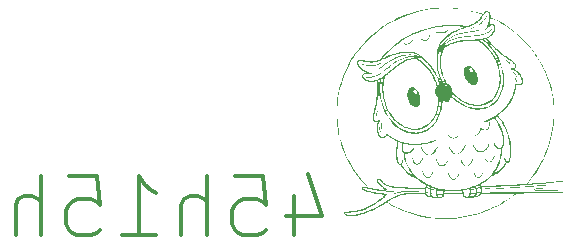
<source format=gbr>
%TF.GenerationSoftware,KiCad,Pcbnew,7.0.2-0*%
%TF.CreationDate,2023-05-11T15:53:10-04:00*%
%TF.ProjectId,mini,6d696e69-2e6b-4696-9361-645f70636258,v1.0.0*%
%TF.SameCoordinates,Original*%
%TF.FileFunction,Legend,Bot*%
%TF.FilePolarity,Positive*%
%FSLAX46Y46*%
G04 Gerber Fmt 4.6, Leading zero omitted, Abs format (unit mm)*
G04 Created by KiCad (PCBNEW 7.0.2-0) date 2023-05-11 15:53:10*
%MOMM*%
%LPD*%
G01*
G04 APERTURE LIST*
%ADD10C,0.300000*%
G04 APERTURE END LIST*
D10*
X121711059Y-111173928D02*
X121711059Y-114507262D01*
X122901535Y-109269167D02*
X124092012Y-112840595D01*
X124092012Y-112840595D02*
X120996773Y-112840595D01*
X116711059Y-109507262D02*
X119092011Y-109507262D01*
X119092011Y-109507262D02*
X119330107Y-111888214D01*
X119330107Y-111888214D02*
X119092011Y-111650119D01*
X119092011Y-111650119D02*
X118615821Y-111412024D01*
X118615821Y-111412024D02*
X117425345Y-111412024D01*
X117425345Y-111412024D02*
X116949154Y-111650119D01*
X116949154Y-111650119D02*
X116711059Y-111888214D01*
X116711059Y-111888214D02*
X116472964Y-112364405D01*
X116472964Y-112364405D02*
X116472964Y-113554881D01*
X116472964Y-113554881D02*
X116711059Y-114031071D01*
X116711059Y-114031071D02*
X116949154Y-114269167D01*
X116949154Y-114269167D02*
X117425345Y-114507262D01*
X117425345Y-114507262D02*
X118615821Y-114507262D01*
X118615821Y-114507262D02*
X119092011Y-114269167D01*
X119092011Y-114269167D02*
X119330107Y-114031071D01*
X114330106Y-114507262D02*
X114330106Y-109507262D01*
X112187249Y-114507262D02*
X112187249Y-111888214D01*
X112187249Y-111888214D02*
X112425344Y-111412024D01*
X112425344Y-111412024D02*
X112901535Y-111173928D01*
X112901535Y-111173928D02*
X113615821Y-111173928D01*
X113615821Y-111173928D02*
X114092011Y-111412024D01*
X114092011Y-111412024D02*
X114330106Y-111650119D01*
X107187249Y-114507262D02*
X110044392Y-114507262D01*
X108615820Y-114507262D02*
X108615820Y-109507262D01*
X108615820Y-109507262D02*
X109092011Y-110221547D01*
X109092011Y-110221547D02*
X109568201Y-110697738D01*
X109568201Y-110697738D02*
X110044392Y-110935833D01*
X102663439Y-109507262D02*
X105044391Y-109507262D01*
X105044391Y-109507262D02*
X105282487Y-111888214D01*
X105282487Y-111888214D02*
X105044391Y-111650119D01*
X105044391Y-111650119D02*
X104568201Y-111412024D01*
X104568201Y-111412024D02*
X103377725Y-111412024D01*
X103377725Y-111412024D02*
X102901534Y-111650119D01*
X102901534Y-111650119D02*
X102663439Y-111888214D01*
X102663439Y-111888214D02*
X102425344Y-112364405D01*
X102425344Y-112364405D02*
X102425344Y-113554881D01*
X102425344Y-113554881D02*
X102663439Y-114031071D01*
X102663439Y-114031071D02*
X102901534Y-114269167D01*
X102901534Y-114269167D02*
X103377725Y-114507262D01*
X103377725Y-114507262D02*
X104568201Y-114507262D01*
X104568201Y-114507262D02*
X105044391Y-114269167D01*
X105044391Y-114269167D02*
X105282487Y-114031071D01*
X100282486Y-114507262D02*
X100282486Y-109507262D01*
X98139629Y-114507262D02*
X98139629Y-111888214D01*
X98139629Y-111888214D02*
X98377724Y-111412024D01*
X98377724Y-111412024D02*
X98853915Y-111173928D01*
X98853915Y-111173928D02*
X99568201Y-111173928D01*
X99568201Y-111173928D02*
X100044391Y-111412024D01*
X100044391Y-111412024D02*
X100282486Y-111650119D01*
%TO.C,G\u002A\u002A\u002A*%
G36*
X138250250Y-110520535D02*
G01*
X138290069Y-110521304D01*
X138317488Y-110522910D01*
X138334815Y-110525472D01*
X138344356Y-110529105D01*
X138348420Y-110533929D01*
X138349604Y-110544546D01*
X138341802Y-110564285D01*
X138335320Y-110569056D01*
X138323087Y-110572686D01*
X138302784Y-110575213D01*
X138272027Y-110576754D01*
X138228431Y-110577430D01*
X138169612Y-110577358D01*
X138093184Y-110576657D01*
X137857055Y-110573980D01*
X137857055Y-110548980D01*
X137857055Y-110523980D01*
X138099801Y-110521301D01*
X138124183Y-110521043D01*
X138195724Y-110520487D01*
X138250250Y-110520535D01*
G37*
G36*
X140407183Y-101061524D02*
G01*
X140433235Y-101091480D01*
X140438790Y-101099262D01*
X140464786Y-101141188D01*
X140491249Y-101191546D01*
X140516732Y-101246633D01*
X140539784Y-101302742D01*
X140558957Y-101356168D01*
X140572799Y-101403208D01*
X140579863Y-101440155D01*
X140578698Y-101463304D01*
X140571546Y-101472802D01*
X140550681Y-101477181D01*
X140545489Y-101475829D01*
X140535129Y-101467902D01*
X140524786Y-101450472D01*
X140512767Y-101420259D01*
X140497376Y-101373980D01*
X140484960Y-101336471D01*
X140455566Y-101260257D01*
X140422760Y-101193731D01*
X140383185Y-101129716D01*
X140367370Y-101104091D01*
X140359857Y-101083000D01*
X140362999Y-101067216D01*
X140369859Y-101057202D01*
X140386393Y-101050213D01*
X140407183Y-101061524D01*
G37*
G36*
X140305994Y-100674389D02*
G01*
X140334907Y-100690308D01*
X140371338Y-100718440D01*
X140413173Y-100756719D01*
X140458295Y-100803083D01*
X140504589Y-100855465D01*
X140549939Y-100911802D01*
X140592231Y-100970029D01*
X140604382Y-100988032D01*
X140632106Y-101032659D01*
X140647620Y-101065183D01*
X140651766Y-101087701D01*
X140645389Y-101102313D01*
X140637258Y-101107747D01*
X140621907Y-101106269D01*
X140602289Y-101091065D01*
X140576823Y-101060760D01*
X140543928Y-101013975D01*
X140523182Y-100984076D01*
X140479428Y-100926255D01*
X140432566Y-100869885D01*
X140386036Y-100818836D01*
X140343275Y-100776978D01*
X140307724Y-100748180D01*
X140287720Y-100730678D01*
X140273587Y-100707093D01*
X140273040Y-100686156D01*
X140287325Y-100672492D01*
X140305994Y-100674389D01*
G37*
G36*
X128783077Y-103940193D02*
G01*
X128794237Y-103948324D01*
X128797632Y-103966590D01*
X128793544Y-103997869D01*
X128782254Y-104045036D01*
X128773956Y-104082287D01*
X128764573Y-104136076D01*
X128756129Y-104195772D01*
X128749774Y-104253980D01*
X128748981Y-104262592D01*
X128743716Y-104310758D01*
X128737967Y-104350925D01*
X128732378Y-104379108D01*
X128727591Y-104391326D01*
X128722118Y-104394834D01*
X128707241Y-104397335D01*
X128691866Y-104383751D01*
X128691371Y-104383105D01*
X128685788Y-104363409D01*
X128683869Y-104328235D01*
X128685190Y-104281429D01*
X128689326Y-104226837D01*
X128695851Y-104168305D01*
X128704343Y-104109679D01*
X128714375Y-104054806D01*
X128725523Y-104007532D01*
X128737363Y-103971702D01*
X128751621Y-103948214D01*
X128771859Y-103938980D01*
X128783077Y-103940193D01*
G37*
G36*
X139708589Y-99644001D02*
G01*
X139737971Y-99661230D01*
X139776130Y-99688561D01*
X139820259Y-99723740D01*
X139867549Y-99764514D01*
X139915191Y-99808631D01*
X139960376Y-99853838D01*
X139961710Y-99855234D01*
X140003873Y-99900915D01*
X140032128Y-99935518D01*
X140047670Y-99960989D01*
X140051692Y-99979272D01*
X140045389Y-99992313D01*
X140040126Y-99996281D01*
X140028065Y-99997617D01*
X140011300Y-99989804D01*
X139987740Y-99971344D01*
X139955297Y-99940735D01*
X139911882Y-99896480D01*
X139908558Y-99893035D01*
X139865297Y-99850036D01*
X139819893Y-99807724D01*
X139777544Y-99770803D01*
X139743448Y-99743980D01*
X139731458Y-99735274D01*
X139700855Y-99711806D01*
X139678348Y-99692716D01*
X139668129Y-99681480D01*
X139665486Y-99666449D01*
X139673740Y-99647192D01*
X139692510Y-99638980D01*
X139708589Y-99644001D01*
G37*
G36*
X129169429Y-104953555D02*
G01*
X129176299Y-104957978D01*
X129179855Y-104966116D01*
X129179878Y-104981127D01*
X129176147Y-105006168D01*
X129168442Y-105044400D01*
X129156541Y-105098980D01*
X129152939Y-105117603D01*
X129145570Y-105173923D01*
X129140291Y-105242787D01*
X129137553Y-105318980D01*
X129137161Y-105341124D01*
X129136167Y-105389871D01*
X129135175Y-105429411D01*
X129134280Y-105456146D01*
X129133581Y-105466480D01*
X129126982Y-105468080D01*
X129107953Y-105468980D01*
X129098623Y-105468423D01*
X129090029Y-105463901D01*
X129084592Y-105451398D01*
X129080827Y-105426921D01*
X129077246Y-105386480D01*
X129077067Y-105384164D01*
X129075358Y-105324271D01*
X129077577Y-105252648D01*
X129083185Y-105176713D01*
X129091639Y-105103889D01*
X129102398Y-105041594D01*
X129111002Y-105009679D01*
X129127260Y-104973967D01*
X129146336Y-104954233D01*
X129166778Y-104952489D01*
X129169429Y-104953555D01*
G37*
G36*
X128951307Y-105304429D02*
G01*
X128960511Y-105308589D01*
X128966374Y-105320535D01*
X128970549Y-105344315D01*
X128974686Y-105383980D01*
X128976604Y-105400987D01*
X128984579Y-105452790D01*
X128995680Y-105510324D01*
X129008124Y-105563980D01*
X129017160Y-105599028D01*
X129028706Y-105644370D01*
X129036230Y-105675549D01*
X129040353Y-105695823D01*
X129041693Y-105708452D01*
X129040870Y-105716696D01*
X129038503Y-105723813D01*
X129035104Y-105729991D01*
X129019084Y-105738490D01*
X128999813Y-105733292D01*
X128984575Y-105715515D01*
X128983515Y-105713140D01*
X128969290Y-105673092D01*
X128954800Y-105619561D01*
X128941260Y-105558533D01*
X128929888Y-105495998D01*
X128921901Y-105437944D01*
X128918513Y-105390358D01*
X128918462Y-105387326D01*
X128918025Y-105346848D01*
X128919095Y-105322201D01*
X128922743Y-105309460D01*
X128930040Y-105304695D01*
X128942055Y-105303980D01*
X128951307Y-105304429D01*
G37*
G36*
X131751417Y-97951312D02*
G01*
X131766597Y-97961303D01*
X131766540Y-97980602D01*
X131750985Y-98010100D01*
X131719674Y-98050687D01*
X131697010Y-98076175D01*
X131635740Y-98135856D01*
X131566744Y-98192696D01*
X131493951Y-98244050D01*
X131421288Y-98287271D01*
X131352680Y-98319716D01*
X131292055Y-98338738D01*
X131283901Y-98340292D01*
X131232833Y-98345108D01*
X131179274Y-98343142D01*
X131126436Y-98335385D01*
X131077534Y-98322826D01*
X131035779Y-98306453D01*
X131004384Y-98287257D01*
X130986563Y-98266227D01*
X130985529Y-98244352D01*
X130993365Y-98233587D01*
X131010593Y-98230191D01*
X131038834Y-98237628D01*
X131080763Y-98256232D01*
X131140717Y-98277271D01*
X131214391Y-98283718D01*
X131292680Y-98271509D01*
X131374931Y-98240899D01*
X131460487Y-98192138D01*
X131548694Y-98125481D01*
X131638895Y-98041178D01*
X131665155Y-98014824D01*
X131704879Y-97977814D01*
X131732701Y-97956494D01*
X131748780Y-97950734D01*
X131751417Y-97951312D01*
G37*
G36*
X129898926Y-110779000D02*
G01*
X129981263Y-110779212D01*
X130046493Y-110779726D01*
X130096576Y-110780631D01*
X130133476Y-110782014D01*
X130159154Y-110783964D01*
X130175575Y-110786571D01*
X130184698Y-110789922D01*
X130188488Y-110794107D01*
X130189669Y-110804478D01*
X130181950Y-110824107D01*
X130181576Y-110824534D01*
X130175086Y-110828662D01*
X130162715Y-110831945D01*
X130142447Y-110834473D01*
X130112265Y-110836338D01*
X130070152Y-110837630D01*
X130014090Y-110838440D01*
X129942064Y-110838860D01*
X129852055Y-110838980D01*
X129781688Y-110838925D01*
X129702347Y-110838557D01*
X129639810Y-110837629D01*
X129592234Y-110835901D01*
X129557781Y-110833132D01*
X129534611Y-110829082D01*
X129520882Y-110823509D01*
X129514757Y-110816173D01*
X129514393Y-110806833D01*
X129517953Y-110795247D01*
X129520494Y-110791478D01*
X129527262Y-110787753D01*
X129539970Y-110784841D01*
X129560627Y-110782644D01*
X129591241Y-110781065D01*
X129633821Y-110780007D01*
X129690375Y-110779371D01*
X129762911Y-110779061D01*
X129853439Y-110778980D01*
X129898926Y-110779000D01*
G37*
G36*
X129099674Y-99884323D02*
G01*
X129107529Y-99892936D01*
X129115359Y-99907156D01*
X129114483Y-99921445D01*
X129101204Y-99935926D01*
X129073390Y-99952806D01*
X129028906Y-99974294D01*
X128978329Y-99996583D01*
X128841596Y-100049295D01*
X128699357Y-100094355D01*
X128558328Y-100129769D01*
X128425220Y-100153544D01*
X128350954Y-100161705D01*
X128194032Y-100167847D01*
X128030523Y-100160805D01*
X127865585Y-100141099D01*
X127704376Y-100109247D01*
X127552055Y-100065767D01*
X127531174Y-100058643D01*
X127493599Y-100044661D01*
X127470456Y-100033377D01*
X127458342Y-100022907D01*
X127453854Y-100011365D01*
X127453685Y-100010102D01*
X127455194Y-99993350D01*
X127466368Y-99984830D01*
X127489372Y-99984485D01*
X127526372Y-99992259D01*
X127579533Y-100008094D01*
X127710704Y-100045772D01*
X127899428Y-100084270D01*
X128086472Y-100103400D01*
X128272671Y-100103102D01*
X128458860Y-100083318D01*
X128645873Y-100043990D01*
X128834547Y-99985058D01*
X129025716Y-99906463D01*
X129045223Y-99897584D01*
X129073071Y-99885894D01*
X129089705Y-99881724D01*
X129099674Y-99884323D01*
G37*
G36*
X133236401Y-97483110D02*
G01*
X133249184Y-97495920D01*
X133250784Y-97503410D01*
X133248785Y-97532796D01*
X133239223Y-97574475D01*
X133223275Y-97624555D01*
X133202120Y-97679149D01*
X133176937Y-97734367D01*
X133166489Y-97754822D01*
X133110462Y-97844813D01*
X133047107Y-97916545D01*
X132976620Y-97969828D01*
X132899195Y-98004472D01*
X132872910Y-98011300D01*
X132795332Y-98018160D01*
X132709297Y-98008363D01*
X132616170Y-97982252D01*
X132517315Y-97940170D01*
X132414097Y-97882460D01*
X132381624Y-97861428D01*
X132357551Y-97842928D01*
X132345962Y-97828537D01*
X132343999Y-97815524D01*
X132348351Y-97801643D01*
X132360924Y-97793184D01*
X132383095Y-97796212D01*
X132416840Y-97811099D01*
X132464135Y-97838218D01*
X132508043Y-97863702D01*
X132605315Y-97910402D01*
X132696367Y-97940144D01*
X132780375Y-97952768D01*
X132856513Y-97948119D01*
X132923956Y-97926037D01*
X132975691Y-97894517D01*
X133028984Y-97845943D01*
X133077028Y-97782647D01*
X133120638Y-97703334D01*
X133160630Y-97606710D01*
X133197821Y-97491480D01*
X133201471Y-97485332D01*
X133217376Y-97479311D01*
X133236401Y-97483110D01*
G37*
G36*
X134769035Y-105961733D02*
G01*
X134801859Y-105986526D01*
X134845731Y-106026555D01*
X134887391Y-106065080D01*
X134953806Y-106120756D01*
X135017435Y-106167389D01*
X135075119Y-106202729D01*
X135123696Y-106224524D01*
X135153119Y-106232777D01*
X135220928Y-106240041D01*
X135290560Y-106230738D01*
X135363502Y-106204400D01*
X135441241Y-106160564D01*
X135525261Y-106098763D01*
X135536520Y-106089727D01*
X135578687Y-106057964D01*
X135608759Y-106039887D01*
X135628301Y-106035013D01*
X135638878Y-106042865D01*
X135642055Y-106062962D01*
X135638238Y-106077566D01*
X135624763Y-106096105D01*
X135599309Y-106120665D01*
X135559555Y-106153799D01*
X135550542Y-106160947D01*
X135480029Y-106211344D01*
X135409833Y-106252467D01*
X135343988Y-106282179D01*
X135286525Y-106298347D01*
X135285644Y-106298493D01*
X135212167Y-106303236D01*
X135138554Y-106292659D01*
X135063360Y-106266107D01*
X134985140Y-106222925D01*
X134902448Y-106162458D01*
X134813839Y-106084050D01*
X134809912Y-106080306D01*
X134768938Y-106039892D01*
X134741959Y-106010064D01*
X134727495Y-105989027D01*
X134724070Y-105974983D01*
X134724304Y-105973451D01*
X134731513Y-105955728D01*
X134746005Y-105951644D01*
X134769035Y-105961733D01*
G37*
G36*
X138019109Y-95921747D02*
G01*
X138024902Y-95929371D01*
X138026456Y-95940333D01*
X138021585Y-95957383D01*
X138009151Y-95984294D01*
X137988015Y-96024843D01*
X137968118Y-96060248D01*
X137936422Y-96112590D01*
X137901109Y-96167688D01*
X137866774Y-96218208D01*
X137856455Y-96232722D01*
X137746706Y-96374139D01*
X137630368Y-96500231D01*
X137505362Y-96612548D01*
X137369608Y-96712639D01*
X137221026Y-96802052D01*
X137057535Y-96882334D01*
X136877055Y-96955036D01*
X136856299Y-96962387D01*
X136814984Y-96975619D01*
X136780560Y-96984870D01*
X136758891Y-96988480D01*
X136745715Y-96988080D01*
X136734293Y-96981595D01*
X136733891Y-96962814D01*
X136734125Y-96961053D01*
X136737752Y-96949291D01*
X136747006Y-96939231D01*
X136765239Y-96928915D01*
X136795804Y-96916388D01*
X136842055Y-96899692D01*
X136901314Y-96877950D01*
X137039513Y-96820406D01*
X137171200Y-96756154D01*
X137291880Y-96687488D01*
X137397055Y-96616698D01*
X137462965Y-96564651D01*
X137570441Y-96466833D01*
X137674996Y-96356540D01*
X137772763Y-96238256D01*
X137859875Y-96116469D01*
X137932464Y-95995663D01*
X137951774Y-95961223D01*
X137972646Y-95929773D01*
X137989485Y-95913854D01*
X138004302Y-95911751D01*
X138019109Y-95921747D01*
G37*
G36*
X134795039Y-97013806D02*
G01*
X134801912Y-97031417D01*
X134794432Y-97060962D01*
X134772658Y-97101420D01*
X134722125Y-97167742D01*
X134648004Y-97235474D01*
X134559311Y-97291298D01*
X134457422Y-97334374D01*
X134343711Y-97363861D01*
X134314046Y-97368470D01*
X134256952Y-97373450D01*
X134185541Y-97375602D01*
X134097055Y-97375053D01*
X134041227Y-97373765D01*
X133987610Y-97371613D01*
X133945636Y-97368340D01*
X133910713Y-97363430D01*
X133878249Y-97356369D01*
X133843651Y-97346642D01*
X133820201Y-97339305D01*
X133776039Y-97322965D01*
X133748884Y-97307801D01*
X133736777Y-97292501D01*
X133737758Y-97275755D01*
X133739753Y-97271130D01*
X133746382Y-97263202D01*
X133758218Y-97260425D01*
X133778704Y-97263085D01*
X133811285Y-97271469D01*
X133859404Y-97285862D01*
X133882030Y-97292641D01*
X133911958Y-97300566D01*
X133940564Y-97306086D01*
X133972113Y-97309628D01*
X134010869Y-97311618D01*
X134061095Y-97312483D01*
X134127055Y-97312650D01*
X134143548Y-97312608D01*
X134229427Y-97310857D01*
X134300485Y-97305947D01*
X134361043Y-97297071D01*
X134415416Y-97283419D01*
X134467926Y-97264185D01*
X134522888Y-97238559D01*
X134546312Y-97225482D01*
X134599197Y-97188556D01*
X134651155Y-97143730D01*
X134696374Y-97096280D01*
X134729042Y-97051480D01*
X134739502Y-97035006D01*
X134758412Y-97014915D01*
X134778006Y-97008980D01*
X134795039Y-97013806D01*
G37*
G36*
X137715835Y-109149409D02*
G01*
X137732743Y-109156088D01*
X137736950Y-109173426D01*
X137728414Y-109202982D01*
X137707088Y-109246316D01*
X137668041Y-109314423D01*
X137613237Y-109399733D01*
X137558473Y-109473829D01*
X137505332Y-109534773D01*
X137455395Y-109580631D01*
X137410246Y-109609466D01*
X137379039Y-109621046D01*
X137343205Y-109626614D01*
X137296082Y-109626669D01*
X137234725Y-109618114D01*
X137180735Y-109596392D01*
X137130533Y-109559358D01*
X137080298Y-109504854D01*
X137066945Y-109487065D01*
X137040931Y-109447444D01*
X137013236Y-109400386D01*
X136985934Y-109349941D01*
X136961093Y-109300162D01*
X136940786Y-109255097D01*
X136927083Y-109218799D01*
X136922055Y-109195318D01*
X136922597Y-109183361D01*
X136929129Y-109171389D01*
X136947776Y-109170815D01*
X136961812Y-109175173D01*
X136974668Y-109187187D01*
X136988645Y-109210542D01*
X137006556Y-109248980D01*
X137049162Y-109337514D01*
X137096306Y-109417935D01*
X137143878Y-109481615D01*
X137191081Y-109527501D01*
X137237122Y-109554536D01*
X137242341Y-109556451D01*
X137302220Y-109567533D01*
X137360821Y-109559059D01*
X137415469Y-109531377D01*
X137442754Y-109507735D01*
X137480087Y-109467401D01*
X137521219Y-109416509D01*
X137563238Y-109358884D01*
X137603234Y-109298346D01*
X137638297Y-109238721D01*
X137644399Y-109227622D01*
X137666779Y-109189062D01*
X137683601Y-109165080D01*
X137697189Y-109152768D01*
X137709869Y-109149219D01*
X137715835Y-109149409D01*
G37*
G36*
X133764908Y-108024386D02*
G01*
X133774739Y-108029076D01*
X133785084Y-108041267D01*
X133797614Y-108063749D01*
X133813995Y-108099314D01*
X133835897Y-108150751D01*
X133844792Y-108171779D01*
X133889538Y-108269381D01*
X133933314Y-108349748D01*
X133977735Y-108415021D01*
X134024419Y-108467342D01*
X134074982Y-108508850D01*
X134131039Y-108541687D01*
X134170454Y-108558523D01*
X134232486Y-108572368D01*
X134292471Y-108568094D01*
X134354282Y-108545774D01*
X134387405Y-108526339D01*
X134439999Y-108485865D01*
X134496634Y-108433109D01*
X134554342Y-108371305D01*
X134610157Y-108303691D01*
X134661112Y-108233504D01*
X134704240Y-108163980D01*
X134720589Y-108136943D01*
X134740878Y-108111997D01*
X134757484Y-108103980D01*
X134775322Y-108110490D01*
X134780509Y-108130534D01*
X134772386Y-108163288D01*
X134751274Y-108207917D01*
X134717490Y-108263587D01*
X134671354Y-108329462D01*
X134624973Y-108389013D01*
X134551616Y-108470673D01*
X134478366Y-108537557D01*
X134406941Y-108588157D01*
X134339057Y-108620967D01*
X134316553Y-108627809D01*
X134246282Y-108635475D01*
X134171949Y-108624448D01*
X134094926Y-108595042D01*
X134016588Y-108547570D01*
X133968296Y-108504499D01*
X133916760Y-108440930D01*
X133865452Y-108360080D01*
X133815235Y-108263319D01*
X133766974Y-108152013D01*
X133766397Y-108150562D01*
X133747147Y-108098948D01*
X133737014Y-108062750D01*
X133735878Y-108039700D01*
X133743616Y-108027532D01*
X133760106Y-108023980D01*
X133764908Y-108024386D01*
G37*
G36*
X132612744Y-109017061D02*
G01*
X132626970Y-109036276D01*
X132642827Y-109070417D01*
X132661855Y-109121739D01*
X132662225Y-109122800D01*
X132699887Y-109219859D01*
X132741870Y-109308916D01*
X132786828Y-109388030D01*
X132833419Y-109455260D01*
X132880300Y-109508665D01*
X132926127Y-109546306D01*
X132969556Y-109566240D01*
X133004577Y-109571104D01*
X133063932Y-109565229D01*
X133122714Y-109543639D01*
X133151841Y-109524608D01*
X133194578Y-109487160D01*
X133241294Y-109437943D01*
X133289192Y-109380362D01*
X133335475Y-109317820D01*
X133377345Y-109253725D01*
X133412005Y-109191480D01*
X133421555Y-109172809D01*
X133442591Y-109136040D01*
X133458931Y-109115418D01*
X133472002Y-109108980D01*
X133479911Y-109109825D01*
X133494496Y-109121795D01*
X133496442Y-109146920D01*
X133486298Y-109183922D01*
X133464618Y-109231520D01*
X133431951Y-109288435D01*
X133388848Y-109353389D01*
X133335860Y-109425103D01*
X133276292Y-109495519D01*
X133208310Y-109559454D01*
X133141739Y-109604283D01*
X133077055Y-109629629D01*
X133073434Y-109630488D01*
X133007737Y-109637251D01*
X132945863Y-109625718D01*
X132886156Y-109595333D01*
X132826957Y-109545537D01*
X132797319Y-109513634D01*
X132752450Y-109455333D01*
X132710005Y-109386303D01*
X132668199Y-109303524D01*
X132625252Y-109203980D01*
X132612271Y-109171394D01*
X132590869Y-109113465D01*
X132578040Y-109070530D01*
X132573403Y-109040673D01*
X132576577Y-109021983D01*
X132587183Y-109012547D01*
X132598604Y-109010517D01*
X132612744Y-109017061D01*
G37*
G36*
X138704697Y-107752361D02*
G01*
X138711901Y-107772549D01*
X138711355Y-107779560D01*
X138702484Y-107812769D01*
X138684183Y-107857816D01*
X138658300Y-107911378D01*
X138626678Y-107970131D01*
X138591165Y-108030751D01*
X138553606Y-108089916D01*
X138515846Y-108144302D01*
X138479732Y-108190585D01*
X138440728Y-108231055D01*
X138390109Y-108271444D01*
X138338703Y-108301440D01*
X138291758Y-108317497D01*
X138282647Y-108318972D01*
X138244835Y-108322131D01*
X138212055Y-108321067D01*
X138162651Y-108307039D01*
X138107999Y-108278974D01*
X138053335Y-108240032D01*
X138003792Y-108193360D01*
X137982602Y-108168603D01*
X137947727Y-108121851D01*
X137914686Y-108071084D01*
X137886307Y-108021072D01*
X137865422Y-107976584D01*
X137854861Y-107942392D01*
X137852629Y-107920873D01*
X137858034Y-107910958D01*
X137875066Y-107908980D01*
X137883735Y-107909850D01*
X137895954Y-107916022D01*
X137909057Y-107930833D01*
X137925599Y-107957430D01*
X137948136Y-107998960D01*
X137988748Y-108068578D01*
X138042144Y-108140647D01*
X138097819Y-108196035D01*
X138154787Y-108234112D01*
X138212061Y-108254250D01*
X138268656Y-108255822D01*
X138323586Y-108238199D01*
X138351867Y-108220505D01*
X138398973Y-108179667D01*
X138448615Y-108124949D01*
X138498505Y-108059437D01*
X138546359Y-107986214D01*
X138589891Y-107908367D01*
X138626814Y-107828980D01*
X138626826Y-107828950D01*
X138642110Y-107794458D01*
X138656239Y-107766495D01*
X138666155Y-107751112D01*
X138668968Y-107748535D01*
X138687836Y-107743160D01*
X138704697Y-107752361D01*
G37*
G36*
X134812054Y-109224267D02*
G01*
X134823435Y-109237090D01*
X134837475Y-109262350D01*
X134856407Y-109303173D01*
X134906193Y-109404708D01*
X134960534Y-109495930D01*
X135017223Y-109573153D01*
X135075181Y-109635223D01*
X135133326Y-109680985D01*
X135190580Y-109709289D01*
X135245862Y-109718980D01*
X135249846Y-109718925D01*
X135305091Y-109707707D01*
X135362650Y-109677385D01*
X135421780Y-109628564D01*
X135481735Y-109561852D01*
X135541771Y-109477856D01*
X135557891Y-109452052D01*
X135587617Y-109400503D01*
X135614515Y-109349308D01*
X135634261Y-109306480D01*
X135636494Y-109301047D01*
X135652630Y-109264172D01*
X135665128Y-109242245D01*
X135676519Y-109231702D01*
X135689336Y-109228980D01*
X135704969Y-109232016D01*
X135718065Y-109243004D01*
X135718698Y-109256527D01*
X135710779Y-109286995D01*
X135694221Y-109328455D01*
X135670692Y-109377809D01*
X135641861Y-109431964D01*
X135609397Y-109487825D01*
X135574969Y-109542296D01*
X135540244Y-109592281D01*
X135506892Y-109634687D01*
X135468544Y-109674368D01*
X135414082Y-109718649D01*
X135357555Y-109753551D01*
X135304823Y-109775005D01*
X135263565Y-109782124D01*
X135198246Y-109777263D01*
X135132334Y-109753530D01*
X135066594Y-109711562D01*
X135001793Y-109651993D01*
X134938698Y-109575458D01*
X134878077Y-109482593D01*
X134820695Y-109374032D01*
X134818664Y-109369766D01*
X134793733Y-109313862D01*
X134779444Y-109272814D01*
X134775531Y-109244842D01*
X134781728Y-109228170D01*
X134797768Y-109221018D01*
X134801103Y-109220753D01*
X134812054Y-109224267D01*
G37*
G36*
X138206640Y-106771148D02*
G01*
X138223753Y-106779697D01*
X138229002Y-106798197D01*
X138222378Y-106828693D01*
X138203874Y-106873230D01*
X138182246Y-106915639D01*
X138135859Y-106992901D01*
X138079424Y-107074724D01*
X138016526Y-107156302D01*
X137950753Y-107232831D01*
X137885690Y-107299507D01*
X137812522Y-107363067D01*
X137744347Y-107409773D01*
X137678436Y-107441216D01*
X137612055Y-107458986D01*
X137580733Y-107463846D01*
X137540739Y-107467235D01*
X137502808Y-107465378D01*
X137456392Y-107458222D01*
X137393210Y-107441645D01*
X137306315Y-107403032D01*
X137220439Y-107347317D01*
X137137867Y-107276047D01*
X137060885Y-107190766D01*
X137052899Y-107180641D01*
X137020158Y-107136590D01*
X136986699Y-107088150D01*
X136954620Y-107038736D01*
X136926019Y-106991763D01*
X136902993Y-106950645D01*
X136887639Y-106918796D01*
X136882055Y-106899632D01*
X136885664Y-106881071D01*
X136898689Y-106870297D01*
X136917455Y-106873231D01*
X136937977Y-106888963D01*
X136956268Y-106916581D01*
X136983574Y-106968186D01*
X137030468Y-107042383D01*
X137085334Y-107117278D01*
X137144337Y-107188048D01*
X137203644Y-107249869D01*
X137259420Y-107297919D01*
X137335084Y-107346665D01*
X137419515Y-107382836D01*
X137503348Y-107400086D01*
X137585425Y-107398320D01*
X137664584Y-107377443D01*
X137739665Y-107337360D01*
X137799753Y-107290512D01*
X137867865Y-107226292D01*
X137936887Y-107151345D01*
X138003510Y-107069739D01*
X138064425Y-106985543D01*
X138116321Y-106902827D01*
X138155889Y-106825659D01*
X138165302Y-106805154D01*
X138178489Y-106782001D01*
X138190352Y-106771796D01*
X138204224Y-106770754D01*
X138206640Y-106771148D01*
G37*
G36*
X136838289Y-108035913D02*
G01*
X136848413Y-108049877D01*
X136846615Y-108077848D01*
X136832809Y-108120445D01*
X136806903Y-108178281D01*
X136798896Y-108194489D01*
X136748741Y-108287167D01*
X136694512Y-108374014D01*
X136637990Y-108452856D01*
X136580957Y-108521520D01*
X136525195Y-108577831D01*
X136472486Y-108619615D01*
X136424611Y-108644700D01*
X136424592Y-108644707D01*
X136395395Y-108651501D01*
X136354967Y-108656436D01*
X136312055Y-108658443D01*
X136306052Y-108658430D01*
X136247282Y-108653272D01*
X136193339Y-108638033D01*
X136142826Y-108611384D01*
X136094344Y-108571997D01*
X136046493Y-108518547D01*
X135997875Y-108449704D01*
X135947091Y-108364143D01*
X135892742Y-108260534D01*
X135886380Y-108247702D01*
X135864972Y-108202525D01*
X135848076Y-108163755D01*
X135837272Y-108135166D01*
X135834141Y-108120534D01*
X135840553Y-108110296D01*
X135860945Y-108103980D01*
X135868964Y-108105267D01*
X135879357Y-108111971D01*
X135891535Y-108126682D01*
X135907202Y-108151911D01*
X135928058Y-108190173D01*
X135955809Y-108243980D01*
X135982045Y-108294447D01*
X136031874Y-108383023D01*
X136078312Y-108454331D01*
X136122681Y-108509713D01*
X136166301Y-108550507D01*
X136210496Y-108578053D01*
X136256587Y-108593691D01*
X136305895Y-108598760D01*
X136334981Y-108598016D01*
X136380576Y-108591086D01*
X136420891Y-108574823D01*
X136461269Y-108546718D01*
X136507055Y-108504259D01*
X136556818Y-108450483D01*
X136622125Y-108366479D01*
X136684941Y-108268815D01*
X136747418Y-108154364D01*
X136761146Y-108127698D01*
X136785171Y-108083517D01*
X136803353Y-108054583D01*
X136817110Y-108038777D01*
X136827857Y-108033980D01*
X136838289Y-108035913D01*
G37*
G36*
X131764512Y-107921665D02*
G01*
X131776299Y-107930778D01*
X131778299Y-107937546D01*
X131785098Y-107961515D01*
X131794997Y-107996963D01*
X131806621Y-108038980D01*
X131813882Y-108063304D01*
X131833744Y-108120481D01*
X131857607Y-108180852D01*
X131881786Y-108234813D01*
X131882442Y-108236162D01*
X131909128Y-108288019D01*
X131933401Y-108327238D01*
X131959492Y-108359875D01*
X131991636Y-108391986D01*
X132014801Y-108412524D01*
X132058882Y-108444388D01*
X132098967Y-108460937D01*
X132139213Y-108463501D01*
X132183776Y-108453408D01*
X132203310Y-108445466D01*
X132253615Y-108414200D01*
X132308023Y-108367161D01*
X132364643Y-108306483D01*
X132421582Y-108234303D01*
X132476948Y-108152757D01*
X132528847Y-108063980D01*
X132548443Y-108028926D01*
X132568903Y-107996894D01*
X132584605Y-107979332D01*
X132597265Y-107973980D01*
X132609958Y-107977430D01*
X132620137Y-107995612D01*
X132620395Y-108000642D01*
X132613987Y-108029499D01*
X132597051Y-108069910D01*
X132571453Y-108118857D01*
X132539057Y-108173324D01*
X132501729Y-108230292D01*
X132461334Y-108286745D01*
X132419736Y-108339666D01*
X132378800Y-108386038D01*
X132329801Y-108434903D01*
X132287254Y-108470568D01*
X132246599Y-108496391D01*
X132203233Y-108515771D01*
X132178189Y-108522521D01*
X132124289Y-108525252D01*
X132068202Y-108515812D01*
X132018085Y-108495112D01*
X132014632Y-108493047D01*
X131963474Y-108453875D01*
X131912269Y-108400227D01*
X131865021Y-108336821D01*
X131825734Y-108268379D01*
X131823108Y-108262976D01*
X131794341Y-108198341D01*
X131768939Y-108131761D01*
X131748478Y-108068098D01*
X131734534Y-108012217D01*
X131728684Y-107968980D01*
X131728463Y-107961868D01*
X131729436Y-107937019D01*
X131735660Y-107925214D01*
X131749600Y-107920778D01*
X131764512Y-107921665D01*
G37*
G36*
X136224917Y-106851844D02*
G01*
X136237839Y-106862417D01*
X136238158Y-106863370D01*
X136236665Y-106884609D01*
X136225316Y-106919162D01*
X136205621Y-106964173D01*
X136179091Y-107016787D01*
X136147238Y-107074147D01*
X136111572Y-107133398D01*
X136073603Y-107191682D01*
X136034843Y-107246146D01*
X136024673Y-107259578D01*
X135951132Y-107348936D01*
X135874550Y-107429487D01*
X135797175Y-107499343D01*
X135721254Y-107556618D01*
X135649034Y-107599424D01*
X135582762Y-107625873D01*
X135581998Y-107626086D01*
X135547230Y-107632190D01*
X135501103Y-107635676D01*
X135451916Y-107635905D01*
X135440756Y-107635496D01*
X135398205Y-107632521D01*
X135364443Y-107626149D01*
X135330772Y-107614168D01*
X135288496Y-107594366D01*
X135208569Y-107545881D01*
X135125423Y-107476040D01*
X135044562Y-107388056D01*
X134966855Y-107282878D01*
X134893168Y-107161456D01*
X134891303Y-107158071D01*
X134863425Y-107104188D01*
X134847312Y-107064766D01*
X134842701Y-107038376D01*
X134849328Y-107023591D01*
X134866930Y-107018980D01*
X134881006Y-107021750D01*
X134893924Y-107032413D01*
X134908644Y-107054484D01*
X134928134Y-107091480D01*
X134948111Y-107129748D01*
X135006564Y-107228014D01*
X135070889Y-107319282D01*
X135136721Y-107397153D01*
X135208736Y-107465115D01*
X135287592Y-107520978D01*
X135366505Y-107557999D01*
X135444766Y-107575940D01*
X135521666Y-107574557D01*
X135596495Y-107553610D01*
X135597083Y-107553363D01*
X135668168Y-107515521D01*
X135743181Y-107461246D01*
X135819851Y-107393093D01*
X135895904Y-107313613D01*
X135969067Y-107225362D01*
X136037068Y-107130892D01*
X136097633Y-107032756D01*
X136148490Y-106933508D01*
X136153156Y-106923372D01*
X136171447Y-106886009D01*
X136185415Y-106863348D01*
X136197431Y-106852124D01*
X136209869Y-106849072D01*
X136224917Y-106851844D01*
G37*
G36*
X131912780Y-110734006D02*
G01*
X132019703Y-110734165D01*
X132109268Y-110734564D01*
X132182914Y-110735309D01*
X132242080Y-110736506D01*
X132288205Y-110738260D01*
X132322728Y-110740678D01*
X132347088Y-110743866D01*
X132362724Y-110747930D01*
X132371074Y-110752976D01*
X132373579Y-110759109D01*
X132371678Y-110766436D01*
X132366808Y-110775063D01*
X132366130Y-110775972D01*
X132361245Y-110779225D01*
X132351676Y-110781991D01*
X132335890Y-110784320D01*
X132312356Y-110786260D01*
X132279543Y-110787860D01*
X132235919Y-110789169D01*
X132179952Y-110790235D01*
X132110112Y-110791107D01*
X132024866Y-110791835D01*
X131922684Y-110792467D01*
X131802033Y-110793051D01*
X131768647Y-110793206D01*
X131640989Y-110793963D01*
X131530896Y-110794939D01*
X131436404Y-110796187D01*
X131355548Y-110797761D01*
X131286363Y-110799712D01*
X131226886Y-110802095D01*
X131175152Y-110804962D01*
X131129197Y-110808366D01*
X131087055Y-110812360D01*
X131007056Y-110821300D01*
X130816441Y-110847229D01*
X130643268Y-110877803D01*
X130488240Y-110912886D01*
X130352055Y-110952347D01*
X130342348Y-110955499D01*
X130288704Y-110970838D01*
X130250819Y-110977143D01*
X130226954Y-110974553D01*
X130215374Y-110963204D01*
X130213838Y-110957947D01*
X130215713Y-110944995D01*
X130228041Y-110932540D01*
X130253070Y-110919283D01*
X130293045Y-110903923D01*
X130350213Y-110885161D01*
X130398443Y-110870742D01*
X130531023Y-110837164D01*
X130681338Y-110806806D01*
X130847913Y-110779982D01*
X130884368Y-110774831D01*
X130951596Y-110765846D01*
X131015062Y-110758256D01*
X131077144Y-110751948D01*
X131140216Y-110746808D01*
X131206656Y-110742722D01*
X131278839Y-110739577D01*
X131359140Y-110737259D01*
X131449937Y-110735653D01*
X131553603Y-110734648D01*
X131672517Y-110734128D01*
X131809053Y-110733980D01*
X131912780Y-110734006D01*
G37*
G36*
X133879223Y-106985732D02*
G01*
X133889965Y-106999561D01*
X133886487Y-107027212D01*
X133868773Y-107068749D01*
X133836809Y-107124240D01*
X133834436Y-107128024D01*
X133767517Y-107228431D01*
X133695844Y-107324968D01*
X133621353Y-107415623D01*
X133545976Y-107498381D01*
X133471648Y-107571227D01*
X133400301Y-107632148D01*
X133333871Y-107679129D01*
X133274290Y-107710156D01*
X133258120Y-107716067D01*
X133226500Y-107723536D01*
X133188358Y-107726626D01*
X133137055Y-107726109D01*
X133111352Y-107725064D01*
X133072708Y-107721828D01*
X133042146Y-107715309D01*
X133011809Y-107703497D01*
X132973839Y-107684385D01*
X132966592Y-107680483D01*
X132886439Y-107627425D01*
X132804902Y-107555975D01*
X132723100Y-107467450D01*
X132642154Y-107363168D01*
X132563186Y-107244446D01*
X132487315Y-107112599D01*
X132482397Y-107103275D01*
X132462798Y-107060230D01*
X132456132Y-107030961D01*
X132462329Y-107014276D01*
X132481320Y-107008980D01*
X132485030Y-107009377D01*
X132505113Y-107023102D01*
X132528099Y-107056480D01*
X132545902Y-107087858D01*
X132583021Y-107152535D01*
X132613824Y-107204705D01*
X132640570Y-107247963D01*
X132665519Y-107285902D01*
X132690929Y-107322117D01*
X132719062Y-107360200D01*
X132745623Y-107394328D01*
X132810630Y-107469277D01*
X132877515Y-107535568D01*
X132942908Y-107590013D01*
X133003440Y-107629419D01*
X133010343Y-107633130D01*
X133043798Y-107649568D01*
X133072168Y-107658840D01*
X133103804Y-107662951D01*
X133147055Y-107663907D01*
X133191072Y-107662233D01*
X133233563Y-107655449D01*
X133273368Y-107641815D01*
X133313559Y-107619606D01*
X133357210Y-107587100D01*
X133407393Y-107542573D01*
X133467181Y-107484300D01*
X133468278Y-107483200D01*
X133587414Y-107355184D01*
X133692749Y-107222908D01*
X133790174Y-107078980D01*
X133803143Y-107058648D01*
X133832226Y-107016714D01*
X133853791Y-106992050D01*
X133868395Y-106983980D01*
X133879223Y-106985732D01*
G37*
G36*
X137126775Y-100693047D02*
G01*
X137194197Y-100838715D01*
X137242779Y-100985199D01*
X137272179Y-101131458D01*
X137282055Y-101276451D01*
X137279646Y-101345550D01*
X137265196Y-101449625D01*
X137238020Y-101540123D01*
X137198482Y-101616405D01*
X137146947Y-101677833D01*
X137083779Y-101723771D01*
X137009344Y-101753581D01*
X136997051Y-101756775D01*
X136944705Y-101766402D01*
X136895960Y-101766644D01*
X136840048Y-101757768D01*
X136782328Y-101741915D01*
X136687996Y-101700828D01*
X136595175Y-101642357D01*
X136505358Y-101568114D01*
X136420037Y-101479711D01*
X136340707Y-101378759D01*
X136268859Y-101266870D01*
X136205988Y-101145656D01*
X136153585Y-101016728D01*
X136133737Y-100954544D01*
X136107723Y-100842996D01*
X136092977Y-100731231D01*
X136089528Y-100622575D01*
X136097408Y-100520355D01*
X136116649Y-100427898D01*
X136119882Y-100419521D01*
X136560257Y-100419521D01*
X136561698Y-100438302D01*
X136576834Y-100493363D01*
X136605626Y-100549533D01*
X136644603Y-100601859D01*
X136690296Y-100645382D01*
X136739234Y-100675148D01*
X136742566Y-100676545D01*
X136791203Y-100688667D01*
X136834350Y-100684094D01*
X136868821Y-100663123D01*
X136879433Y-100651680D01*
X136888799Y-100635335D01*
X136891542Y-100613847D01*
X136889476Y-100579899D01*
X136877501Y-100518727D01*
X136849329Y-100458722D01*
X136803337Y-100401494D01*
X136790684Y-100389049D01*
X136743206Y-100351959D01*
X136696619Y-100328977D01*
X136653300Y-100319927D01*
X136615627Y-100324633D01*
X136585978Y-100342918D01*
X136566728Y-100374606D01*
X136560257Y-100419521D01*
X136119882Y-100419521D01*
X136147283Y-100348531D01*
X136154056Y-100335671D01*
X136202260Y-100265710D01*
X136260400Y-100212411D01*
X136327213Y-100175973D01*
X136401435Y-100156597D01*
X136481802Y-100154481D01*
X136567051Y-100169827D01*
X136655918Y-100202833D01*
X136747139Y-100253700D01*
X136761168Y-100263348D01*
X136807399Y-100300119D01*
X136859664Y-100347327D01*
X136913751Y-100400707D01*
X136965449Y-100455993D01*
X137010545Y-100508919D01*
X137044828Y-100555219D01*
X137079686Y-100613847D01*
X137126775Y-100693047D01*
G37*
G36*
X132312682Y-102527573D02*
G01*
X132355592Y-102649814D01*
X132388824Y-102778980D01*
X132396762Y-102826514D01*
X132403727Y-102897728D01*
X132407337Y-102976584D01*
X132407597Y-103057610D01*
X132404512Y-103135333D01*
X132398089Y-103204280D01*
X132388332Y-103258980D01*
X132356395Y-103359540D01*
X132313049Y-103448138D01*
X132259638Y-103520557D01*
X132196615Y-103576188D01*
X132124429Y-103614424D01*
X132113544Y-103617938D01*
X132066150Y-103625098D01*
X132000450Y-103625819D01*
X131988509Y-103625380D01*
X131945510Y-103622387D01*
X131911523Y-103616032D01*
X131877764Y-103604113D01*
X131835450Y-103584426D01*
X131829704Y-103581576D01*
X131789319Y-103559223D01*
X131752165Y-103533354D01*
X131712990Y-103499942D01*
X131666542Y-103454963D01*
X131657983Y-103446275D01*
X131567152Y-103341509D01*
X131490472Y-103227328D01*
X131426941Y-103101777D01*
X131375558Y-102962899D01*
X131335318Y-102808740D01*
X131330677Y-102783751D01*
X131323184Y-102722200D01*
X131318391Y-102650792D01*
X131316302Y-102574472D01*
X131316918Y-102498186D01*
X131320244Y-102426878D01*
X131326281Y-102365494D01*
X131335034Y-102318980D01*
X131335124Y-102318644D01*
X131346255Y-102286067D01*
X131821470Y-102286067D01*
X131832694Y-102335652D01*
X131855049Y-102386472D01*
X131887184Y-102435180D01*
X131927749Y-102478428D01*
X131975395Y-102512867D01*
X132017413Y-102533133D01*
X132063802Y-102543709D01*
X132101759Y-102536653D01*
X132131856Y-102511962D01*
X132135631Y-102506762D01*
X132150492Y-102467713D01*
X132150377Y-102420413D01*
X132136122Y-102368166D01*
X132108564Y-102314274D01*
X132068540Y-102262037D01*
X132063166Y-102256255D01*
X132014144Y-102212118D01*
X131965860Y-102183123D01*
X131920430Y-102169924D01*
X131879971Y-102173173D01*
X131846601Y-102193525D01*
X131837815Y-102203994D01*
X131822727Y-102241065D01*
X131821470Y-102286067D01*
X131346255Y-102286067D01*
X131369389Y-102218363D01*
X131413594Y-102132565D01*
X131466870Y-102062195D01*
X131528346Y-102008195D01*
X131597153Y-101971511D01*
X131672419Y-101953086D01*
X131676319Y-101952663D01*
X131755789Y-101954318D01*
X131835688Y-101974549D01*
X131914894Y-102012063D01*
X131992284Y-102065564D01*
X132066734Y-102133759D01*
X132137122Y-102215351D01*
X132202325Y-102309048D01*
X132261219Y-102413553D01*
X132285664Y-102467713D01*
X132312682Y-102527573D01*
G37*
G36*
X143182166Y-110205110D02*
G01*
X143192570Y-110207452D01*
X143198375Y-110211013D01*
X143201148Y-110214243D01*
X143207123Y-110233298D01*
X143201742Y-110251110D01*
X143187056Y-110258980D01*
X143184842Y-110259089D01*
X143165895Y-110260658D01*
X143130481Y-110263895D01*
X143081174Y-110268556D01*
X143020546Y-110274395D01*
X142951173Y-110281167D01*
X142875626Y-110288628D01*
X142691074Y-110306736D01*
X142392003Y-110335039D01*
X142106120Y-110360686D01*
X141829304Y-110384021D01*
X141557435Y-110405385D01*
X141286392Y-110425122D01*
X141012055Y-110443573D01*
X140956942Y-110447127D01*
X140689589Y-110464164D01*
X140441121Y-110479632D01*
X140210661Y-110493579D01*
X139997336Y-110506055D01*
X139800267Y-110517111D01*
X139618581Y-110526794D01*
X139451401Y-110535154D01*
X139297851Y-110542241D01*
X139157055Y-110548104D01*
X139086864Y-110550839D01*
X139012397Y-110553652D01*
X138954147Y-110555634D01*
X138909992Y-110556760D01*
X138877808Y-110557003D01*
X138855473Y-110556340D01*
X138840863Y-110554744D01*
X138831857Y-110552190D01*
X138826330Y-110548653D01*
X138822161Y-110544107D01*
X138816402Y-110533946D01*
X138815227Y-110515138D01*
X138815370Y-110514784D01*
X138818411Y-110510867D01*
X138825047Y-110507435D01*
X138836919Y-110504368D01*
X138855665Y-110501548D01*
X138882924Y-110498856D01*
X138920336Y-110496172D01*
X138969540Y-110493378D01*
X139032174Y-110490355D01*
X139109879Y-110486984D01*
X139204293Y-110483145D01*
X139317055Y-110478720D01*
X139365957Y-110476783D01*
X139449807Y-110473273D01*
X139535203Y-110469437D01*
X139623984Y-110465174D01*
X139717993Y-110460383D01*
X139819070Y-110454962D01*
X139929056Y-110448808D01*
X140049792Y-110441820D01*
X140183119Y-110433896D01*
X140330878Y-110424934D01*
X140494910Y-110414832D01*
X140677055Y-110403489D01*
X140784179Y-110396746D01*
X140988209Y-110383619D01*
X141178061Y-110370955D01*
X141357138Y-110358481D01*
X141528847Y-110345926D01*
X141696591Y-110333016D01*
X141863778Y-110319480D01*
X142033810Y-110305045D01*
X142210095Y-110289439D01*
X142396035Y-110272389D01*
X142595038Y-110253624D01*
X142810507Y-110232870D01*
X142822172Y-110231738D01*
X142917567Y-110222580D01*
X142995163Y-110215384D01*
X143056847Y-110210043D01*
X143104503Y-110206452D01*
X143140018Y-110204503D01*
X143165277Y-110204091D01*
X143182166Y-110205110D01*
G37*
G36*
X138264511Y-104890778D02*
G01*
X138264814Y-104890822D01*
X138279140Y-104896145D01*
X138286641Y-104910348D01*
X138290286Y-104938980D01*
X138290974Y-104956653D01*
X138289048Y-105010256D01*
X138282725Y-105074325D01*
X138272842Y-105142680D01*
X138260237Y-105209140D01*
X138245748Y-105267525D01*
X138228935Y-105320191D01*
X138188438Y-105415059D01*
X138139732Y-105492141D01*
X138082512Y-105551876D01*
X138016470Y-105594704D01*
X138010904Y-105597401D01*
X137981985Y-105609753D01*
X137955453Y-105616397D01*
X137923879Y-105618571D01*
X137879833Y-105617517D01*
X137809943Y-105609229D01*
X137745741Y-105588635D01*
X137684619Y-105553627D01*
X137621653Y-105502002D01*
X137621347Y-105501719D01*
X137588336Y-105473154D01*
X137567059Y-105459290D01*
X137558040Y-105460470D01*
X137555752Y-105467878D01*
X137527469Y-105555812D01*
X137501528Y-105628182D01*
X137476241Y-105688703D01*
X137449923Y-105741093D01*
X137420885Y-105789069D01*
X137387442Y-105836347D01*
X137358625Y-105872017D01*
X137276502Y-105952281D01*
X137181833Y-106019064D01*
X137077715Y-106070390D01*
X136967245Y-106104284D01*
X136941556Y-106108756D01*
X136891842Y-106114060D01*
X136835501Y-106117299D01*
X136779139Y-106118273D01*
X136729362Y-106116781D01*
X136692772Y-106112623D01*
X136677142Y-106108636D01*
X136664928Y-106099005D01*
X136664022Y-106080123D01*
X136667055Y-106053980D01*
X136767055Y-106057340D01*
X136832540Y-106057339D01*
X136926731Y-106047287D01*
X137016047Y-106023588D01*
X137107670Y-105984710D01*
X137180536Y-105942926D01*
X137265696Y-105875322D01*
X137339104Y-105792808D01*
X137401189Y-105694785D01*
X137452384Y-105580655D01*
X137493119Y-105449819D01*
X137498109Y-105430938D01*
X137511116Y-105391014D01*
X137525229Y-105367522D01*
X137542877Y-105360173D01*
X137566489Y-105368674D01*
X137598497Y-105392734D01*
X137641329Y-105432064D01*
X137701536Y-105484718D01*
X137758269Y-105522882D01*
X137812692Y-105546385D01*
X137867966Y-105556971D01*
X137875213Y-105557473D01*
X137942834Y-105551914D01*
X138004522Y-105527872D01*
X138059803Y-105486046D01*
X138108199Y-105427137D01*
X138149234Y-105351845D01*
X138182432Y-105260869D01*
X138207316Y-105154910D01*
X138223410Y-105034669D01*
X138227165Y-104993619D01*
X138231662Y-104948616D01*
X138235744Y-104918632D01*
X138240239Y-104900762D01*
X138245979Y-104892100D01*
X138253793Y-104889741D01*
X138264511Y-104890778D01*
G37*
G36*
X142868116Y-110469312D02*
G01*
X142905858Y-110472010D01*
X142929013Y-110477152D01*
X142938737Y-110484755D01*
X142940830Y-110491632D01*
X142939831Y-110504094D01*
X142929489Y-110513616D01*
X142907671Y-110520753D01*
X142872247Y-110526060D01*
X142821085Y-110530094D01*
X142752055Y-110533409D01*
X142654166Y-110538035D01*
X142557894Y-110543934D01*
X142465329Y-110550871D01*
X142378505Y-110558613D01*
X142299456Y-110566927D01*
X142230217Y-110575581D01*
X142172823Y-110584341D01*
X142129309Y-110592975D01*
X142101708Y-110601250D01*
X142092055Y-110608933D01*
X142092385Y-110609935D01*
X142104896Y-110616732D01*
X142132755Y-110625189D01*
X142172183Y-110634481D01*
X142219397Y-110643783D01*
X142270615Y-110652270D01*
X142322055Y-110659116D01*
X142325230Y-110659455D01*
X142358593Y-110661728D01*
X142408993Y-110663758D01*
X142473831Y-110665531D01*
X142550510Y-110667034D01*
X142636432Y-110668254D01*
X142729000Y-110669179D01*
X142825615Y-110669796D01*
X142923680Y-110670092D01*
X143020598Y-110670055D01*
X143113771Y-110669671D01*
X143200600Y-110668927D01*
X143278490Y-110667812D01*
X143344840Y-110666311D01*
X143397055Y-110664413D01*
X143416407Y-110663551D01*
X143462758Y-110661677D01*
X143524691Y-110659325D01*
X143599463Y-110656593D01*
X143684329Y-110653579D01*
X143776546Y-110650382D01*
X143873370Y-110647100D01*
X143972055Y-110643831D01*
X144043694Y-110641463D01*
X144135721Y-110638349D01*
X144221370Y-110635372D01*
X144298374Y-110632613D01*
X144364464Y-110630156D01*
X144417369Y-110628085D01*
X144454823Y-110626481D01*
X144474555Y-110625430D01*
X144522055Y-110621915D01*
X144522055Y-110655447D01*
X144522055Y-110688980D01*
X144453978Y-110688980D01*
X144450352Y-110688997D01*
X144421423Y-110689544D01*
X144375675Y-110690797D01*
X144315731Y-110692669D01*
X144244215Y-110695071D01*
X144163752Y-110697916D01*
X144076965Y-110701117D01*
X143986478Y-110704586D01*
X143920362Y-110707108D01*
X143807864Y-110711173D01*
X143689162Y-110715229D01*
X143569493Y-110719106D01*
X143454094Y-110722638D01*
X143348202Y-110725655D01*
X143257055Y-110727991D01*
X143213178Y-110729025D01*
X143132007Y-110730926D01*
X143055920Y-110732693D01*
X142987900Y-110734257D01*
X142930928Y-110735550D01*
X142887985Y-110736503D01*
X142862055Y-110737048D01*
X142840609Y-110737091D01*
X142799036Y-110736512D01*
X142743875Y-110735321D01*
X142678646Y-110733604D01*
X142606866Y-110731447D01*
X142532055Y-110728937D01*
X142410843Y-110723540D01*
X142306814Y-110716346D01*
X142220355Y-110707168D01*
X142150271Y-110695763D01*
X142095368Y-110681890D01*
X142054453Y-110665307D01*
X142026331Y-110645771D01*
X142009808Y-110623040D01*
X142004685Y-110609011D01*
X142006864Y-110592847D01*
X142022741Y-110573883D01*
X142030136Y-110567615D01*
X142060584Y-110551521D01*
X142106660Y-110536786D01*
X142169088Y-110523292D01*
X142248598Y-110510920D01*
X142345916Y-110499548D01*
X142461769Y-110489057D01*
X142596885Y-110479328D01*
X142655835Y-110475689D01*
X142744259Y-110471169D01*
X142814635Y-110469037D01*
X142868116Y-110469312D01*
G37*
G36*
X143760016Y-104083098D02*
G01*
X143760083Y-104203523D01*
X143758996Y-104316374D01*
X143756700Y-104417807D01*
X143753140Y-104503980D01*
X143746344Y-104617203D01*
X143709089Y-105044442D01*
X143653759Y-105463908D01*
X143580106Y-105876725D01*
X143487885Y-106284016D01*
X143376846Y-106686906D01*
X143246743Y-107086519D01*
X143097328Y-107483980D01*
X143084624Y-107515580D01*
X143038652Y-107628449D01*
X142996608Y-107728705D01*
X142956254Y-107821298D01*
X142915349Y-107911174D01*
X142871655Y-108003281D01*
X142822933Y-108102567D01*
X142766943Y-108213980D01*
X142638941Y-108458109D01*
X142452888Y-108785167D01*
X142254845Y-109102104D01*
X142042830Y-109411910D01*
X141814863Y-109717576D01*
X141568962Y-110022093D01*
X141469987Y-110140207D01*
X141528521Y-110134445D01*
X141539590Y-110133424D01*
X141573569Y-110130532D01*
X141622991Y-110126497D01*
X141684953Y-110121550D01*
X141756552Y-110115921D01*
X141834887Y-110109841D01*
X141917055Y-110103541D01*
X142042571Y-110093796D01*
X142409742Y-110063305D01*
X142793190Y-110028607D01*
X143193716Y-109989625D01*
X143612124Y-109946281D01*
X144049214Y-109898499D01*
X144116342Y-109890999D01*
X144204530Y-109881206D01*
X144285335Y-109872300D01*
X144356675Y-109864507D01*
X144416468Y-109858052D01*
X144462633Y-109853162D01*
X144493087Y-109850063D01*
X144505748Y-109848980D01*
X144511153Y-109850723D01*
X144519140Y-109866047D01*
X144523590Y-109898986D01*
X144524439Y-109917103D01*
X144523871Y-109940026D01*
X144521101Y-109948986D01*
X144518797Y-109949177D01*
X144500243Y-109951131D01*
X144465307Y-109954973D01*
X144416458Y-109960427D01*
X144356162Y-109967217D01*
X144286888Y-109975066D01*
X144211101Y-109983699D01*
X143935874Y-110014658D01*
X143559723Y-110055333D01*
X143191718Y-110093101D01*
X142829301Y-110128159D01*
X142469916Y-110160702D01*
X142111004Y-110190929D01*
X141750009Y-110219035D01*
X141384372Y-110245219D01*
X141011536Y-110269675D01*
X140628944Y-110292602D01*
X140234038Y-110314197D01*
X139824261Y-110334655D01*
X139397055Y-110354174D01*
X139333295Y-110356977D01*
X139130605Y-110366067D01*
X139016933Y-110371314D01*
X138922716Y-110375663D01*
X138707168Y-110385884D01*
X138481500Y-110396848D01*
X138243252Y-110408676D01*
X137989962Y-110421485D01*
X137719170Y-110435397D01*
X137591285Y-110442011D01*
X137599170Y-110487995D01*
X137601018Y-110503639D01*
X137603403Y-110540254D01*
X137605292Y-110589333D01*
X137606527Y-110646412D01*
X137606949Y-110707029D01*
X137606910Y-110770104D01*
X137606853Y-110862482D01*
X137606842Y-110880078D01*
X138086949Y-110874393D01*
X138125461Y-110873945D01*
X138254860Y-110872546D01*
X138396964Y-110871151D01*
X138550889Y-110869764D01*
X138715751Y-110868389D01*
X138890666Y-110867028D01*
X139074750Y-110865685D01*
X139267120Y-110864363D01*
X139466891Y-110863065D01*
X139673179Y-110861794D01*
X139885101Y-110860554D01*
X140101773Y-110859348D01*
X140322310Y-110858178D01*
X140545830Y-110857048D01*
X140771447Y-110855962D01*
X140998278Y-110854922D01*
X141225440Y-110853932D01*
X141452047Y-110852994D01*
X141677217Y-110852113D01*
X141900066Y-110851291D01*
X142119709Y-110850531D01*
X142335263Y-110849837D01*
X142545843Y-110849211D01*
X142750567Y-110848658D01*
X142948549Y-110848180D01*
X143138906Y-110847780D01*
X143320754Y-110847462D01*
X143493210Y-110847228D01*
X143655389Y-110847082D01*
X143806407Y-110847028D01*
X143945381Y-110847068D01*
X144071427Y-110847205D01*
X144183660Y-110847444D01*
X144281197Y-110847786D01*
X144363153Y-110848235D01*
X144428646Y-110848795D01*
X144476791Y-110849468D01*
X144506704Y-110850257D01*
X144517502Y-110851167D01*
X144518436Y-110853934D01*
X144520970Y-110871424D01*
X144523439Y-110898980D01*
X144526639Y-110943980D01*
X143756847Y-110944054D01*
X143651612Y-110944132D01*
X143519316Y-110944368D01*
X143371752Y-110944751D01*
X143211395Y-110945270D01*
X143040720Y-110945914D01*
X142862201Y-110946671D01*
X142678314Y-110947531D01*
X142491533Y-110948483D01*
X142304334Y-110949514D01*
X142119190Y-110950615D01*
X141938577Y-110951775D01*
X141764969Y-110952981D01*
X140542883Y-110961833D01*
X140532964Y-110969468D01*
X140394969Y-111075689D01*
X140266438Y-111173291D01*
X139949616Y-111402475D01*
X139634484Y-111614221D01*
X139321824Y-111808037D01*
X139012421Y-111983430D01*
X138707055Y-112139906D01*
X138604070Y-112189093D01*
X138199749Y-112368662D01*
X137790506Y-112529111D01*
X137376747Y-112670338D01*
X136958877Y-112792241D01*
X136537301Y-112894721D01*
X136112426Y-112977676D01*
X135684656Y-113041004D01*
X135254398Y-113084605D01*
X134822055Y-113108377D01*
X134735393Y-113110716D01*
X134317906Y-113110265D01*
X133897638Y-113090744D01*
X133476248Y-113052440D01*
X133055390Y-112995644D01*
X132636720Y-112920645D01*
X132221896Y-112827731D01*
X131812573Y-112717191D01*
X131410408Y-112589314D01*
X131017055Y-112444391D01*
X130765415Y-112340427D01*
X130400774Y-112173447D01*
X130041708Y-111989681D01*
X129692055Y-111791021D01*
X129673444Y-111779960D01*
X129630222Y-111754823D01*
X129594052Y-111734547D01*
X129568276Y-111720978D01*
X129556238Y-111715965D01*
X129545174Y-111720888D01*
X129519419Y-111734961D01*
X129481313Y-111756825D01*
X129433190Y-111785123D01*
X129377387Y-111818496D01*
X129316238Y-111855585D01*
X129232875Y-111906205D01*
X129059029Y-112009645D01*
X128896637Y-112102988D01*
X128742740Y-112187763D01*
X128594377Y-112265496D01*
X128448587Y-112337717D01*
X128302410Y-112405953D01*
X128152887Y-112471734D01*
X127997055Y-112536586D01*
X127945600Y-112557083D01*
X127800871Y-112611259D01*
X127648132Y-112663915D01*
X127491676Y-112713770D01*
X127335798Y-112759542D01*
X127184792Y-112799950D01*
X127042953Y-112833713D01*
X126914574Y-112859550D01*
X126902524Y-112861628D01*
X126822571Y-112872614D01*
X126734372Y-112880734D01*
X126643497Y-112885764D01*
X126555513Y-112887477D01*
X126475989Y-112885645D01*
X126410494Y-112880044D01*
X126352716Y-112871068D01*
X126260761Y-112851184D01*
X126177630Y-112826247D01*
X126104538Y-112797169D01*
X126042699Y-112764859D01*
X125993327Y-112730228D01*
X125957635Y-112694188D01*
X125936839Y-112657647D01*
X125934069Y-112636294D01*
X126047514Y-112636294D01*
X126056236Y-112648074D01*
X126057799Y-112649746D01*
X126088588Y-112673087D01*
X126135122Y-112697266D01*
X126193567Y-112720884D01*
X126260093Y-112742541D01*
X126330866Y-112760839D01*
X126402055Y-112774377D01*
X126411223Y-112775732D01*
X126518387Y-112785690D01*
X126634779Y-112785981D01*
X126761472Y-112776422D01*
X126899542Y-112756832D01*
X127050061Y-112727030D01*
X127214104Y-112686836D01*
X127392744Y-112636068D01*
X127587055Y-112574544D01*
X127728547Y-112526135D01*
X127932876Y-112450057D01*
X128134365Y-112367265D01*
X128335768Y-112276444D01*
X128539835Y-112176280D01*
X128749319Y-112065460D01*
X128966970Y-111942669D01*
X129195542Y-111806595D01*
X129242198Y-111778179D01*
X129398269Y-111683339D01*
X129428663Y-111664962D01*
X129632944Y-111664962D01*
X129635218Y-111673067D01*
X129648681Y-111686228D01*
X129674273Y-111705036D01*
X129712934Y-111730080D01*
X129765604Y-111761951D01*
X129833221Y-111801236D01*
X129916725Y-111848528D01*
X130017055Y-111904415D01*
X130032650Y-111913027D01*
X130390681Y-112099109D01*
X130760574Y-112269639D01*
X131141288Y-112424323D01*
X131531786Y-112562867D01*
X131931029Y-112684975D01*
X132337978Y-112790355D01*
X132751593Y-112878712D01*
X133170837Y-112949751D01*
X133594671Y-113003179D01*
X134022055Y-113038701D01*
X134054976Y-113040422D01*
X134124079Y-113042867D01*
X134207757Y-113044766D01*
X134302617Y-113046122D01*
X134405269Y-113046939D01*
X134512319Y-113047219D01*
X134620377Y-113046966D01*
X134726050Y-113046181D01*
X134825946Y-113044869D01*
X134916674Y-113043032D01*
X134994841Y-113040674D01*
X135057055Y-113037796D01*
X135339650Y-113016632D01*
X135759251Y-112968898D01*
X136178772Y-112901916D01*
X136596695Y-112816044D01*
X137011503Y-112711642D01*
X137421678Y-112589066D01*
X137825701Y-112448675D01*
X138222055Y-112290828D01*
X138314563Y-112251042D01*
X138565910Y-112137374D01*
X138808210Y-112019042D01*
X139044365Y-111894352D01*
X139277278Y-111761612D01*
X139509850Y-111619125D01*
X139744986Y-111465199D01*
X139985587Y-111298139D01*
X140234555Y-111116251D01*
X140267469Y-111091555D01*
X140317175Y-111053832D01*
X140359716Y-111021017D01*
X140392863Y-110994854D01*
X140414386Y-110977089D01*
X140422055Y-110969468D01*
X140419285Y-110968897D01*
X140399421Y-110967946D01*
X140361486Y-110967155D01*
X140306742Y-110966522D01*
X140236450Y-110966044D01*
X140151873Y-110965718D01*
X140054270Y-110965540D01*
X139944904Y-110965506D01*
X139825036Y-110965615D01*
X139695927Y-110965862D01*
X139558838Y-110966244D01*
X139415032Y-110966758D01*
X139265769Y-110967401D01*
X139112310Y-110968170D01*
X138955917Y-110969061D01*
X138797852Y-110970071D01*
X138639376Y-110971197D01*
X138481749Y-110972435D01*
X138326234Y-110973783D01*
X138174092Y-110975237D01*
X137561128Y-110981390D01*
X137528161Y-111032685D01*
X137479343Y-111095486D01*
X137411705Y-111155468D01*
X137334455Y-111201466D01*
X137250735Y-111232031D01*
X137163685Y-111245713D01*
X137076446Y-111241064D01*
X137064069Y-111239039D01*
X137032513Y-111234972D01*
X137010717Y-111236085D01*
X136991036Y-111243600D01*
X136965827Y-111258737D01*
X136915994Y-111283582D01*
X136842591Y-111303072D01*
X136762805Y-111308430D01*
X136681214Y-111299440D01*
X136602393Y-111275886D01*
X136583162Y-111268107D01*
X136556392Y-111258264D01*
X136540066Y-111255376D01*
X136528846Y-111258989D01*
X136517393Y-111268648D01*
X136502457Y-111281055D01*
X136450661Y-111308892D01*
X136389201Y-111325362D01*
X136323463Y-111329916D01*
X136258833Y-111322000D01*
X136200697Y-111301065D01*
X136150574Y-111265771D01*
X136102082Y-111213348D01*
X136059371Y-111148135D01*
X136025260Y-111073782D01*
X136002910Y-111013631D01*
X136114304Y-111013631D01*
X136114481Y-111016970D01*
X136120058Y-111034008D01*
X136130684Y-111060064D01*
X136145537Y-111090366D01*
X136176597Y-111139669D01*
X136211176Y-111181227D01*
X136244858Y-111209273D01*
X136270650Y-111220287D01*
X136316162Y-111227951D01*
X136364558Y-111226210D01*
X136407055Y-111214767D01*
X136418129Y-111209150D01*
X136459815Y-111176495D01*
X136474348Y-111158376D01*
X136606385Y-111158376D01*
X136612772Y-111167253D01*
X136631965Y-111176535D01*
X136667290Y-111188325D01*
X136711293Y-111199919D01*
X136783182Y-111207820D01*
X136848096Y-111198480D01*
X136909025Y-111171278D01*
X136961491Y-111131286D01*
X137107006Y-111131286D01*
X137114082Y-111140444D01*
X137123349Y-111145046D01*
X137138666Y-111147310D01*
X137162494Y-111145100D01*
X137200293Y-111138279D01*
X137209267Y-111136398D01*
X137289056Y-111108788D01*
X137359803Y-111064474D01*
X137418852Y-111005518D01*
X137463547Y-110933980D01*
X137477399Y-110903352D01*
X137487992Y-110876906D01*
X137492048Y-110862482D01*
X137484290Y-110859164D01*
X137459712Y-110863734D01*
X137419555Y-110876433D01*
X137400992Y-110881903D01*
X137377318Y-110888879D01*
X137323365Y-110900428D01*
X137275110Y-110906710D01*
X137203164Y-110911539D01*
X137192669Y-110960474D01*
X137189587Y-110972971D01*
X137188847Y-110975973D01*
X137174427Y-111018705D01*
X137155702Y-111060953D01*
X137135678Y-111096399D01*
X137117362Y-111118725D01*
X137116830Y-111119169D01*
X137107006Y-111131286D01*
X136961491Y-111131286D01*
X136968962Y-111125591D01*
X136998467Y-111096406D01*
X137030330Y-111059920D01*
X137056974Y-111024363D01*
X137075262Y-110993968D01*
X137082055Y-110972971D01*
X137076657Y-110967388D01*
X137058457Y-110968697D01*
X137024555Y-110977142D01*
X136992831Y-110984132D01*
X136947992Y-110989515D01*
X136889933Y-110992613D01*
X136815303Y-110993693D01*
X136663550Y-110993980D01*
X136657713Y-111010978D01*
X136639513Y-111063980D01*
X136638575Y-111066706D01*
X136625779Y-111103216D01*
X136614808Y-111133352D01*
X136607947Y-111150825D01*
X136606385Y-111158376D01*
X136474348Y-111158376D01*
X136497388Y-111129650D01*
X136526955Y-111073209D01*
X136537954Y-111044680D01*
X136545718Y-111021258D01*
X136547387Y-111010978D01*
X136545762Y-111010491D01*
X136530500Y-111012317D01*
X136505493Y-111018390D01*
X136481699Y-111023846D01*
X136427089Y-111031245D01*
X136363424Y-111035330D01*
X136297600Y-111035934D01*
X136236512Y-111032892D01*
X136187055Y-111026039D01*
X136183418Y-111025267D01*
X136149424Y-111018493D01*
X136124673Y-111014322D01*
X136114304Y-111013631D01*
X136002910Y-111013631D01*
X135997055Y-110997874D01*
X135727055Y-111004644D01*
X135671121Y-111005941D01*
X135590514Y-111007591D01*
X135496248Y-111009345D01*
X135391727Y-111011146D01*
X135280356Y-111012939D01*
X135165538Y-111014665D01*
X135050678Y-111016270D01*
X134939181Y-111017697D01*
X134421306Y-111023980D01*
X134409871Y-111052082D01*
X134388754Y-111103980D01*
X134372058Y-111142768D01*
X134328698Y-111224337D01*
X134281055Y-111287493D01*
X134228092Y-111333218D01*
X134168772Y-111362498D01*
X134102061Y-111376316D01*
X134076444Y-111377398D01*
X134011956Y-111370302D01*
X133951667Y-111350813D01*
X133902521Y-111320860D01*
X133867986Y-111291949D01*
X133817521Y-111314955D01*
X133757625Y-111336471D01*
X133681361Y-111350357D01*
X133604274Y-111351608D01*
X133530701Y-111340567D01*
X133464978Y-111317574D01*
X133411442Y-111282971D01*
X133408064Y-111280281D01*
X133389543Y-111274259D01*
X133361508Y-111279137D01*
X133358770Y-111279887D01*
X133316912Y-111286436D01*
X133264739Y-111288345D01*
X133210682Y-111285647D01*
X133163173Y-111278374D01*
X133082375Y-111250698D01*
X133003162Y-111204809D01*
X132932882Y-111144186D01*
X132875229Y-111071480D01*
X132841441Y-111018980D01*
X132329248Y-111016480D01*
X132277236Y-111016234D01*
X132100920Y-111015566D01*
X131942751Y-111015308D01*
X131801281Y-111015538D01*
X131675060Y-111016337D01*
X131562637Y-111017784D01*
X131462562Y-111019959D01*
X131373387Y-111022942D01*
X131293662Y-111026811D01*
X131221935Y-111031648D01*
X131156759Y-111037530D01*
X131096682Y-111044539D01*
X131040256Y-111052753D01*
X130986030Y-111062253D01*
X130932554Y-111073117D01*
X130878379Y-111085426D01*
X130822055Y-111099259D01*
X130753682Y-111117331D01*
X130633333Y-111153468D01*
X130514860Y-111195112D01*
X130395426Y-111243524D01*
X130272194Y-111299963D01*
X130142328Y-111365686D01*
X130002989Y-111441953D01*
X129851343Y-111530024D01*
X129814919Y-111551752D01*
X129759705Y-111584974D01*
X129711412Y-111614378D01*
X129672616Y-111638378D01*
X129645894Y-111655389D01*
X129633822Y-111663827D01*
X129632944Y-111664962D01*
X129428663Y-111664962D01*
X129539001Y-111598249D01*
X129665655Y-111522237D01*
X129779489Y-111454628D01*
X129881764Y-111394750D01*
X129973739Y-111341929D01*
X130056675Y-111295492D01*
X130131832Y-111254766D01*
X130200469Y-111219076D01*
X130263846Y-111187750D01*
X130323224Y-111160115D01*
X130379862Y-111135496D01*
X130435020Y-111113221D01*
X130489958Y-111092616D01*
X130545936Y-111073008D01*
X130604214Y-111053723D01*
X130669490Y-111033181D01*
X130745448Y-111011010D01*
X130820006Y-110991525D01*
X130894808Y-110974586D01*
X130971500Y-110960050D01*
X131051726Y-110947775D01*
X131137131Y-110937619D01*
X131229359Y-110929441D01*
X131330057Y-110923098D01*
X131440868Y-110918448D01*
X131563437Y-110915350D01*
X131699409Y-110913661D01*
X131850429Y-110913240D01*
X132018142Y-110913945D01*
X132204192Y-110915633D01*
X132811328Y-110922246D01*
X132808426Y-110906333D01*
X132912368Y-110906333D01*
X132917957Y-110922246D01*
X132921973Y-110933681D01*
X132942422Y-110976554D01*
X132987657Y-111048430D01*
X133046280Y-111107036D01*
X133117984Y-111150882D01*
X133125604Y-111154276D01*
X133160268Y-111166842D01*
X133198990Y-111177542D01*
X133237151Y-111185527D01*
X133270129Y-111189947D01*
X133293304Y-111189955D01*
X133302055Y-111184701D01*
X133301285Y-111181979D01*
X133292250Y-111166314D01*
X133276319Y-111143903D01*
X133271365Y-111137059D01*
X133249905Y-111100164D01*
X133230872Y-111057306D01*
X133217258Y-111015949D01*
X133214772Y-111000470D01*
X133322055Y-111000470D01*
X133324200Y-111014747D01*
X133339091Y-111048865D01*
X133365341Y-111088511D01*
X133399606Y-111129831D01*
X133438543Y-111168970D01*
X133457678Y-111184701D01*
X133478807Y-111202072D01*
X133517055Y-111225283D01*
X133536452Y-111233587D01*
X133580244Y-111245172D01*
X133632055Y-111248185D01*
X133668319Y-111246082D01*
X133711504Y-111239925D01*
X133750868Y-111230973D01*
X133781027Y-111220486D01*
X133796596Y-111209724D01*
X133797243Y-111203484D01*
X133792547Y-111182414D01*
X133782064Y-111154000D01*
X133776497Y-111140158D01*
X133763854Y-111102350D01*
X133756024Y-111069783D01*
X133755464Y-111066284D01*
X133862493Y-111066284D01*
X133869094Y-111091274D01*
X133885832Y-111131194D01*
X133902967Y-111163221D01*
X133934097Y-111203484D01*
X133939562Y-111210552D01*
X133982451Y-111246968D01*
X134027055Y-111268029D01*
X134039327Y-111271251D01*
X134070089Y-111277018D01*
X134096485Y-111275878D01*
X134129492Y-111267808D01*
X134136472Y-111265405D01*
X134171709Y-111244128D01*
X134208448Y-111209860D01*
X134242630Y-111167492D01*
X134270190Y-111121919D01*
X134287066Y-111078031D01*
X134293445Y-111052082D01*
X134230250Y-111065323D01*
X134216232Y-111068070D01*
X134119700Y-111077677D01*
X134013070Y-111072814D01*
X133894555Y-111053415D01*
X133880815Y-111051216D01*
X133866308Y-111053755D01*
X133862493Y-111066284D01*
X133755464Y-111066284D01*
X133750038Y-111032351D01*
X133648547Y-111036844D01*
X133592166Y-111037723D01*
X133506499Y-111033154D01*
X133427637Y-111022023D01*
X133361837Y-111005025D01*
X133351225Y-111001701D01*
X133330351Y-110997751D01*
X133322055Y-111000470D01*
X133214772Y-111000470D01*
X133212055Y-110983558D01*
X133211980Y-110976368D01*
X133210027Y-110965491D01*
X133202664Y-110958092D01*
X133186285Y-110952660D01*
X133157285Y-110947684D01*
X133112055Y-110941653D01*
X133070001Y-110934223D01*
X133018373Y-110921303D01*
X132974555Y-110906623D01*
X132956797Y-110899651D01*
X132928962Y-110891097D01*
X132914425Y-110892731D01*
X132912368Y-110906333D01*
X132808426Y-110906333D01*
X132804192Y-110883113D01*
X132801494Y-110858985D01*
X132799189Y-110819596D01*
X132798522Y-110798852D01*
X132889007Y-110798852D01*
X132953610Y-110828144D01*
X132987466Y-110842331D01*
X133036062Y-110860072D01*
X133079077Y-110873208D01*
X133113962Y-110882277D01*
X133146928Y-110889296D01*
X133168705Y-110888752D01*
X133181867Y-110878172D01*
X133188991Y-110855081D01*
X133192289Y-110820765D01*
X133292131Y-110820765D01*
X133292139Y-110826060D01*
X133293793Y-110869556D01*
X133298760Y-110897342D01*
X133307669Y-110913164D01*
X133311263Y-110916259D01*
X133337431Y-110930130D01*
X133378381Y-110944435D01*
X133429984Y-110957889D01*
X133488107Y-110969210D01*
X133511660Y-110972255D01*
X133554961Y-110975565D01*
X133602751Y-110977340D01*
X133648929Y-110977490D01*
X133687397Y-110975923D01*
X133712055Y-110972548D01*
X133713159Y-110972177D01*
X133719012Y-110966248D01*
X133723080Y-110952053D01*
X133725688Y-110926661D01*
X133727162Y-110887138D01*
X133727702Y-110841225D01*
X133827691Y-110841225D01*
X133827799Y-110884996D01*
X133828956Y-110923452D01*
X133831216Y-110951710D01*
X133834631Y-110964888D01*
X133834815Y-110965057D01*
X133847865Y-110971002D01*
X133874473Y-110980040D01*
X133909107Y-110990286D01*
X133909757Y-110990465D01*
X133950722Y-110999199D01*
X134002149Y-111006563D01*
X134058017Y-111012078D01*
X134112305Y-111015267D01*
X134158991Y-111015651D01*
X134192055Y-111012752D01*
X134203280Y-111010323D01*
X134233758Y-111002812D01*
X134268350Y-110993514D01*
X134291647Y-110986493D01*
X134311719Y-110976675D01*
X134322604Y-110961869D01*
X134330311Y-110936550D01*
X134333448Y-110923261D01*
X134334276Y-110918980D01*
X134440298Y-110918980D01*
X134778677Y-110917087D01*
X134779306Y-110917083D01*
X134880453Y-110916337D01*
X134993498Y-110915202D01*
X135112060Y-110913762D01*
X135229759Y-110912099D01*
X135340218Y-110910298D01*
X135437055Y-110908443D01*
X135463945Y-110907879D01*
X135548216Y-110906151D01*
X135630317Y-110904521D01*
X135706683Y-110903057D01*
X135773749Y-110901826D01*
X135827951Y-110900897D01*
X135865722Y-110900336D01*
X135898953Y-110899878D01*
X135935281Y-110898862D01*
X135957069Y-110896781D01*
X135967616Y-110892870D01*
X135970222Y-110886359D01*
X135968184Y-110876480D01*
X135968106Y-110876193D01*
X135964111Y-110854771D01*
X135959606Y-110820792D01*
X135955551Y-110781480D01*
X135951352Y-110745640D01*
X135944664Y-110718018D01*
X135936205Y-110708980D01*
X135930039Y-110709416D01*
X135906026Y-110711921D01*
X135868078Y-110716277D01*
X135819894Y-110722055D01*
X135765173Y-110728826D01*
X135663658Y-110740366D01*
X135487204Y-110755222D01*
X135307807Y-110764253D01*
X135129152Y-110767476D01*
X134954923Y-110764910D01*
X134788806Y-110756571D01*
X134634484Y-110742478D01*
X134495643Y-110722650D01*
X134464230Y-110717162D01*
X134460944Y-110749215D01*
X134457729Y-110780571D01*
X134454542Y-110810224D01*
X134449812Y-110850616D01*
X134445762Y-110881480D01*
X134440298Y-110918980D01*
X134334276Y-110918980D01*
X134341737Y-110880379D01*
X134348629Y-110833988D01*
X134353668Y-110788723D01*
X134356395Y-110749215D01*
X134356352Y-110720099D01*
X134353083Y-110706007D01*
X134339183Y-110701976D01*
X134310112Y-110710036D01*
X134307885Y-110710878D01*
X134281914Y-110716075D01*
X134240837Y-110720029D01*
X134188905Y-110722724D01*
X134130367Y-110724145D01*
X134069474Y-110724276D01*
X134010476Y-110723102D01*
X133957624Y-110720606D01*
X133915167Y-110716773D01*
X133887357Y-110711589D01*
X133886126Y-110711213D01*
X133854451Y-110704838D01*
X133837391Y-110709644D01*
X133836695Y-110710645D01*
X133833134Y-110726848D01*
X133830411Y-110757268D01*
X133828579Y-110797021D01*
X133827691Y-110841225D01*
X133727702Y-110841225D01*
X133727827Y-110830553D01*
X133728599Y-110692669D01*
X133641692Y-110683980D01*
X136057055Y-110683980D01*
X136057349Y-110692669D01*
X136059597Y-110758980D01*
X136062462Y-110801615D01*
X136068087Y-110847616D01*
X136075103Y-110883980D01*
X136075801Y-110886359D01*
X136083466Y-110912467D01*
X136093684Y-110929603D01*
X136111457Y-110940939D01*
X136142562Y-110952327D01*
X136181033Y-110961968D01*
X136232587Y-110969788D01*
X136287055Y-110973987D01*
X136334211Y-110975332D01*
X136375613Y-110974839D01*
X136412261Y-110971465D01*
X136452175Y-110964430D01*
X136503375Y-110952954D01*
X136519906Y-110949031D01*
X136548412Y-110941079D01*
X136564070Y-110932649D01*
X136571610Y-110920325D01*
X136575765Y-110900692D01*
X136577529Y-110887856D01*
X136580772Y-110842420D01*
X136581590Y-110789621D01*
X136677055Y-110789621D01*
X136677055Y-110927443D01*
X136705805Y-110933211D01*
X136719731Y-110935203D01*
X136758210Y-110937446D01*
X136806682Y-110937726D01*
X136858647Y-110936181D01*
X136907605Y-110932945D01*
X136947055Y-110928156D01*
X136966302Y-110924370D01*
X137010321Y-110913461D01*
X137052055Y-110900787D01*
X137107055Y-110881903D01*
X137106704Y-110740589D01*
X137106682Y-110734682D01*
X137105687Y-110678783D01*
X137103435Y-110633855D01*
X137100139Y-110602903D01*
X137096010Y-110588934D01*
X137093680Y-110587125D01*
X137074795Y-110585217D01*
X137041362Y-110594341D01*
X137036669Y-110595984D01*
X136958545Y-110617828D01*
X136867551Y-110634574D01*
X136770015Y-110645040D01*
X136677055Y-110651569D01*
X136677055Y-110789506D01*
X136677055Y-110789621D01*
X136581590Y-110789621D01*
X136579974Y-110738529D01*
X136575919Y-110698216D01*
X136570002Y-110662453D01*
X136498529Y-110676483D01*
X136497012Y-110676777D01*
X136454077Y-110682800D01*
X136398995Y-110686480D01*
X136329183Y-110687926D01*
X136242055Y-110687246D01*
X136057055Y-110683980D01*
X133641692Y-110683980D01*
X133609015Y-110680713D01*
X133594644Y-110679197D01*
X133491573Y-110663167D01*
X133403243Y-110639847D01*
X133383563Y-110633310D01*
X133349034Y-110622197D01*
X133324784Y-110614887D01*
X133315136Y-110612712D01*
X133314069Y-110614421D01*
X133309699Y-110631637D01*
X133304876Y-110662405D01*
X133300153Y-110701713D01*
X133296086Y-110744550D01*
X133293227Y-110785905D01*
X133292131Y-110820765D01*
X133192289Y-110820765D01*
X133192650Y-110817008D01*
X133195421Y-110761480D01*
X133195561Y-110758656D01*
X133198455Y-110707905D01*
X133201717Y-110662605D01*
X133204957Y-110627600D01*
X133207784Y-110607735D01*
X133209480Y-110599205D01*
X133208372Y-110588223D01*
X133199014Y-110579681D01*
X133177747Y-110570929D01*
X133140912Y-110559318D01*
X133100496Y-110545561D01*
X133099185Y-110545042D01*
X133332055Y-110545042D01*
X133332454Y-110545890D01*
X133344726Y-110552622D01*
X133370671Y-110562548D01*
X133405566Y-110574159D01*
X133444687Y-110585947D01*
X133483312Y-110596402D01*
X133495608Y-110599205D01*
X133516716Y-110604017D01*
X133524186Y-110605440D01*
X133581019Y-110614425D01*
X133636465Y-110620356D01*
X133684495Y-110622727D01*
X133719083Y-110621032D01*
X133723598Y-110619219D01*
X133852055Y-110619219D01*
X133853544Y-110625813D01*
X133867871Y-110637963D01*
X133899555Y-110648585D01*
X133906868Y-110650255D01*
X133943487Y-110656227D01*
X133989623Y-110661320D01*
X134037055Y-110664578D01*
X134054959Y-110665352D01*
X134083825Y-110666263D01*
X134099916Y-110665781D01*
X134102113Y-110663395D01*
X134089296Y-110658591D01*
X134060344Y-110650858D01*
X134014137Y-110639683D01*
X133949555Y-110624554D01*
X133945122Y-110623522D01*
X133902280Y-110613839D01*
X133875054Y-110608758D01*
X133859943Y-110608089D01*
X133853444Y-110611640D01*
X133852055Y-110619219D01*
X133723598Y-110619219D01*
X133728699Y-110617171D01*
X133743425Y-110603349D01*
X133752369Y-110586727D01*
X133750469Y-110574767D01*
X133745885Y-110572778D01*
X133725243Y-110565285D01*
X133691361Y-110553541D01*
X133647810Y-110538731D01*
X133598162Y-110522043D01*
X133545986Y-110504665D01*
X133494855Y-110487785D01*
X133448338Y-110472588D01*
X133410006Y-110460264D01*
X133383431Y-110451999D01*
X133372182Y-110448980D01*
X133371897Y-110449029D01*
X133365105Y-110458479D01*
X133354893Y-110479585D01*
X133344093Y-110505566D01*
X133335537Y-110529645D01*
X133332055Y-110545042D01*
X133099185Y-110545042D01*
X133046917Y-110524350D01*
X132999764Y-110502825D01*
X132990923Y-110498423D01*
X132956097Y-110482738D01*
X132935521Y-110477218D01*
X132927100Y-110481242D01*
X132924600Y-110488736D01*
X132912367Y-110540317D01*
X132902566Y-110608738D01*
X132895583Y-110691416D01*
X132889007Y-110798852D01*
X132798522Y-110798852D01*
X132797629Y-110771081D01*
X132797055Y-110718980D01*
X132796349Y-110670172D01*
X132794268Y-110628267D01*
X132791081Y-110599234D01*
X132787055Y-110586633D01*
X132779891Y-110585133D01*
X132754770Y-110583224D01*
X132714572Y-110581578D01*
X132662151Y-110580277D01*
X132600361Y-110579408D01*
X132532055Y-110579056D01*
X132481262Y-110578881D01*
X132348548Y-110577483D01*
X132199478Y-110574755D01*
X132036574Y-110570770D01*
X131862358Y-110565601D01*
X131679351Y-110559320D01*
X131490077Y-110551998D01*
X131297055Y-110543708D01*
X131268970Y-110542434D01*
X131065113Y-110532688D01*
X130879870Y-110522830D01*
X130712015Y-110512708D01*
X130560322Y-110502169D01*
X130423565Y-110491061D01*
X130300519Y-110479230D01*
X130189957Y-110466525D01*
X130090654Y-110452792D01*
X130001383Y-110437880D01*
X129920920Y-110421635D01*
X129848037Y-110403906D01*
X129781510Y-110384539D01*
X129720112Y-110363382D01*
X129662618Y-110340282D01*
X129655788Y-110337324D01*
X129565027Y-110294972D01*
X129481952Y-110249582D01*
X129403504Y-110198844D01*
X129326621Y-110140443D01*
X129248242Y-110072069D01*
X129165308Y-109991408D01*
X129074757Y-109896149D01*
X129057582Y-109878124D01*
X129021778Y-109843932D01*
X128989752Y-109817577D01*
X128965954Y-109802875D01*
X128959903Y-109800390D01*
X128936237Y-109793078D01*
X128915327Y-109794106D01*
X128886749Y-109803565D01*
X128868539Y-109811166D01*
X128834636Y-109832078D01*
X128817684Y-109857093D01*
X128817448Y-109888179D01*
X128833694Y-109927309D01*
X128866187Y-109976450D01*
X128880756Y-109995048D01*
X128924365Y-110043946D01*
X128981401Y-110101331D01*
X129049703Y-110165309D01*
X129127109Y-110233989D01*
X129211459Y-110305478D01*
X129300591Y-110377883D01*
X129392344Y-110449313D01*
X129484555Y-110517875D01*
X129509902Y-110536324D01*
X129539893Y-110559100D01*
X129558248Y-110575788D01*
X129567823Y-110589846D01*
X129571473Y-110604737D01*
X129572055Y-110623921D01*
X129571982Y-110628776D01*
X129567460Y-110659944D01*
X129557328Y-110678753D01*
X129540933Y-110687047D01*
X129504667Y-110696658D01*
X129453636Y-110705213D01*
X129390746Y-110712524D01*
X129318901Y-110718402D01*
X129241008Y-110722659D01*
X129159971Y-110725104D01*
X129078697Y-110725551D01*
X129000090Y-110723810D01*
X128927055Y-110719692D01*
X128897815Y-110717365D01*
X128837747Y-110712085D01*
X128780229Y-110706152D01*
X128723057Y-110699179D01*
X128664028Y-110690781D01*
X128600938Y-110680570D01*
X128531585Y-110668162D01*
X128453765Y-110653169D01*
X128365274Y-110635207D01*
X128263909Y-110613887D01*
X128147468Y-110588826D01*
X128013746Y-110559635D01*
X127957741Y-110547608D01*
X127865666Y-110529035D01*
X127782872Y-110513879D01*
X127711378Y-110502450D01*
X127653202Y-110495059D01*
X127610362Y-110492016D01*
X127584877Y-110493633D01*
X127559197Y-110500078D01*
X127592405Y-110534340D01*
X127637558Y-110571365D01*
X127703710Y-110609721D01*
X127789478Y-110648096D01*
X127894669Y-110686412D01*
X128019087Y-110724589D01*
X128162539Y-110762552D01*
X128256289Y-110785131D01*
X128352140Y-110806751D01*
X128448098Y-110826712D01*
X128546643Y-110845418D01*
X128650254Y-110863277D01*
X128761408Y-110880696D01*
X128882584Y-110898079D01*
X129016262Y-110915834D01*
X129164919Y-110934367D01*
X129331035Y-110954083D01*
X129354022Y-110956814D01*
X129416000Y-110964748D01*
X129470557Y-110972549D01*
X129514577Y-110979723D01*
X129544941Y-110985774D01*
X129558535Y-110990207D01*
X129567779Y-111005947D01*
X129572055Y-111031105D01*
X129570840Y-111040940D01*
X129564472Y-111056226D01*
X129550995Y-111076054D01*
X129528574Y-111102746D01*
X129495372Y-111138623D01*
X129449555Y-111186006D01*
X129429484Y-111206330D01*
X129376541Y-111258562D01*
X129320798Y-111311966D01*
X129267767Y-111361305D01*
X129222959Y-111401342D01*
X129167122Y-111448600D01*
X129017838Y-111566303D01*
X128853390Y-111685051D01*
X128676933Y-111802787D01*
X128491621Y-111917452D01*
X128300610Y-112026988D01*
X128107055Y-112129335D01*
X128101521Y-112132134D01*
X127958313Y-112202730D01*
X127824734Y-112264490D01*
X127697820Y-112318238D01*
X127574611Y-112364802D01*
X127452144Y-112405008D01*
X127327457Y-112439682D01*
X127197588Y-112469652D01*
X127059576Y-112495742D01*
X126910458Y-112518780D01*
X126747271Y-112539593D01*
X126567055Y-112559005D01*
X126562671Y-112559444D01*
X126453209Y-112570544D01*
X126361644Y-112580156D01*
X126286020Y-112588524D01*
X126224383Y-112595895D01*
X126174776Y-112602514D01*
X126135246Y-112608625D01*
X126103835Y-112614476D01*
X126078590Y-112620310D01*
X126070488Y-112622444D01*
X126051219Y-112629050D01*
X126047514Y-112636294D01*
X125934069Y-112636294D01*
X125932152Y-112621518D01*
X125944789Y-112586711D01*
X125975962Y-112554135D01*
X125988028Y-112545862D01*
X126006540Y-112536257D01*
X126030116Y-112527534D01*
X126060614Y-112519368D01*
X126099893Y-112511435D01*
X126149810Y-112503412D01*
X126212222Y-112494974D01*
X126288988Y-112485797D01*
X126381965Y-112475556D01*
X126493011Y-112463929D01*
X126573680Y-112455537D01*
X126696387Y-112442299D01*
X126803252Y-112429970D01*
X126896851Y-112418119D01*
X126979761Y-112406311D01*
X127054559Y-112394116D01*
X127123821Y-112381100D01*
X127190125Y-112366832D01*
X127256048Y-112350877D01*
X127324166Y-112332805D01*
X127397055Y-112312181D01*
X127407489Y-112309130D01*
X127549153Y-112262361D01*
X127702038Y-112202849D01*
X127863539Y-112132000D01*
X128031056Y-112051220D01*
X128201985Y-111961917D01*
X128373725Y-111865496D01*
X128543672Y-111763365D01*
X128709224Y-111656930D01*
X128867779Y-111547597D01*
X129016734Y-111436774D01*
X129046923Y-111412682D01*
X129101717Y-111366705D01*
X129161626Y-111314307D01*
X129221241Y-111260247D01*
X129275156Y-111209287D01*
X129287989Y-111196810D01*
X129333111Y-111152427D01*
X129365386Y-111119484D01*
X129386287Y-111096242D01*
X129397288Y-111080965D01*
X129399860Y-111071914D01*
X129395478Y-111067352D01*
X129388773Y-111065714D01*
X129363449Y-111061537D01*
X129323082Y-111055904D01*
X129270706Y-111049209D01*
X129209353Y-111041850D01*
X129142055Y-111034223D01*
X128970941Y-111013830D01*
X128787092Y-110988425D01*
X128609548Y-110960272D01*
X128440020Y-110929744D01*
X128280220Y-110897214D01*
X128131860Y-110863055D01*
X127996652Y-110827638D01*
X127876307Y-110791336D01*
X127772538Y-110754522D01*
X127687055Y-110717568D01*
X127640684Y-110693683D01*
X127564387Y-110646339D01*
X127508054Y-110598600D01*
X127471666Y-110550444D01*
X127455202Y-110501854D01*
X127455035Y-110500552D01*
X127458014Y-110459142D01*
X127478366Y-110427554D01*
X127516035Y-110405801D01*
X127570966Y-110393894D01*
X127643105Y-110391846D01*
X127732397Y-110399669D01*
X127838785Y-110417375D01*
X127930515Y-110435456D01*
X127777424Y-110273261D01*
X127498578Y-109965270D01*
X127224122Y-109634355D01*
X126967813Y-109295045D01*
X126729630Y-108947305D01*
X126509554Y-108591098D01*
X126307563Y-108226387D01*
X126123637Y-107853134D01*
X125957757Y-107471304D01*
X125809901Y-107080860D01*
X125680049Y-106681764D01*
X125568182Y-106273980D01*
X125480236Y-105881553D01*
X125410213Y-105479239D01*
X125359301Y-105072549D01*
X125327505Y-104662265D01*
X125314831Y-104249171D01*
X125315689Y-104193980D01*
X125378665Y-104193980D01*
X125381430Y-104423058D01*
X125399153Y-104808896D01*
X125433635Y-105187449D01*
X125485289Y-105561520D01*
X125554532Y-105933914D01*
X125641778Y-106307433D01*
X125747442Y-106684880D01*
X125775573Y-106776101D01*
X125909893Y-107170173D01*
X126062607Y-107556720D01*
X126233401Y-107935213D01*
X126421960Y-108305123D01*
X126627968Y-108665922D01*
X126851111Y-109017082D01*
X127091075Y-109358072D01*
X127347543Y-109688365D01*
X127620203Y-110007432D01*
X127908738Y-110314744D01*
X128057055Y-110465509D01*
X128277055Y-110512472D01*
X128340902Y-110525957D01*
X128461443Y-110550414D01*
X128567256Y-110570308D01*
X128661415Y-110586173D01*
X128746991Y-110598541D01*
X128827055Y-110607948D01*
X128855891Y-110610765D01*
X128970038Y-110619028D01*
X129085108Y-110623182D01*
X129194306Y-110623074D01*
X129290831Y-110618547D01*
X129332249Y-110614962D01*
X129371313Y-110610729D01*
X129398918Y-110606750D01*
X129410815Y-110603553D01*
X129409944Y-110595892D01*
X129397040Y-110582887D01*
X129363854Y-110558532D01*
X129291457Y-110503404D01*
X129215416Y-110443196D01*
X129138562Y-110380315D01*
X129063726Y-110317168D01*
X128993737Y-110256164D01*
X128931426Y-110199709D01*
X128879623Y-110150210D01*
X128841158Y-110110075D01*
X128821042Y-110086820D01*
X128766244Y-110013508D01*
X128730307Y-109946682D01*
X128713232Y-109886365D01*
X128715026Y-109832579D01*
X128735691Y-109785347D01*
X128775232Y-109744693D01*
X128775930Y-109744162D01*
X128836505Y-109709602D01*
X128900986Y-109693493D01*
X128966426Y-109696145D01*
X129029877Y-109717868D01*
X129044302Y-109727564D01*
X129072347Y-109750984D01*
X129108282Y-109784100D01*
X129149006Y-109824031D01*
X129191415Y-109867894D01*
X129211246Y-109888793D01*
X129287900Y-109965788D01*
X129363178Y-110034414D01*
X129438722Y-110095244D01*
X129516173Y-110148851D01*
X129597176Y-110195808D01*
X129683373Y-110236686D01*
X129776406Y-110272060D01*
X129877919Y-110302500D01*
X129989554Y-110328580D01*
X130112953Y-110350873D01*
X130249761Y-110369951D01*
X130401618Y-110386386D01*
X130570169Y-110400752D01*
X130757055Y-110413621D01*
X130820870Y-110417519D01*
X130977540Y-110426373D01*
X131144028Y-110434890D01*
X131317359Y-110442964D01*
X131494555Y-110450489D01*
X131672638Y-110457360D01*
X131848632Y-110463469D01*
X132019560Y-110468712D01*
X132182445Y-110472983D01*
X132334310Y-110476175D01*
X132472178Y-110478184D01*
X132593071Y-110478902D01*
X132819087Y-110478980D01*
X132836311Y-110415351D01*
X132841128Y-110399224D01*
X132952055Y-110399224D01*
X132952925Y-110401587D01*
X132966582Y-110413130D01*
X132993685Y-110429087D01*
X133030188Y-110447495D01*
X133072042Y-110466395D01*
X133115198Y-110483825D01*
X133155609Y-110497825D01*
X133159254Y-110498948D01*
X133192484Y-110509083D01*
X133216634Y-110516257D01*
X133226696Y-110518980D01*
X133231214Y-110510583D01*
X133239816Y-110489470D01*
X133250204Y-110461899D01*
X133260086Y-110434128D01*
X133267169Y-110412418D01*
X133269162Y-110403027D01*
X133265254Y-110401165D01*
X133246394Y-110393074D01*
X133215627Y-110380217D01*
X133177055Y-110364321D01*
X133158730Y-110356672D01*
X133113512Y-110336762D01*
X133072845Y-110317557D01*
X133043770Y-110302331D01*
X133028085Y-110293584D01*
X133006864Y-110283205D01*
X132997108Y-110280598D01*
X132994482Y-110284928D01*
X132985994Y-110303957D01*
X132974963Y-110331601D01*
X132963933Y-110361161D01*
X132955449Y-110385936D01*
X132952055Y-110399224D01*
X132841128Y-110399224D01*
X132845093Y-110385951D01*
X132861408Y-110339210D01*
X132877795Y-110299358D01*
X132888011Y-110276546D01*
X132898137Y-110251732D01*
X132902055Y-110238850D01*
X132896004Y-110232783D01*
X132875445Y-110218989D01*
X132843767Y-110200109D01*
X132804555Y-110178370D01*
X132705092Y-110122631D01*
X132564195Y-110036540D01*
X132423950Y-109943198D01*
X132290570Y-109846784D01*
X132170267Y-109751480D01*
X132165321Y-109747362D01*
X132127321Y-109716771D01*
X132094225Y-109691865D01*
X132069440Y-109675112D01*
X132056371Y-109668980D01*
X132055087Y-109668924D01*
X132034901Y-109664298D01*
X132001173Y-109653389D01*
X131958145Y-109637831D01*
X131910059Y-109619255D01*
X131861160Y-109599297D01*
X131815688Y-109579589D01*
X131777887Y-109561765D01*
X131720445Y-109531614D01*
X131580676Y-109447534D01*
X131443496Y-109350476D01*
X131311349Y-109242799D01*
X131186676Y-109126865D01*
X131071918Y-109005033D01*
X130969519Y-108879663D01*
X130881919Y-108753116D01*
X130811561Y-108627753D01*
X130779019Y-108561526D01*
X130718037Y-108566245D01*
X130688695Y-108567928D01*
X130662478Y-108566024D01*
X130640891Y-108557606D01*
X130615427Y-108540540D01*
X130571498Y-108500671D01*
X130524436Y-108436724D01*
X130482884Y-108354543D01*
X130446727Y-108253848D01*
X130415849Y-108134361D01*
X130390135Y-107995800D01*
X130388202Y-107983290D01*
X130382241Y-107941719D01*
X130377551Y-107902060D01*
X130373982Y-107861184D01*
X130371384Y-107815959D01*
X130369607Y-107763257D01*
X130368498Y-107699946D01*
X130367909Y-107622897D01*
X130367688Y-107528980D01*
X130367687Y-107523980D01*
X130467570Y-107523980D01*
X130467745Y-107582936D01*
X130469223Y-107691597D01*
X130472478Y-107785448D01*
X130477834Y-107867960D01*
X130485620Y-107942601D01*
X130496159Y-108012840D01*
X130509780Y-108082147D01*
X130526808Y-108153992D01*
X130528360Y-108160035D01*
X130550271Y-108233475D01*
X130575714Y-108300611D01*
X130603384Y-108359237D01*
X130631980Y-108407148D01*
X130660198Y-108442139D01*
X130686735Y-108462005D01*
X130710289Y-108464540D01*
X130722116Y-108457864D01*
X130745584Y-108431990D01*
X130771666Y-108389731D01*
X130799207Y-108333067D01*
X130827055Y-108263980D01*
X130839024Y-108232376D01*
X130854327Y-108194144D01*
X130866714Y-108165665D01*
X130874279Y-108151480D01*
X130878031Y-108147639D01*
X130900533Y-108139226D01*
X130926170Y-108144482D01*
X130946813Y-108162206D01*
X130952466Y-108171744D01*
X130956848Y-108187028D01*
X130954779Y-108207377D01*
X130946204Y-108239706D01*
X130942167Y-108252611D01*
X130928182Y-108292063D01*
X130910022Y-108338866D01*
X130890576Y-108385457D01*
X130850775Y-108476935D01*
X130886624Y-108548122D01*
X130928400Y-108626849D01*
X130989831Y-108728025D01*
X131058642Y-108824599D01*
X131138246Y-108921260D01*
X131232055Y-109022696D01*
X131272913Y-109063982D01*
X131432057Y-109208464D01*
X131598393Y-109334351D01*
X131772055Y-109441747D01*
X131772524Y-109442006D01*
X131809228Y-109461586D01*
X131843169Y-109478474D01*
X131867055Y-109489040D01*
X131897055Y-109500353D01*
X131871387Y-109472166D01*
X131830101Y-109426355D01*
X131702085Y-109277095D01*
X131589521Y-109133651D01*
X131490515Y-108993643D01*
X131437691Y-108911783D01*
X131332797Y-108730655D01*
X131240327Y-108544311D01*
X131161158Y-108355180D01*
X131096165Y-108165690D01*
X131046223Y-107978270D01*
X131012209Y-107795347D01*
X130994997Y-107619349D01*
X130988815Y-107494718D01*
X130947866Y-107444349D01*
X130928267Y-107418491D01*
X130881419Y-107336267D01*
X130848270Y-107241417D01*
X130828567Y-107133066D01*
X130822055Y-107010337D01*
X130822969Y-106962050D01*
X130825793Y-106904016D01*
X130830093Y-106845556D01*
X130835426Y-106791777D01*
X130841347Y-106747784D01*
X130847412Y-106718683D01*
X130846376Y-106712694D01*
X130835721Y-106703760D01*
X130812514Y-106692485D01*
X130774526Y-106677824D01*
X130719530Y-106658731D01*
X130704296Y-106653602D01*
X130656958Y-106637731D01*
X130617164Y-106624494D01*
X130588715Y-106615150D01*
X130575410Y-106610959D01*
X130575159Y-106610893D01*
X130569244Y-106610654D01*
X130564139Y-106615000D01*
X130559185Y-106626460D01*
X130553724Y-106647559D01*
X130547097Y-106680827D01*
X130538645Y-106728792D01*
X130527710Y-106793980D01*
X130517335Y-106857465D01*
X130501518Y-106960845D01*
X130489321Y-107052788D01*
X130480315Y-107138524D01*
X130474067Y-107223282D01*
X130470148Y-107312291D01*
X130468126Y-107410781D01*
X130467570Y-107523980D01*
X130367687Y-107523980D01*
X130367683Y-107487275D01*
X130368005Y-107398864D01*
X130369035Y-107320939D01*
X130371065Y-107250485D01*
X130374388Y-107184488D01*
X130379296Y-107119931D01*
X130386082Y-107053799D01*
X130395039Y-106983077D01*
X130406459Y-106904750D01*
X130420635Y-106815801D01*
X130437859Y-106713216D01*
X130458424Y-106593980D01*
X130459397Y-106587957D01*
X130459552Y-106577168D01*
X130454903Y-106567607D01*
X130442804Y-106557301D01*
X130420610Y-106544274D01*
X130385672Y-106526552D01*
X130335345Y-106502161D01*
X130268795Y-106468948D01*
X130108881Y-106379750D01*
X129955981Y-106281329D01*
X129814421Y-106176585D01*
X129688527Y-106068420D01*
X129662777Y-106045254D01*
X129634219Y-106021920D01*
X129613365Y-106007685D01*
X129603503Y-106005003D01*
X129603204Y-106005365D01*
X129593118Y-106018297D01*
X129575007Y-106042056D01*
X129552576Y-106071784D01*
X129532474Y-106097036D01*
X129467133Y-106162477D01*
X129395099Y-106213033D01*
X129318722Y-106247812D01*
X129240355Y-106265922D01*
X129162349Y-106266469D01*
X129087055Y-106248560D01*
X129051434Y-106232013D01*
X128989753Y-106188310D01*
X128930905Y-106128029D01*
X128876216Y-106053346D01*
X128827009Y-105966439D01*
X128784607Y-105869483D01*
X128750336Y-105764656D01*
X128725518Y-105654135D01*
X128723777Y-105643243D01*
X128717827Y-105584532D01*
X128714694Y-105513010D01*
X128714254Y-105434126D01*
X128716383Y-105353331D01*
X128720956Y-105276077D01*
X128727849Y-105207815D01*
X128736937Y-105153993D01*
X128746756Y-105115667D01*
X128762689Y-105061458D01*
X128781264Y-105003542D01*
X128799999Y-104949624D01*
X128816409Y-104907413D01*
X128817555Y-104904623D01*
X128818525Y-104896560D01*
X128809135Y-104896640D01*
X128785267Y-104904474D01*
X128763165Y-104910548D01*
X128715135Y-104916923D01*
X128662282Y-104917847D01*
X128612637Y-104913357D01*
X128574234Y-104903491D01*
X128519568Y-104870395D01*
X128471685Y-104820774D01*
X128432949Y-104757642D01*
X128405649Y-104683980D01*
X128398832Y-104646523D01*
X128394191Y-104590262D01*
X128392749Y-104524143D01*
X128392893Y-104518242D01*
X128492174Y-104518242D01*
X128493435Y-104561688D01*
X128504225Y-104644714D01*
X128525660Y-104712108D01*
X128557272Y-104763409D01*
X128598594Y-104798157D01*
X128649159Y-104815889D01*
X128708498Y-104816144D01*
X128776144Y-104798462D01*
X128807548Y-104784152D01*
X128849821Y-104759985D01*
X128888267Y-104733462D01*
X128907974Y-104719011D01*
X128951000Y-104695242D01*
X128985001Y-104689239D01*
X129010055Y-104700980D01*
X129019872Y-104718143D01*
X129018760Y-104748447D01*
X129001454Y-104783980D01*
X128982693Y-104813928D01*
X128952437Y-104869845D01*
X128921743Y-104934079D01*
X128893654Y-105000143D01*
X128871216Y-105061549D01*
X128859157Y-105100759D01*
X128827099Y-105244705D01*
X128812832Y-105390655D01*
X128816188Y-105536082D01*
X128836996Y-105678461D01*
X128875089Y-105815269D01*
X128930297Y-105943980D01*
X128942207Y-105965527D01*
X128977623Y-106018076D01*
X129019017Y-106067414D01*
X129062733Y-106109835D01*
X129105116Y-106141633D01*
X129142509Y-106159102D01*
X129206650Y-106166484D01*
X129272675Y-106154881D01*
X129338782Y-106124829D01*
X129403784Y-106077032D01*
X129466500Y-106012196D01*
X129525744Y-105931025D01*
X129531701Y-105921797D01*
X129556508Y-105886498D01*
X129577636Y-105865982D01*
X129598489Y-105860272D01*
X129622470Y-105869393D01*
X129652981Y-105893369D01*
X129693426Y-105932225D01*
X129761446Y-105996259D01*
X129873196Y-106089950D01*
X129997481Y-106182630D01*
X130130151Y-106271256D01*
X130267055Y-106352786D01*
X130325016Y-106383661D01*
X130398856Y-106419783D01*
X130477944Y-106455713D01*
X130558998Y-106490155D01*
X130638739Y-106521812D01*
X130713883Y-106549387D01*
X130781151Y-106571583D01*
X130837259Y-106587102D01*
X130878927Y-106594648D01*
X130887042Y-106595622D01*
X130928214Y-106604763D01*
X130965929Y-106618448D01*
X130991492Y-106628515D01*
X131041576Y-106643284D01*
X131106887Y-106658854D01*
X131184717Y-106674717D01*
X131272357Y-106690366D01*
X131367099Y-106705294D01*
X131466234Y-106718995D01*
X131567055Y-106730962D01*
X131587411Y-106732923D01*
X131649283Y-106737057D01*
X131724964Y-106740217D01*
X131810700Y-106742405D01*
X131902737Y-106743623D01*
X131997321Y-106743871D01*
X132090698Y-106743152D01*
X132179114Y-106741466D01*
X132258815Y-106738816D01*
X132326047Y-106735203D01*
X132377055Y-106730629D01*
X132523201Y-106711749D01*
X132743234Y-106678351D01*
X132945451Y-106641017D01*
X133131007Y-106599476D01*
X133301059Y-106553462D01*
X133456762Y-106502706D01*
X133599273Y-106446939D01*
X133650057Y-106426720D01*
X133687759Y-106416005D01*
X133713306Y-106415445D01*
X133729241Y-106424999D01*
X133738111Y-106444624D01*
X133740540Y-106456845D01*
X133739180Y-106477537D01*
X133727073Y-106495168D01*
X133701472Y-106512856D01*
X133659633Y-106533718D01*
X133615788Y-106553148D01*
X133487643Y-106602570D01*
X133341893Y-106649394D01*
X133180194Y-106693227D01*
X133004204Y-106733677D01*
X132815579Y-106770351D01*
X132615977Y-106802855D01*
X132407055Y-106830797D01*
X132360402Y-106835147D01*
X132289916Y-106839196D01*
X132206150Y-106842090D01*
X132112721Y-106843848D01*
X132013247Y-106844490D01*
X131911345Y-106844033D01*
X131810635Y-106842499D01*
X131714733Y-106839905D01*
X131627257Y-106836271D01*
X131551825Y-106831616D01*
X131492055Y-106825959D01*
X131442183Y-106819676D01*
X131326366Y-106803267D01*
X131217503Y-106785336D01*
X131119940Y-106766630D01*
X131038020Y-106747895D01*
X131016245Y-106742541D01*
X130981449Y-106735577D01*
X130960970Y-106734698D01*
X130951670Y-106739603D01*
X130948720Y-106746681D01*
X130942577Y-106773508D01*
X130936478Y-106813514D01*
X130930909Y-106862164D01*
X130926354Y-106914926D01*
X130923299Y-106967268D01*
X130922229Y-107014657D01*
X130925317Y-107087470D01*
X130940552Y-107187053D01*
X130967961Y-107274702D01*
X131006927Y-107349027D01*
X131056832Y-107408641D01*
X131117055Y-107452154D01*
X131139916Y-107461783D01*
X131193003Y-107472574D01*
X131255300Y-107474226D01*
X131321255Y-107466779D01*
X131385314Y-107450271D01*
X131423735Y-107434853D01*
X131496148Y-107396173D01*
X131571547Y-107345434D01*
X131645522Y-107286012D01*
X131713664Y-107221281D01*
X131771564Y-107154617D01*
X131772121Y-107153896D01*
X131806262Y-107115273D01*
X131835377Y-107094950D01*
X131860903Y-107092314D01*
X131884278Y-107106757D01*
X131888176Y-107110908D01*
X131898024Y-107127789D01*
X131897996Y-107147374D01*
X131886983Y-107172479D01*
X131863873Y-107205918D01*
X131827556Y-107250507D01*
X131767354Y-107315353D01*
X131685547Y-107388932D01*
X131598111Y-107454132D01*
X131509575Y-107507630D01*
X131424471Y-107546104D01*
X131414507Y-107549538D01*
X131360212Y-107563427D01*
X131298891Y-107573019D01*
X131237028Y-107577761D01*
X131181109Y-107577103D01*
X131137618Y-107570494D01*
X131128545Y-107568126D01*
X131105132Y-107563706D01*
X131093484Y-107564218D01*
X131092595Y-107571922D01*
X131093433Y-107596054D01*
X131096173Y-107632322D01*
X131100545Y-107676447D01*
X131125726Y-107845721D01*
X131170941Y-108043925D01*
X131232434Y-108243543D01*
X131308960Y-108441404D01*
X131399280Y-108634341D01*
X131502150Y-108819183D01*
X131616330Y-108992762D01*
X131741273Y-109157945D01*
X131910399Y-109355448D01*
X132052955Y-109500353D01*
X132090022Y-109538031D01*
X132278814Y-109704363D01*
X132475448Y-109853116D01*
X132680504Y-109987694D01*
X132936390Y-110133797D01*
X133202100Y-110262547D01*
X133477464Y-110373881D01*
X133565918Y-110403027D01*
X133762312Y-110467740D01*
X134056473Y-110544061D01*
X134276847Y-110586727D01*
X134359778Y-110602783D01*
X134672055Y-110643846D01*
X134685642Y-110645174D01*
X134766572Y-110651482D01*
X134860669Y-110656653D01*
X134963206Y-110660594D01*
X135069457Y-110663214D01*
X135085212Y-110663395D01*
X135174694Y-110664423D01*
X135274190Y-110664127D01*
X135363220Y-110662237D01*
X135437055Y-110658659D01*
X135534764Y-110651055D01*
X135753339Y-110625601D01*
X136357841Y-110625601D01*
X136366520Y-110627075D01*
X136387055Y-110627269D01*
X136395198Y-110627175D01*
X136423512Y-110625784D01*
X136452968Y-110622051D01*
X136489628Y-110615044D01*
X136539555Y-110603832D01*
X136553572Y-110597326D01*
X136562055Y-110583789D01*
X136562064Y-110581391D01*
X136561377Y-110574653D01*
X136557172Y-110571236D01*
X136546293Y-110571527D01*
X136525584Y-110575914D01*
X136491890Y-110584785D01*
X136442055Y-110598526D01*
X136419729Y-110604724D01*
X136382767Y-110615302D01*
X136362697Y-110621969D01*
X136357841Y-110625601D01*
X135753339Y-110625601D01*
X135847573Y-110614627D01*
X136153494Y-110560383D01*
X136176742Y-110554782D01*
X136662055Y-110554782D01*
X136665633Y-110569395D01*
X136682723Y-110581391D01*
X136684555Y-110582677D01*
X136710209Y-110586220D01*
X136756548Y-110585636D01*
X136813988Y-110579884D01*
X136878103Y-110569579D01*
X136941570Y-110555955D01*
X137196430Y-110555955D01*
X137197181Y-110558158D01*
X137202007Y-110581768D01*
X137206947Y-110618934D01*
X137211550Y-110664132D01*
X137215365Y-110711837D01*
X137217941Y-110756526D01*
X137218826Y-110792675D01*
X137217569Y-110814757D01*
X137211149Y-110848980D01*
X137254102Y-110848267D01*
X137291497Y-110844506D01*
X137346658Y-110832548D01*
X137406638Y-110814224D01*
X137464555Y-110791391D01*
X137512055Y-110770104D01*
X137511688Y-110677042D01*
X137511655Y-110672678D01*
X137509867Y-110627397D01*
X137505855Y-110578740D01*
X137500251Y-110531379D01*
X137493683Y-110489984D01*
X137486784Y-110459226D01*
X137480185Y-110443775D01*
X137478166Y-110443451D01*
X137462081Y-110447820D01*
X137434118Y-110458609D01*
X137398778Y-110474137D01*
X137396159Y-110475340D01*
X137349223Y-110495103D01*
X137333728Y-110500812D01*
X137299394Y-110513462D01*
X137257031Y-110526585D01*
X137228341Y-110535043D01*
X137202844Y-110546225D01*
X137196430Y-110555955D01*
X136941570Y-110555955D01*
X136944463Y-110555334D01*
X137008642Y-110537762D01*
X137031566Y-110530272D01*
X137059282Y-110517230D01*
X137071027Y-110500812D01*
X137069086Y-110476210D01*
X137055743Y-110438616D01*
X137047663Y-110420501D01*
X137035875Y-110405105D01*
X137023243Y-110404461D01*
X136990505Y-110417412D01*
X136939963Y-110436606D01*
X136882779Y-110457742D01*
X136825271Y-110478515D01*
X136773757Y-110496623D01*
X136734555Y-110509759D01*
X136699874Y-110521535D01*
X136676331Y-110532165D01*
X136664991Y-110542461D01*
X136662055Y-110554782D01*
X136176742Y-110554782D01*
X136451720Y-110488533D01*
X136741444Y-110399291D01*
X136852192Y-110357261D01*
X137134406Y-110357261D01*
X137155726Y-110418120D01*
X137165110Y-110442374D01*
X137179644Y-110469326D01*
X137192051Y-110478532D01*
X137209622Y-110475891D01*
X137243305Y-110466610D01*
X137284970Y-110452410D01*
X137330108Y-110435121D01*
X137374214Y-110416573D01*
X137412780Y-110398595D01*
X137441300Y-110383017D01*
X137455267Y-110371670D01*
X137455431Y-110371314D01*
X137453981Y-110357627D01*
X137446722Y-110331130D01*
X137435109Y-110297209D01*
X137410324Y-110230438D01*
X137313690Y-110275718D01*
X137286104Y-110288598D01*
X137241462Y-110309269D01*
X137202624Y-110327054D01*
X137175731Y-110339130D01*
X137134406Y-110357261D01*
X136852192Y-110357261D01*
X137021859Y-110292871D01*
X137221511Y-110201733D01*
X137508350Y-110201733D01*
X137517585Y-110230960D01*
X137535569Y-110273980D01*
X137560962Y-110333980D01*
X137634009Y-110335297D01*
X137641840Y-110335326D01*
X137674782Y-110334655D01*
X137724126Y-110332999D01*
X137787306Y-110330470D01*
X137861756Y-110327178D01*
X137944908Y-110323236D01*
X138034197Y-110318756D01*
X138127055Y-110313849D01*
X138140269Y-110313134D01*
X138248830Y-110307387D01*
X138371534Y-110301071D01*
X138503234Y-110294440D01*
X138638784Y-110287749D01*
X138773035Y-110281252D01*
X138900842Y-110275204D01*
X139017055Y-110269859D01*
X139195090Y-110261814D01*
X139354682Y-110254588D01*
X139497319Y-110248108D01*
X139624515Y-110242303D01*
X139737781Y-110237100D01*
X139838631Y-110232427D01*
X139928578Y-110228210D01*
X140009134Y-110224377D01*
X140081812Y-110220856D01*
X140148125Y-110217573D01*
X140209586Y-110214457D01*
X140267707Y-110211434D01*
X140324002Y-110208433D01*
X140379983Y-110205380D01*
X140437164Y-110202203D01*
X140497055Y-110198829D01*
X140511189Y-110198027D01*
X140610008Y-110192346D01*
X140716340Y-110186121D01*
X140824690Y-110179681D01*
X140929559Y-110173355D01*
X141025452Y-110167472D01*
X141106872Y-110162359D01*
X141376689Y-110145140D01*
X141405247Y-110114560D01*
X141415297Y-110103594D01*
X141447469Y-110067044D01*
X141488430Y-110019097D01*
X141535650Y-109962823D01*
X141586595Y-109901291D01*
X141638733Y-109837571D01*
X141689531Y-109774733D01*
X141736458Y-109715846D01*
X141776979Y-109663980D01*
X141958418Y-109419960D01*
X142143853Y-109152279D01*
X142321218Y-108877346D01*
X142488033Y-108599154D01*
X142641816Y-108321701D01*
X142780085Y-108048980D01*
X142840287Y-107921559D01*
X143004266Y-107545643D01*
X143152270Y-107161255D01*
X143283688Y-106770445D01*
X143397913Y-106375262D01*
X143494334Y-105977757D01*
X143572342Y-105579980D01*
X143631330Y-105183980D01*
X143662260Y-104900598D01*
X143691169Y-104488721D01*
X143700809Y-104079601D01*
X143691207Y-103673769D01*
X143662394Y-103271758D01*
X143614399Y-102874102D01*
X143547251Y-102481331D01*
X143460980Y-102093980D01*
X143389956Y-101830222D01*
X143284756Y-101493920D01*
X143163132Y-101155448D01*
X143026344Y-100817572D01*
X142875651Y-100483060D01*
X142712313Y-100154677D01*
X142537589Y-99835192D01*
X142352738Y-99527370D01*
X142159021Y-99233980D01*
X142093729Y-99141032D01*
X141839692Y-98801191D01*
X141570622Y-98474090D01*
X141287124Y-98160238D01*
X140989799Y-97860150D01*
X140679251Y-97574336D01*
X140356084Y-97303310D01*
X140020899Y-97047582D01*
X139674301Y-96807666D01*
X139316893Y-96584073D01*
X138949276Y-96377316D01*
X138572055Y-96187907D01*
X138520229Y-96163400D01*
X138463864Y-96137136D01*
X138421921Y-96118841D01*
X138392250Y-96108265D01*
X138372703Y-96105156D01*
X138361129Y-96109266D01*
X138355380Y-96120345D01*
X138353306Y-96138143D01*
X138352758Y-96162409D01*
X138348877Y-96205475D01*
X138338649Y-96264640D01*
X138323229Y-96334241D01*
X138303751Y-96410121D01*
X138281349Y-96488122D01*
X138257156Y-96564089D01*
X138232308Y-96633864D01*
X138207937Y-96693291D01*
X138190273Y-96732602D01*
X138213664Y-96715501D01*
X138250101Y-96689407D01*
X138316659Y-96645687D01*
X138374597Y-96614271D01*
X138427376Y-96593673D01*
X138478457Y-96582405D01*
X138531300Y-96578980D01*
X138563336Y-96579632D01*
X138593480Y-96583659D01*
X138618908Y-96593480D01*
X138648200Y-96611480D01*
X138663945Y-96622861D01*
X138698284Y-96657105D01*
X138726831Y-96703290D01*
X138734468Y-96718526D01*
X138745012Y-96742421D01*
X138751529Y-96765024D01*
X138754894Y-96791655D01*
X138755987Y-96827637D01*
X138755684Y-96878290D01*
X138755457Y-96883980D01*
X138753460Y-96934065D01*
X138734848Y-97066298D01*
X138697373Y-97193001D01*
X138640836Y-97314637D01*
X138565038Y-97431672D01*
X138469780Y-97544569D01*
X138436476Y-97578735D01*
X138352137Y-97655286D01*
X138264991Y-97719091D01*
X138168972Y-97774795D01*
X138134658Y-97792917D01*
X138107420Y-97808715D01*
X138093316Y-97819888D01*
X138089670Y-97828660D01*
X138093809Y-97837252D01*
X138103177Y-97849071D01*
X138128440Y-97879875D01*
X138162662Y-97920822D01*
X138203171Y-97968778D01*
X138247293Y-98020608D01*
X138292357Y-98073178D01*
X138335690Y-98123353D01*
X138374619Y-98167998D01*
X138406473Y-98203980D01*
X138430516Y-98230663D01*
X138544725Y-98353912D01*
X138666408Y-98480094D01*
X138791705Y-98605399D01*
X138916750Y-98726016D01*
X139037682Y-98838136D01*
X139150637Y-98937948D01*
X139202527Y-98981993D01*
X139276218Y-99042707D01*
X139350720Y-99101678D01*
X139428377Y-99160605D01*
X139511536Y-99221187D01*
X139602543Y-99285123D01*
X139703744Y-99354112D01*
X139817486Y-99429854D01*
X139946115Y-99514047D01*
X140001249Y-99550116D01*
X140064998Y-99592340D01*
X140124507Y-99632284D01*
X140176628Y-99667816D01*
X140218213Y-99696807D01*
X140246115Y-99717125D01*
X140285250Y-99748005D01*
X140373206Y-99826580D01*
X140444631Y-99904938D01*
X140498495Y-99981865D01*
X140533766Y-100056146D01*
X140549283Y-100119763D01*
X140549820Y-100191946D01*
X140532153Y-100259260D01*
X140497246Y-100319496D01*
X140446059Y-100370448D01*
X140379555Y-100409908D01*
X140360153Y-100420495D01*
X140352055Y-100428746D01*
X140352069Y-100428889D01*
X140361030Y-100436338D01*
X140383398Y-100449151D01*
X140414500Y-100464641D01*
X140433020Y-100473699D01*
X140506364Y-100515099D01*
X140583976Y-100566258D01*
X140659312Y-100622655D01*
X140725826Y-100679765D01*
X140809171Y-100764338D01*
X140898624Y-100874120D01*
X140972836Y-100988552D01*
X141030947Y-101105849D01*
X141072098Y-101224227D01*
X141095429Y-101341901D01*
X141098396Y-101415363D01*
X141100081Y-101457086D01*
X141098829Y-101479023D01*
X141089531Y-101547003D01*
X141071031Y-101602621D01*
X141041135Y-101651026D01*
X140997647Y-101697366D01*
X140979448Y-101713017D01*
X140908708Y-101757089D01*
X140826941Y-101785115D01*
X140735217Y-101796817D01*
X140634605Y-101791915D01*
X140618287Y-101789816D01*
X140579002Y-101784543D01*
X140548497Y-101780138D01*
X140532306Y-101777387D01*
X140530954Y-101777166D01*
X140523924Y-101780822D01*
X140518546Y-101795307D01*
X140514065Y-101823675D01*
X140509730Y-101868980D01*
X140508607Y-101881918D01*
X140497834Y-101975574D01*
X140482062Y-102079671D01*
X140462606Y-102186864D01*
X140440784Y-102289808D01*
X140417912Y-102381160D01*
X140403978Y-102429288D01*
X140353917Y-102577867D01*
X140292286Y-102732414D01*
X140221555Y-102887404D01*
X140144190Y-103037312D01*
X140062659Y-103176613D01*
X139969921Y-103317219D01*
X139820471Y-103519200D01*
X139656528Y-103715145D01*
X139481223Y-103901585D01*
X139297688Y-104075056D01*
X139109056Y-104232090D01*
X139102850Y-104236917D01*
X139065180Y-104266594D01*
X139034195Y-104291627D01*
X139012957Y-104309507D01*
X139004528Y-104317725D01*
X139007069Y-104323702D01*
X139019978Y-104342506D01*
X139041420Y-104370451D01*
X139068809Y-104404063D01*
X139103457Y-104446086D01*
X139240289Y-104624695D01*
X139367744Y-104812865D01*
X139488027Y-105014013D01*
X139603345Y-105231555D01*
X139652433Y-105332125D01*
X139767015Y-105591388D01*
X139863706Y-105850326D01*
X139943574Y-106112300D01*
X140007687Y-106380671D01*
X140057115Y-106658799D01*
X140076961Y-106806333D01*
X140094913Y-106982946D01*
X140106115Y-107154584D01*
X140110726Y-107320044D01*
X140110180Y-107367521D01*
X140108908Y-107478123D01*
X140100819Y-107627618D01*
X140086619Y-107767327D01*
X140066469Y-107896047D01*
X140040529Y-108012576D01*
X140008957Y-108115710D01*
X139971915Y-108204248D01*
X139929562Y-108276985D01*
X139882058Y-108332721D01*
X139829563Y-108370251D01*
X139826193Y-108371940D01*
X139792613Y-108384037D01*
X139759009Y-108384747D01*
X139716966Y-108374378D01*
X139705657Y-108373493D01*
X139694625Y-108381242D01*
X139681472Y-108400984D01*
X139663392Y-108435944D01*
X139637449Y-108485754D01*
X139561710Y-108609182D01*
X139470082Y-108733686D01*
X139365067Y-108856633D01*
X139249166Y-108975391D01*
X139124880Y-109087327D01*
X138994710Y-109189810D01*
X138861158Y-109280207D01*
X138824517Y-109302079D01*
X138757983Y-109338727D01*
X138685887Y-109375483D01*
X138613831Y-109409629D01*
X138547421Y-109438446D01*
X138492259Y-109459213D01*
X138470330Y-109467067D01*
X138446192Y-109478172D01*
X138422388Y-109493138D01*
X138395346Y-109514582D01*
X138361494Y-109545120D01*
X138317259Y-109587368D01*
X138314522Y-109590011D01*
X138263265Y-109638072D01*
X138205330Y-109690256D01*
X138147624Y-109740441D01*
X138097055Y-109782507D01*
X138078739Y-109797024D01*
X138016472Y-109844124D01*
X137944273Y-109896138D01*
X137866414Y-109950182D01*
X137787166Y-110003372D01*
X137710803Y-110052824D01*
X137641596Y-110095655D01*
X137583817Y-110128980D01*
X137549440Y-110147819D01*
X137522648Y-110165060D01*
X137509494Y-110181399D01*
X137508350Y-110201733D01*
X137221511Y-110201733D01*
X137292158Y-110169484D01*
X137343622Y-110143485D01*
X137586261Y-110009159D01*
X137813134Y-109863116D01*
X138025046Y-109704715D01*
X138222803Y-109533318D01*
X138407210Y-109348286D01*
X138441270Y-109308788D01*
X138588392Y-109308788D01*
X138592328Y-109307903D01*
X138612412Y-109299371D01*
X138644172Y-109283517D01*
X138683729Y-109262472D01*
X138727205Y-109238372D01*
X138770721Y-109213349D01*
X138810398Y-109189537D01*
X138842359Y-109169069D01*
X138969779Y-109077374D01*
X139121633Y-108951229D01*
X139259882Y-108816482D01*
X139382946Y-108674833D01*
X139489249Y-108527982D01*
X139577211Y-108377629D01*
X139624310Y-108286438D01*
X139604264Y-108250209D01*
X139603944Y-108249628D01*
X139590180Y-108221264D01*
X139573680Y-108182438D01*
X139556213Y-108137959D01*
X139539548Y-108092632D01*
X139525454Y-108051266D01*
X139515700Y-108018669D01*
X139512055Y-107999647D01*
X139519169Y-107980999D01*
X139537465Y-107962792D01*
X139564009Y-107951705D01*
X139587917Y-107957373D01*
X139608254Y-107981675D01*
X139625931Y-108025258D01*
X139633337Y-108047640D01*
X139652281Y-108097654D01*
X139674156Y-108148466D01*
X139696646Y-108195134D01*
X139717435Y-108232715D01*
X139734205Y-108256268D01*
X139745393Y-108266870D01*
X139767806Y-108277402D01*
X139791075Y-108270753D01*
X139819059Y-108246480D01*
X139838064Y-108223888D01*
X139875254Y-108162874D01*
X139908603Y-108084936D01*
X139937816Y-107991961D01*
X139962598Y-107885834D01*
X139982654Y-107768442D01*
X139997689Y-107641668D01*
X140007408Y-107507399D01*
X140011517Y-107367521D01*
X140009720Y-107223919D01*
X140001723Y-107078478D01*
X139985174Y-106903994D01*
X139952097Y-106659183D01*
X139908306Y-106416479D01*
X139855126Y-106183980D01*
X139808495Y-106017700D01*
X139733979Y-105794932D01*
X139646183Y-105571201D01*
X139546986Y-105350624D01*
X139438268Y-105137317D01*
X139321909Y-104935396D01*
X139199789Y-104748980D01*
X139187412Y-104731447D01*
X139142955Y-104669948D01*
X139096041Y-104606984D01*
X139049442Y-104546136D01*
X139005925Y-104490985D01*
X138968261Y-104445111D01*
X138939220Y-104412096D01*
X138909326Y-104380212D01*
X138834934Y-104430411D01*
X138794835Y-104459404D01*
X138771404Y-104481169D01*
X138765973Y-104494764D01*
X138767716Y-104498433D01*
X138778991Y-104517720D01*
X138797512Y-104546976D01*
X138820302Y-104581448D01*
X138840277Y-104611535D01*
X138897025Y-104701034D01*
X138957269Y-104801070D01*
X139017732Y-104906002D01*
X139075137Y-105010190D01*
X139126207Y-105107992D01*
X139144675Y-105144909D01*
X139236786Y-105341289D01*
X139313749Y-105529005D01*
X139376338Y-105710811D01*
X139425324Y-105889458D01*
X139461481Y-106067700D01*
X139485580Y-106248289D01*
X139498396Y-106433980D01*
X139499815Y-106577064D01*
X139491350Y-106714012D01*
X139472551Y-106833866D01*
X139443420Y-106936616D01*
X139403957Y-107022256D01*
X139354166Y-107090776D01*
X139314566Y-107133980D01*
X139309005Y-107373980D01*
X139308389Y-107398949D01*
X139304345Y-107512195D01*
X139298213Y-107611962D01*
X139289389Y-107703637D01*
X139277270Y-107792607D01*
X139261253Y-107884258D01*
X139240736Y-107983980D01*
X139240316Y-107985907D01*
X139195305Y-108162861D01*
X139137799Y-108341268D01*
X139069286Y-108518079D01*
X138991249Y-108690245D01*
X138905173Y-108854717D01*
X138812545Y-109008446D01*
X138714849Y-109148383D01*
X138613571Y-109271480D01*
X138601371Y-109285707D01*
X138589411Y-109302372D01*
X138588392Y-109308788D01*
X138441270Y-109308788D01*
X138579074Y-109148980D01*
X138604307Y-109117148D01*
X138685202Y-109008421D01*
X138757414Y-108899265D01*
X138825002Y-108783258D01*
X138892026Y-108653980D01*
X138942844Y-108547130D01*
X139011041Y-108386742D01*
X139067271Y-108229330D01*
X139113600Y-108068894D01*
X139152096Y-107899435D01*
X139167543Y-107820185D01*
X139180079Y-107749200D01*
X139189568Y-107684780D01*
X139196596Y-107621609D01*
X139201750Y-107554378D01*
X139205619Y-107477771D01*
X139208788Y-107386478D01*
X139215021Y-107178976D01*
X139156038Y-107184823D01*
X139143667Y-107185746D01*
X139070636Y-107180003D01*
X138994975Y-107156212D01*
X138919601Y-107115231D01*
X138918045Y-107114191D01*
X138879589Y-107084754D01*
X138836611Y-107045995D01*
X138791527Y-107000759D01*
X138746752Y-106951893D01*
X138704702Y-106902245D01*
X138667792Y-106854661D01*
X138638438Y-106811987D01*
X138619054Y-106777070D01*
X138612056Y-106752758D01*
X138617671Y-106729897D01*
X138636627Y-106707839D01*
X138662868Y-106698980D01*
X138667667Y-106699080D01*
X138676173Y-106700781D01*
X138685296Y-106706506D01*
X138697272Y-106718680D01*
X138714334Y-106739730D01*
X138738718Y-106772081D01*
X138772659Y-106818161D01*
X138820932Y-106880576D01*
X138886381Y-106953193D01*
X138950142Y-107008847D01*
X139013953Y-107048994D01*
X139079555Y-107075091D01*
X139097067Y-107079967D01*
X139125599Y-107085164D01*
X139151583Y-107083455D01*
X139185667Y-107074813D01*
X139199836Y-107070171D01*
X139248511Y-107044238D01*
X139289871Y-107004095D01*
X139324826Y-106948380D01*
X139354285Y-106875730D01*
X139379155Y-106784783D01*
X139380352Y-106779204D01*
X139387241Y-106731183D01*
X139392070Y-106667972D01*
X139394847Y-106593663D01*
X139395578Y-106512353D01*
X139394270Y-106428134D01*
X139390931Y-106345103D01*
X139385566Y-106267353D01*
X139378182Y-106198980D01*
X139349092Y-106024696D01*
X139306623Y-105843492D01*
X139251086Y-105660881D01*
X139181845Y-105475309D01*
X139098266Y-105285222D01*
X138999714Y-105089064D01*
X138885555Y-104885281D01*
X138755155Y-104672320D01*
X138671396Y-104540660D01*
X138559226Y-104610753D01*
X138539597Y-104622757D01*
X138477335Y-104658616D01*
X138403440Y-104698744D01*
X138322041Y-104741094D01*
X138237269Y-104783616D01*
X138153254Y-104824261D01*
X138074127Y-104860980D01*
X138004017Y-104891725D01*
X137947055Y-104914445D01*
X137944269Y-104915470D01*
X137899852Y-104931376D01*
X137869620Y-104940744D01*
X137849376Y-104944341D01*
X137834920Y-104942932D01*
X137822055Y-104937287D01*
X137811266Y-104929143D01*
X137796841Y-104906269D01*
X137793827Y-104881205D01*
X137804050Y-104861623D01*
X137812978Y-104856522D01*
X137838262Y-104845104D01*
X137874478Y-104830311D01*
X137917055Y-104814068D01*
X138049568Y-104760473D01*
X138209194Y-104685103D01*
X138377336Y-104595054D01*
X138552414Y-104491223D01*
X138732847Y-104374508D01*
X138917055Y-104245808D01*
X139033028Y-104158599D01*
X139231814Y-103993167D01*
X139419197Y-103816389D01*
X139593948Y-103629794D01*
X139754842Y-103434910D01*
X139900652Y-103233265D01*
X140030152Y-103026387D01*
X140142115Y-102815805D01*
X140235315Y-102603048D01*
X140254314Y-102552421D01*
X140296735Y-102423410D01*
X140334245Y-102286722D01*
X140365787Y-102147333D01*
X140390301Y-102010219D01*
X140406731Y-101880356D01*
X140414018Y-101762720D01*
X140415755Y-101717488D01*
X140421097Y-101681635D01*
X140432992Y-101661228D01*
X140454559Y-101653944D01*
X140488918Y-101657457D01*
X140539190Y-101669443D01*
X140629077Y-101687539D01*
X140714405Y-101693548D01*
X140789604Y-101686718D01*
X140852055Y-101667068D01*
X140884719Y-101650194D01*
X140935399Y-101613897D01*
X140969853Y-101570579D01*
X140990541Y-101516600D01*
X140999922Y-101448324D01*
X141000628Y-101415363D01*
X140990665Y-101323174D01*
X140963382Y-101223155D01*
X140918597Y-101114553D01*
X140881402Y-101041325D01*
X140832877Y-100961807D01*
X140776693Y-100887369D01*
X140707843Y-100810793D01*
X140693609Y-100796167D01*
X140580848Y-100693966D01*
X140461100Y-100609523D01*
X140331777Y-100541222D01*
X140190295Y-100487446D01*
X140183698Y-100485338D01*
X140131381Y-100466687D01*
X140096798Y-100449480D01*
X140078135Y-100432100D01*
X140073579Y-100412933D01*
X140081315Y-100390363D01*
X140088613Y-100379516D01*
X140100731Y-100370613D01*
X140120729Y-100364311D01*
X140152637Y-100359401D01*
X140200487Y-100354677D01*
X140207525Y-100353999D01*
X140278456Y-100340092D01*
X140339827Y-100315270D01*
X140389570Y-100281304D01*
X140425619Y-100239966D01*
X140445908Y-100193026D01*
X140448370Y-100142255D01*
X140442403Y-100111969D01*
X140424469Y-100063674D01*
X140394728Y-100013991D01*
X140351341Y-99960049D01*
X140292470Y-99898980D01*
X140284438Y-99891173D01*
X140259075Y-99867058D01*
X140233939Y-99844320D01*
X140207329Y-99821737D01*
X140177540Y-99798085D01*
X140142872Y-99772140D01*
X140101622Y-99742679D01*
X140052088Y-99708478D01*
X139992566Y-99668314D01*
X139921355Y-99620963D01*
X139836752Y-99565202D01*
X139737055Y-99499807D01*
X139620105Y-99422166D01*
X139476142Y-99322934D01*
X139343770Y-99226715D01*
X139219208Y-99130468D01*
X139098675Y-99031151D01*
X138978391Y-98925722D01*
X138854573Y-98811140D01*
X138723441Y-98684362D01*
X138630539Y-98591363D01*
X138531409Y-98489136D01*
X138430927Y-98382785D01*
X138331774Y-98275253D01*
X138236629Y-98169482D01*
X138148172Y-98068416D01*
X138069083Y-97974997D01*
X138002041Y-97892167D01*
X137977055Y-97860355D01*
X137894393Y-97886678D01*
X137877957Y-97892059D01*
X137844576Y-97904062D01*
X137821994Y-97913761D01*
X137814393Y-97919442D01*
X137814488Y-97919627D01*
X137823636Y-97928838D01*
X137844987Y-97947903D01*
X137875481Y-97974144D01*
X137912055Y-98004882D01*
X137964923Y-98050003D01*
X138071249Y-98146683D01*
X138181714Y-98254024D01*
X138292255Y-98367793D01*
X138398813Y-98483753D01*
X138497326Y-98597669D01*
X138583732Y-98705308D01*
X138653580Y-98799362D01*
X138806363Y-99027279D01*
X138946546Y-99268309D01*
X139073132Y-99520025D01*
X139185122Y-99780001D01*
X139281520Y-100045811D01*
X139361327Y-100315028D01*
X139423546Y-100585226D01*
X139467180Y-100853980D01*
X139468084Y-100861168D01*
X139482927Y-101013245D01*
X139491391Y-101175448D01*
X139493323Y-101327495D01*
X139493507Y-101341949D01*
X139489306Y-101506922D01*
X139478819Y-101664541D01*
X139462079Y-101808980D01*
X139453160Y-101866309D01*
X139407850Y-102088836D01*
X139347330Y-102301418D01*
X139272157Y-102503374D01*
X139182888Y-102694027D01*
X139080079Y-102872698D01*
X138964289Y-103038707D01*
X138836074Y-103191376D01*
X138695991Y-103330026D01*
X138544597Y-103453979D01*
X138382450Y-103562554D01*
X138210106Y-103655075D01*
X138028122Y-103730861D01*
X137837055Y-103789235D01*
X137704947Y-103817202D01*
X137531330Y-103839880D01*
X137349778Y-103849441D01*
X137164279Y-103845848D01*
X136978823Y-103829064D01*
X136797399Y-103799050D01*
X136754720Y-103789861D01*
X136547232Y-103733912D01*
X136338493Y-103659462D01*
X136130288Y-103567515D01*
X135924400Y-103459071D01*
X135722616Y-103335132D01*
X135526719Y-103196697D01*
X135338494Y-103044770D01*
X135159726Y-102880350D01*
X135122246Y-102843920D01*
X135085644Y-102809170D01*
X135056190Y-102782112D01*
X135036223Y-102764888D01*
X135028081Y-102759642D01*
X135025396Y-102764296D01*
X135015882Y-102784138D01*
X135001625Y-102815579D01*
X134984544Y-102854438D01*
X134982120Y-102859793D01*
X134961731Y-102904829D01*
X134942586Y-102942813D01*
X134922688Y-102982289D01*
X134882631Y-103052093D01*
X134868449Y-103073577D01*
X134843086Y-103111997D01*
X134805578Y-103159758D01*
X134771633Y-103193132D01*
X134742779Y-103209875D01*
X134712124Y-103213511D01*
X134663996Y-103210146D01*
X134603998Y-103199823D01*
X134535404Y-103183339D01*
X134461489Y-103161488D01*
X134385526Y-103135068D01*
X134310789Y-103104873D01*
X134305146Y-103103495D01*
X134299134Y-103107867D01*
X134294770Y-103122580D01*
X134291238Y-103150847D01*
X134287723Y-103195883D01*
X134281168Y-103278887D01*
X134251440Y-103528950D01*
X134207667Y-103770246D01*
X134150327Y-104002106D01*
X134079896Y-104223863D01*
X133996851Y-104434851D01*
X133901669Y-104634402D01*
X133794828Y-104821849D01*
X133676804Y-104996525D01*
X133548074Y-105157762D01*
X133409115Y-105304894D01*
X133260405Y-105437253D01*
X133102419Y-105554173D01*
X132935636Y-105654985D01*
X132760532Y-105739023D01*
X132577584Y-105805619D01*
X132387269Y-105854107D01*
X132347962Y-105861668D01*
X132146643Y-105888387D01*
X131944253Y-105895573D01*
X131741593Y-105883531D01*
X131539462Y-105852564D01*
X131338661Y-105802977D01*
X131139990Y-105735074D01*
X130944248Y-105649160D01*
X130752236Y-105545540D01*
X130564752Y-105424517D01*
X130382598Y-105286395D01*
X130206572Y-105131480D01*
X130037476Y-104960075D01*
X129888440Y-104787338D01*
X129729696Y-104576609D01*
X129582757Y-104351884D01*
X129448355Y-104114795D01*
X129327220Y-103866974D01*
X129220082Y-103610051D01*
X129127674Y-103345659D01*
X129050726Y-103075428D01*
X128989969Y-102800991D01*
X128946134Y-102523980D01*
X128938521Y-102452761D01*
X128930502Y-102339289D01*
X128925495Y-102213351D01*
X128923458Y-102079197D01*
X128923848Y-102018980D01*
X129027574Y-102018980D01*
X129027671Y-102087354D01*
X129028351Y-102180847D01*
X129029780Y-102259507D01*
X129032079Y-102326492D01*
X129035367Y-102384961D01*
X129039764Y-102438071D01*
X129045390Y-102488980D01*
X129056233Y-102570429D01*
X129106129Y-102854181D01*
X129174258Y-103136323D01*
X129259783Y-103414330D01*
X129361867Y-103685676D01*
X129479671Y-103947834D01*
X129612358Y-104198280D01*
X129709341Y-104358803D01*
X129851490Y-104567436D01*
X130003240Y-104761698D01*
X130163871Y-104941042D01*
X130332660Y-105104917D01*
X130508886Y-105252777D01*
X130691830Y-105384071D01*
X130880769Y-105498252D01*
X131074982Y-105594770D01*
X131273748Y-105673078D01*
X131476346Y-105732626D01*
X131682055Y-105772866D01*
X131853255Y-105790763D01*
X132048322Y-105792996D01*
X132240400Y-105775454D01*
X132429460Y-105738141D01*
X132615476Y-105681062D01*
X132798420Y-105604219D01*
X132878795Y-105563991D01*
X133001101Y-105494169D01*
X133115233Y-105416815D01*
X133226425Y-105328262D01*
X133339908Y-105224843D01*
X133444046Y-105117429D01*
X133577995Y-104955413D01*
X133699977Y-104778580D01*
X133809575Y-104587925D01*
X133906370Y-104384446D01*
X133989944Y-104169141D01*
X134059881Y-103943008D01*
X134115763Y-103707043D01*
X134157171Y-103462244D01*
X134183689Y-103209609D01*
X134186454Y-103170287D01*
X134189654Y-103113116D01*
X134190480Y-103073577D01*
X134188944Y-103050233D01*
X134185058Y-103041647D01*
X134183755Y-103041109D01*
X134168349Y-103032173D01*
X134142374Y-103015337D01*
X134119930Y-103000033D01*
X134674672Y-103000033D01*
X134676397Y-103017914D01*
X134685747Y-103027657D01*
X134704387Y-103028947D01*
X134724939Y-103013621D01*
X134744600Y-102983111D01*
X134755467Y-102960105D01*
X134761227Y-102942813D01*
X134758651Y-102932607D01*
X134748089Y-102923498D01*
X134735617Y-102916845D01*
X134712477Y-102918754D01*
X134705905Y-102924205D01*
X134692288Y-102945312D01*
X134680923Y-102973211D01*
X134674672Y-103000033D01*
X134119930Y-103000033D01*
X134110668Y-102993717D01*
X134047055Y-102949379D01*
X134039424Y-103056679D01*
X134034518Y-103121056D01*
X134013090Y-103333327D01*
X133984380Y-103530219D01*
X133947786Y-103714473D01*
X133902707Y-103888833D01*
X133848543Y-104056040D01*
X133784693Y-104218837D01*
X133761556Y-104271611D01*
X133665269Y-104465103D01*
X133556869Y-104645527D01*
X133437105Y-104812136D01*
X133306722Y-104964184D01*
X133166468Y-105100926D01*
X133017090Y-105221616D01*
X132859334Y-105325508D01*
X132693948Y-105411856D01*
X132521679Y-105479914D01*
X132444968Y-105503948D01*
X132270262Y-105546123D01*
X132096270Y-105570035D01*
X131920488Y-105575822D01*
X131740416Y-105563624D01*
X131553550Y-105533578D01*
X131452220Y-105510006D01*
X131267577Y-105452361D01*
X131082004Y-105375849D01*
X130896736Y-105281067D01*
X130713009Y-105168612D01*
X130532055Y-105039083D01*
X130512822Y-105023831D01*
X130457311Y-104976321D01*
X130393597Y-104917882D01*
X130324879Y-104851749D01*
X130254355Y-104781160D01*
X130185222Y-104709352D01*
X130120680Y-104639561D01*
X130063925Y-104575025D01*
X130018157Y-104518980D01*
X129883371Y-104334458D01*
X129732123Y-104097689D01*
X129599165Y-103852918D01*
X129484390Y-103599904D01*
X129387691Y-103338404D01*
X129308960Y-103068176D01*
X129248089Y-102788980D01*
X129236447Y-102721743D01*
X129207335Y-102504184D01*
X129189719Y-102281070D01*
X129184343Y-102085253D01*
X129286931Y-102085253D01*
X129288516Y-102197248D01*
X129292139Y-102303301D01*
X129297800Y-102398763D01*
X129305500Y-102478980D01*
X129309222Y-102508554D01*
X129355665Y-102797136D01*
X129419199Y-103075334D01*
X129499826Y-103343150D01*
X129597549Y-103600590D01*
X129712368Y-103847658D01*
X129844285Y-104084357D01*
X129993304Y-104310693D01*
X130159424Y-104526669D01*
X130163983Y-104532140D01*
X130218093Y-104593670D01*
X130282828Y-104662391D01*
X130354297Y-104734532D01*
X130428605Y-104806326D01*
X130501861Y-104874002D01*
X130570171Y-104933793D01*
X130629642Y-104981928D01*
X130764224Y-105078673D01*
X130945306Y-105190744D01*
X131129547Y-105284772D01*
X131315865Y-105360275D01*
X131503180Y-105416773D01*
X131690412Y-105453786D01*
X131782614Y-105465000D01*
X131960624Y-105473496D01*
X132134007Y-105463503D01*
X132305241Y-105434813D01*
X132476803Y-105387215D01*
X132563191Y-105355920D01*
X132727920Y-105280515D01*
X132884836Y-105187573D01*
X133033335Y-105077914D01*
X133172810Y-104952358D01*
X133302654Y-104811725D01*
X133422263Y-104656833D01*
X133531030Y-104488504D01*
X133628349Y-104307557D01*
X133713614Y-104114811D01*
X133786219Y-103911086D01*
X133845559Y-103697202D01*
X133891027Y-103473980D01*
X133896436Y-103440979D01*
X133910820Y-103340951D01*
X133922121Y-103239345D01*
X133930955Y-103130032D01*
X133937938Y-103006886D01*
X133944911Y-102859793D01*
X133875352Y-102786886D01*
X133826874Y-102734800D01*
X133789121Y-102690635D01*
X133759122Y-102650198D01*
X133733292Y-102608650D01*
X133708043Y-102561151D01*
X133690766Y-102524795D01*
X133660592Y-102443008D01*
X133643957Y-102360555D01*
X133638857Y-102268980D01*
X133638863Y-102265710D01*
X133646176Y-102161609D01*
X133668116Y-102068671D01*
X133705869Y-101983322D01*
X133760620Y-101901988D01*
X133800780Y-101851181D01*
X133766745Y-101737948D01*
X133705106Y-101550275D01*
X133608967Y-101306869D01*
X133497602Y-101072174D01*
X133371847Y-100847363D01*
X133232541Y-100633609D01*
X133080520Y-100432083D01*
X132916624Y-100243959D01*
X132741689Y-100070409D01*
X132556554Y-99912606D01*
X132362055Y-99771722D01*
X132348942Y-99763082D01*
X132284774Y-99722403D01*
X132218095Y-99682442D01*
X132151662Y-99644650D01*
X132088234Y-99610476D01*
X132030565Y-99581372D01*
X131981414Y-99558788D01*
X131943536Y-99544173D01*
X131919689Y-99538980D01*
X131906950Y-99539892D01*
X131872757Y-99545014D01*
X131825587Y-99553883D01*
X131769395Y-99565628D01*
X131708133Y-99579379D01*
X131645757Y-99594267D01*
X131586219Y-99609421D01*
X131533474Y-99623971D01*
X131532367Y-99624292D01*
X131329010Y-99692131D01*
X131126127Y-99777290D01*
X130922595Y-99880338D01*
X130717291Y-100001842D01*
X130509094Y-100142370D01*
X130467187Y-100172575D01*
X130398686Y-100223055D01*
X130329864Y-100275310D01*
X130258295Y-100331273D01*
X130181554Y-100392876D01*
X130097215Y-100462053D01*
X130002854Y-100540735D01*
X129896045Y-100630856D01*
X129894497Y-100632168D01*
X129830059Y-100686589D01*
X129764560Y-100741579D01*
X129701254Y-100794428D01*
X129643398Y-100842426D01*
X129594247Y-100882863D01*
X129557055Y-100913030D01*
X129544686Y-100922982D01*
X129505075Y-100955469D01*
X129471518Y-100983907D01*
X129447238Y-101005526D01*
X129435459Y-101017554D01*
X129432256Y-101022849D01*
X129420366Y-101051892D01*
X129406533Y-101097066D01*
X129391353Y-101155563D01*
X129375425Y-101224572D01*
X129359345Y-101301284D01*
X129343711Y-101382891D01*
X129329120Y-101466582D01*
X129316170Y-101549548D01*
X129305458Y-101628980D01*
X129300984Y-101670897D01*
X129294412Y-101760139D01*
X129289879Y-101862047D01*
X129287386Y-101971969D01*
X129286931Y-102085253D01*
X129184343Y-102085253D01*
X129183542Y-102056093D01*
X129188748Y-101832945D01*
X129205282Y-101615319D01*
X129233086Y-101406907D01*
X129272106Y-101211400D01*
X129276164Y-101194009D01*
X129283917Y-101158610D01*
X129288697Y-101133477D01*
X129289596Y-101123187D01*
X129289494Y-101123138D01*
X129279761Y-101127994D01*
X129257047Y-101142036D01*
X129224604Y-101163191D01*
X129185688Y-101189385D01*
X129084576Y-101258378D01*
X129072952Y-101336179D01*
X129060194Y-101424666D01*
X129049875Y-101504774D01*
X129041913Y-101579406D01*
X129036024Y-101652807D01*
X129031928Y-101729221D01*
X129029343Y-101812892D01*
X129027985Y-101908063D01*
X129027574Y-102018980D01*
X128923848Y-102018980D01*
X128924352Y-101941079D01*
X128928136Y-101803247D01*
X128934771Y-101669952D01*
X128944217Y-101545446D01*
X128956432Y-101433980D01*
X128960073Y-101404732D01*
X128964065Y-101367246D01*
X128966029Y-101340725D01*
X128965580Y-101329587D01*
X128962875Y-101329553D01*
X128945964Y-101335247D01*
X128917423Y-101347396D01*
X128881509Y-101364246D01*
X128853257Y-101378241D01*
X128825697Y-101393349D01*
X128810860Y-101404929D01*
X128805499Y-101415764D01*
X128806364Y-101428638D01*
X128808167Y-101441140D01*
X128811275Y-101476814D01*
X128814351Y-101528165D01*
X128817329Y-101592466D01*
X128820138Y-101666989D01*
X128822711Y-101749005D01*
X128824979Y-101835788D01*
X128826873Y-101924608D01*
X128828326Y-102012738D01*
X128829267Y-102097450D01*
X128829630Y-102176016D01*
X128829345Y-102245708D01*
X128828344Y-102303798D01*
X128828134Y-102311544D01*
X128822581Y-102479872D01*
X128815244Y-102634898D01*
X128805666Y-102779850D01*
X128793391Y-102917953D01*
X128777963Y-103052435D01*
X128758926Y-103186522D01*
X128735823Y-103323442D01*
X128708199Y-103466421D01*
X128675597Y-103618685D01*
X128637560Y-103783463D01*
X128593634Y-103963980D01*
X128585313Y-103997610D01*
X128559840Y-104102430D01*
X128539199Y-104191089D01*
X128522949Y-104265991D01*
X128510650Y-104329538D01*
X128501864Y-104384134D01*
X128496148Y-104432181D01*
X128493065Y-104476083D01*
X128492174Y-104518242D01*
X128392893Y-104518242D01*
X128394481Y-104453401D01*
X128399362Y-104383269D01*
X128407368Y-104318980D01*
X128412662Y-104290388D01*
X128422482Y-104243275D01*
X128435883Y-104182356D01*
X128452201Y-104110549D01*
X128470773Y-104030772D01*
X128490933Y-103945943D01*
X128512020Y-103858980D01*
X128517242Y-103837616D01*
X128556516Y-103673076D01*
X128590065Y-103524590D01*
X128618359Y-103389536D01*
X128641866Y-103265293D01*
X128661058Y-103149238D01*
X128676403Y-103038749D01*
X128688372Y-102931203D01*
X128697434Y-102823980D01*
X128698672Y-102807252D01*
X128702107Y-102764961D01*
X128705350Y-102730119D01*
X128707833Y-102708980D01*
X128707919Y-102708389D01*
X128709387Y-102690643D01*
X128711452Y-102655977D01*
X128713972Y-102607232D01*
X128716807Y-102547254D01*
X128719817Y-102478884D01*
X128722861Y-102404967D01*
X128723775Y-102379491D01*
X128725582Y-102305936D01*
X128726637Y-102223053D01*
X128726988Y-102133507D01*
X128726682Y-102039965D01*
X128725766Y-101945092D01*
X128724287Y-101851556D01*
X128722292Y-101762021D01*
X128719830Y-101679155D01*
X128716947Y-101605623D01*
X128713690Y-101544091D01*
X128710106Y-101497225D01*
X128706244Y-101467692D01*
X128700999Y-101441405D01*
X128639875Y-101460429D01*
X128614899Y-101467827D01*
X128486960Y-101495189D01*
X128353709Y-101507652D01*
X128219120Y-101505454D01*
X128087165Y-101488831D01*
X127961819Y-101458019D01*
X127847055Y-101413255D01*
X127846572Y-101413023D01*
X127767387Y-101370443D01*
X127691457Y-101320803D01*
X127621930Y-101266770D01*
X127561952Y-101211010D01*
X127514670Y-101156191D01*
X127483232Y-101104978D01*
X127468897Y-101065883D01*
X127459205Y-101001647D01*
X127465206Y-100939015D01*
X127486810Y-100883496D01*
X127519838Y-100841990D01*
X127573194Y-100801538D01*
X127641598Y-100768675D01*
X127722859Y-100744427D01*
X127814787Y-100729821D01*
X127887055Y-100722752D01*
X127842055Y-100704037D01*
X127722013Y-100648328D01*
X127571131Y-100559993D01*
X127427905Y-100454097D01*
X127291009Y-100329739D01*
X127254447Y-100293065D01*
X127214489Y-100251957D01*
X127184339Y-100218865D01*
X127161319Y-100190405D01*
X127142747Y-100163194D01*
X127125942Y-100133846D01*
X127108226Y-100098980D01*
X127086559Y-100051626D01*
X127058325Y-99969358D01*
X127046734Y-99895627D01*
X127049212Y-99861937D01*
X127152255Y-99861937D01*
X127153727Y-99898511D01*
X127161120Y-99949722D01*
X127188347Y-100027920D01*
X127234914Y-100109510D01*
X127300660Y-100194168D01*
X127382690Y-100279884D01*
X127507953Y-100387118D01*
X127649998Y-100485095D01*
X127808051Y-100573349D01*
X127981338Y-100651411D01*
X128169085Y-100718814D01*
X128182906Y-100723263D01*
X128230502Y-100739446D01*
X128270512Y-100754349D01*
X128299081Y-100766478D01*
X128312353Y-100774338D01*
X128313614Y-100775951D01*
X128320955Y-100800412D01*
X128313537Y-100826244D01*
X128293559Y-100845148D01*
X128293229Y-100845311D01*
X128266955Y-100851787D01*
X128233559Y-100846106D01*
X128231197Y-100845504D01*
X128206710Y-100842203D01*
X128166181Y-100839318D01*
X128112980Y-100837002D01*
X128050481Y-100835407D01*
X127982055Y-100834687D01*
X127952814Y-100834606D01*
X127887360Y-100834664D01*
X127837268Y-100835337D01*
X127799171Y-100836894D01*
X127769696Y-100839606D01*
X127745476Y-100843742D01*
X127723141Y-100849575D01*
X127699320Y-100857373D01*
X127646711Y-100879286D01*
X127599522Y-100910517D01*
X127571383Y-100946700D01*
X127562055Y-100988059D01*
X127564882Y-101018721D01*
X127580418Y-101063303D01*
X127611048Y-101109207D01*
X127658501Y-101159507D01*
X127706593Y-101202343D01*
X127804001Y-101272868D01*
X127908747Y-101327440D01*
X128023781Y-101367462D01*
X128152055Y-101394339D01*
X128155942Y-101394926D01*
X128273307Y-101406299D01*
X128387941Y-101404221D01*
X128502705Y-101388123D01*
X128620464Y-101357434D01*
X128744080Y-101311582D01*
X128876418Y-101249998D01*
X128941334Y-101215700D01*
X129040488Y-101157892D01*
X129144848Y-101090613D01*
X129255997Y-101012740D01*
X129375522Y-100923149D01*
X129505005Y-100820716D01*
X129646032Y-100704319D01*
X129710394Y-100650262D01*
X129784015Y-100588441D01*
X129860115Y-100524549D01*
X129932764Y-100463564D01*
X129996032Y-100410465D01*
X130121445Y-100307154D01*
X130321740Y-100150905D01*
X130515298Y-100011531D01*
X130703497Y-99888405D01*
X130887714Y-99780896D01*
X131069325Y-99688377D01*
X131249708Y-99610219D01*
X131430241Y-99545793D01*
X131494862Y-99527576D01*
X132169404Y-99527576D01*
X132180011Y-99538413D01*
X132202918Y-99553159D01*
X132236884Y-99572442D01*
X132241580Y-99575064D01*
X132437053Y-99695458D01*
X132625957Y-99833778D01*
X132807237Y-99988748D01*
X132979840Y-100159093D01*
X133142710Y-100343536D01*
X133294794Y-100540803D01*
X133435037Y-100749617D01*
X133562385Y-100968703D01*
X133675784Y-101196786D01*
X133774180Y-101432588D01*
X133789347Y-101474351D01*
X133808069Y-101528442D01*
X133827900Y-101587691D01*
X133846460Y-101645100D01*
X133887938Y-101776221D01*
X133890545Y-101774640D01*
X134333574Y-101774640D01*
X134335078Y-101779845D01*
X134341938Y-101787572D01*
X134357196Y-101792782D01*
X134384716Y-101796502D01*
X134428364Y-101799753D01*
X134502818Y-101809608D01*
X134587127Y-101836380D01*
X134664604Y-101880465D01*
X134738119Y-101943191D01*
X134770932Y-101979082D01*
X134822610Y-102054941D01*
X134858404Y-102139880D01*
X134878955Y-102235644D01*
X134884902Y-102343980D01*
X134884861Y-102347516D01*
X134881790Y-102410717D01*
X134873591Y-102471924D01*
X134859174Y-102536037D01*
X134837449Y-102607957D01*
X134807324Y-102692582D01*
X134803020Y-102704153D01*
X134787939Y-102747146D01*
X134780009Y-102775966D01*
X134778483Y-102794003D01*
X134782611Y-102804649D01*
X134789094Y-102811150D01*
X134810157Y-102818272D01*
X134829882Y-102806480D01*
X134832526Y-102802447D01*
X134842984Y-102779922D01*
X134857058Y-102743814D01*
X134873349Y-102698250D01*
X134890453Y-102647357D01*
X134895863Y-102630293D01*
X135061293Y-102630293D01*
X135103622Y-102680851D01*
X135125968Y-102705681D01*
X135164620Y-102745081D01*
X135213015Y-102791974D01*
X135268034Y-102843492D01*
X135326564Y-102896766D01*
X135385488Y-102948929D01*
X135441690Y-102997111D01*
X135492055Y-103038444D01*
X135600608Y-103122020D01*
X135815070Y-103270698D01*
X136032392Y-103399861D01*
X136252411Y-103509435D01*
X136474968Y-103599344D01*
X136699903Y-103669511D01*
X136927055Y-103719860D01*
X136980689Y-103728298D01*
X137036886Y-103734709D01*
X137099497Y-103739303D01*
X137173046Y-103742412D01*
X137262055Y-103744367D01*
X137339597Y-103745158D01*
X137421844Y-103744602D01*
X137492457Y-103741969D01*
X137556052Y-103736868D01*
X137617246Y-103728907D01*
X137680652Y-103717692D01*
X137750887Y-103702833D01*
X137912776Y-103659483D01*
X138094706Y-103592381D01*
X138266944Y-103508471D01*
X138428986Y-103408386D01*
X138580328Y-103292760D01*
X138720468Y-103162226D01*
X138848900Y-103017418D01*
X138965123Y-102858968D01*
X139068631Y-102687510D01*
X139158921Y-102503676D01*
X139235490Y-102308101D01*
X139297833Y-102101418D01*
X139345448Y-101884259D01*
X139377831Y-101657259D01*
X139382182Y-101607065D01*
X139386628Y-101523542D01*
X139389175Y-101428871D01*
X139389879Y-101327495D01*
X139388799Y-101223854D01*
X139385991Y-101122390D01*
X139381512Y-101027545D01*
X139375420Y-100943761D01*
X139367772Y-100875479D01*
X139351241Y-100768319D01*
X139294121Y-100480576D01*
X139219498Y-100198019D01*
X139127960Y-99922031D01*
X139020093Y-99653993D01*
X138896488Y-99395287D01*
X138757731Y-99147295D01*
X138604411Y-98911399D01*
X138437116Y-98688980D01*
X138317763Y-98548636D01*
X138174591Y-98394976D01*
X138022017Y-98244605D01*
X137865050Y-98102443D01*
X137708697Y-97973409D01*
X137670339Y-97943386D01*
X137563697Y-97961138D01*
X137528948Y-97966931D01*
X137488301Y-97973735D01*
X137457791Y-97978873D01*
X137442214Y-97981541D01*
X137441751Y-97981677D01*
X137444999Y-97988779D01*
X137462067Y-98004542D01*
X137490343Y-98026765D01*
X137527214Y-98053242D01*
X137653040Y-98144347D01*
X137860647Y-98313732D01*
X138056687Y-98498250D01*
X138240349Y-98696624D01*
X138410818Y-98907575D01*
X138567280Y-99129824D01*
X138708922Y-99362092D01*
X138834929Y-99603102D01*
X138944490Y-99851574D01*
X139036789Y-100106230D01*
X139111013Y-100365791D01*
X139166349Y-100628980D01*
X139170802Y-100655035D01*
X139185528Y-100746196D01*
X139196852Y-100827422D01*
X139205170Y-100903696D01*
X139210877Y-100980004D01*
X139214367Y-101061330D01*
X139216036Y-101152661D01*
X139216131Y-101194212D01*
X139216279Y-101258980D01*
X139215903Y-101330708D01*
X139214889Y-101406039D01*
X139213065Y-101468498D01*
X139210208Y-101522053D01*
X139206093Y-101570672D01*
X139200497Y-101618325D01*
X139193197Y-101668980D01*
X139189114Y-101694894D01*
X139144665Y-101921034D01*
X139086493Y-102132890D01*
X139014407Y-102330880D01*
X138928212Y-102515422D01*
X138827717Y-102686936D01*
X138712729Y-102845838D01*
X138583054Y-102992549D01*
X138529506Y-103045463D01*
X138385623Y-103168976D01*
X138232550Y-103274734D01*
X138070364Y-103362704D01*
X137899145Y-103432853D01*
X137718968Y-103485146D01*
X137529913Y-103519549D01*
X137332055Y-103536030D01*
X137210109Y-103537174D01*
X136999939Y-103523366D01*
X136789333Y-103489650D01*
X136578506Y-103436076D01*
X136367675Y-103362692D01*
X136157055Y-103269548D01*
X136021412Y-103199554D01*
X135861108Y-103106020D01*
X135708009Y-103003515D01*
X135558688Y-102889553D01*
X135409717Y-102761649D01*
X135257671Y-102617318D01*
X135225175Y-102585173D01*
X135180959Y-102541663D01*
X135143075Y-102504658D01*
X135113484Y-102476062D01*
X135094145Y-102457774D01*
X135087018Y-102451698D01*
X135086472Y-102454180D01*
X135083628Y-102471915D01*
X135079082Y-102502768D01*
X135073521Y-102542136D01*
X135061293Y-102630293D01*
X134895863Y-102630293D01*
X134906969Y-102595263D01*
X134921495Y-102546095D01*
X134932629Y-102503980D01*
X134944523Y-102440830D01*
X134951132Y-102331130D01*
X134941491Y-102220875D01*
X134916157Y-102114812D01*
X134875684Y-102017690D01*
X134869907Y-102007162D01*
X134825844Y-101943873D01*
X134769050Y-101882883D01*
X134705346Y-101829820D01*
X134640553Y-101790313D01*
X134600884Y-101772598D01*
X134541431Y-101751540D01*
X134484693Y-101737375D01*
X134433294Y-101730238D01*
X134389859Y-101730261D01*
X134357011Y-101737581D01*
X134337375Y-101752329D01*
X134333574Y-101774640D01*
X133890545Y-101774640D01*
X133952497Y-101737070D01*
X133985007Y-101715819D01*
X134008053Y-101695703D01*
X134014077Y-101680949D01*
X134008550Y-101658506D01*
X133997029Y-101619979D01*
X133980906Y-101569867D01*
X133961436Y-101511840D01*
X133939870Y-101449569D01*
X133917462Y-101386721D01*
X133895464Y-101326968D01*
X133875130Y-101273980D01*
X133780183Y-101051960D01*
X133651964Y-100797617D01*
X133507518Y-100554491D01*
X133347235Y-100323232D01*
X133171507Y-100104490D01*
X133149035Y-100078957D01*
X133090830Y-100015878D01*
X133023981Y-99946703D01*
X132952116Y-99874962D01*
X132878862Y-99804188D01*
X132807849Y-99737911D01*
X132742704Y-99679663D01*
X132687055Y-99632974D01*
X132652789Y-99605437D01*
X132609435Y-99570722D01*
X132575827Y-99545453D01*
X132548067Y-99528163D01*
X132522256Y-99517382D01*
X132494493Y-99511641D01*
X132460881Y-99509472D01*
X132417521Y-99509407D01*
X132360512Y-99509976D01*
X132344352Y-99510078D01*
X132274825Y-99510779D01*
X132223809Y-99512251D01*
X132190061Y-99515123D01*
X132172341Y-99520022D01*
X132169404Y-99527576D01*
X131494862Y-99527576D01*
X131612300Y-99494470D01*
X131797263Y-99455622D01*
X131986507Y-99428619D01*
X132181410Y-99412834D01*
X132205848Y-99411481D01*
X132252657Y-99408157D01*
X132281221Y-99404573D01*
X132291261Y-99400462D01*
X132282502Y-99395554D01*
X132254663Y-99389581D01*
X132207469Y-99382272D01*
X132140640Y-99373359D01*
X131993499Y-99361553D01*
X131824838Y-99362550D01*
X131647531Y-99377214D01*
X131464173Y-99405060D01*
X131277361Y-99445602D01*
X131089692Y-99498356D01*
X130903761Y-99562836D01*
X130722166Y-99638556D01*
X130621200Y-99686570D01*
X130495613Y-99752545D01*
X130369148Y-99826275D01*
X130239433Y-99909292D01*
X130104095Y-100003127D01*
X129960760Y-100109314D01*
X129807055Y-100229384D01*
X129717108Y-100301016D01*
X129570274Y-100416836D01*
X129436411Y-100520680D01*
X129314208Y-100613324D01*
X129202352Y-100695546D01*
X129099532Y-100768123D01*
X129004438Y-100831832D01*
X128915758Y-100887450D01*
X128832181Y-100935754D01*
X128752395Y-100977521D01*
X128675089Y-101013527D01*
X128598952Y-101044551D01*
X128522673Y-101071369D01*
X128444940Y-101094758D01*
X128364441Y-101115496D01*
X128279866Y-101134358D01*
X128269611Y-101136452D01*
X128205199Y-101147710D01*
X128137807Y-101156702D01*
X128070680Y-101163276D01*
X128007059Y-101167278D01*
X127950188Y-101168555D01*
X127903309Y-101166955D01*
X127869664Y-101162324D01*
X127852496Y-101154510D01*
X127845231Y-101142449D01*
X127847635Y-101122713D01*
X127852408Y-101118311D01*
X127867155Y-101113140D01*
X127893473Y-101109425D01*
X127934170Y-101106823D01*
X127992055Y-101104990D01*
X128115276Y-101096656D01*
X128275099Y-101071123D01*
X128437040Y-101029798D01*
X128597095Y-100973739D01*
X128751259Y-100904007D01*
X128758208Y-100900460D01*
X128826435Y-100864096D01*
X128896300Y-100823910D01*
X128969284Y-100778854D01*
X129046870Y-100727881D01*
X129130542Y-100669942D01*
X129221780Y-100603991D01*
X129322068Y-100528978D01*
X129432888Y-100443858D01*
X129555723Y-100347581D01*
X129692055Y-100239100D01*
X129760750Y-100184265D01*
X129846267Y-100116619D01*
X129920811Y-100058571D01*
X129986925Y-100008218D01*
X130047154Y-99963656D01*
X130104044Y-99922982D01*
X130160138Y-99884292D01*
X130217982Y-99845682D01*
X130347415Y-99764419D01*
X130563338Y-99645255D01*
X130784410Y-99542780D01*
X131009121Y-99457479D01*
X131235962Y-99389842D01*
X131463422Y-99340356D01*
X131689992Y-99309509D01*
X131914161Y-99297787D01*
X132047055Y-99296595D01*
X131982055Y-99283493D01*
X131939542Y-99275924D01*
X131850980Y-99264476D01*
X131750156Y-99255778D01*
X131641925Y-99249987D01*
X131531144Y-99247262D01*
X131422668Y-99247760D01*
X131321353Y-99251641D01*
X131232055Y-99259062D01*
X131210397Y-99261640D01*
X131077141Y-99282169D01*
X130934646Y-99311159D01*
X130789610Y-99346979D01*
X130648735Y-99388001D01*
X130518718Y-99432593D01*
X130506719Y-99437108D01*
X130427000Y-99468264D01*
X130349856Y-99500719D01*
X130273600Y-99535451D01*
X130196550Y-99573440D01*
X130117021Y-99615663D01*
X130033329Y-99663100D01*
X129943789Y-99716729D01*
X129846719Y-99777528D01*
X129740432Y-99846477D01*
X129623246Y-99924553D01*
X129493476Y-100012735D01*
X129349438Y-100112002D01*
X129346242Y-100114216D01*
X129238590Y-100188706D01*
X129146085Y-100252423D01*
X129067536Y-100306068D01*
X129001753Y-100350343D01*
X128947549Y-100385946D01*
X128903732Y-100413580D01*
X128869113Y-100433945D01*
X128842504Y-100447740D01*
X128822713Y-100455668D01*
X128808552Y-100458429D01*
X128798832Y-100456722D01*
X128792362Y-100451250D01*
X128787953Y-100442712D01*
X128785759Y-100433855D01*
X128788919Y-100420448D01*
X128802357Y-100405455D01*
X128828582Y-100386368D01*
X128870105Y-100360682D01*
X128886458Y-100350475D01*
X128921120Y-100327827D01*
X128967893Y-100296574D01*
X129024325Y-100258377D01*
X129087964Y-100214899D01*
X129156358Y-100167801D01*
X129227055Y-100118746D01*
X129235513Y-100112856D01*
X129371672Y-100018392D01*
X129493435Y-99934717D01*
X129602412Y-99860814D01*
X129700212Y-99795664D01*
X129788444Y-99738251D01*
X129868719Y-99687558D01*
X129942645Y-99642566D01*
X130011832Y-99602258D01*
X130077890Y-99565617D01*
X130142428Y-99531626D01*
X130207055Y-99499267D01*
X130382674Y-99419168D01*
X130605278Y-99334559D01*
X130827724Y-99269240D01*
X131051307Y-99222901D01*
X131277319Y-99195229D01*
X131507055Y-99185912D01*
X131575758Y-99186327D01*
X131720286Y-99191123D01*
X131852129Y-99201736D01*
X131975932Y-99218743D01*
X132096337Y-99242723D01*
X132217988Y-99274252D01*
X132252987Y-99284288D01*
X132294697Y-99296122D01*
X132320915Y-99303086D01*
X132333950Y-99305528D01*
X132336112Y-99303795D01*
X132329711Y-99298238D01*
X132317055Y-99289203D01*
X132265278Y-99256865D01*
X132192132Y-99219680D01*
X132107979Y-99183595D01*
X132017515Y-99150455D01*
X131925437Y-99122104D01*
X131836441Y-99100387D01*
X131711351Y-99078139D01*
X131551140Y-99058532D01*
X131385876Y-99046995D01*
X131221288Y-99043761D01*
X131063105Y-99049061D01*
X130917055Y-99063127D01*
X130858540Y-99071363D01*
X130732101Y-99092030D01*
X130607500Y-99116696D01*
X130482614Y-99146037D01*
X130355318Y-99180729D01*
X130223491Y-99221449D01*
X130085008Y-99268873D01*
X129937746Y-99323676D01*
X129779582Y-99386534D01*
X129608393Y-99458124D01*
X129422055Y-99539122D01*
X129277128Y-99601961D01*
X129122139Y-99665937D01*
X128980727Y-99720220D01*
X128851052Y-99765263D01*
X128731267Y-99801520D01*
X128619532Y-99829444D01*
X128514001Y-99849487D01*
X128412831Y-99862104D01*
X128314179Y-99867747D01*
X128216202Y-99866870D01*
X128117055Y-99859925D01*
X128114870Y-99859708D01*
X128071876Y-99854650D01*
X128013352Y-99846716D01*
X127943203Y-99836489D01*
X127865333Y-99824554D01*
X127783649Y-99811495D01*
X127702055Y-99797893D01*
X127680965Y-99794308D01*
X127593869Y-99779791D01*
X127523004Y-99768610D01*
X127465559Y-99760422D01*
X127418725Y-99754888D01*
X127379689Y-99751667D01*
X127345643Y-99750416D01*
X127313775Y-99750797D01*
X127220494Y-99753980D01*
X127185204Y-99792501D01*
X127177871Y-99800572D01*
X127162210Y-99820100D01*
X127154377Y-99838177D01*
X127152255Y-99861937D01*
X127049212Y-99861937D01*
X127051634Y-99828997D01*
X127072872Y-99768033D01*
X127076508Y-99761188D01*
X127110516Y-99716657D01*
X127155452Y-99680411D01*
X127204424Y-99658205D01*
X127221840Y-99654530D01*
X127272510Y-99650062D01*
X127338706Y-99650228D01*
X127417786Y-99654840D01*
X127507108Y-99663713D01*
X127604029Y-99676661D01*
X127705906Y-99693498D01*
X127742250Y-99700057D01*
X127837344Y-99716992D01*
X127916710Y-99730610D01*
X127983267Y-99741266D01*
X128039932Y-99749315D01*
X128089625Y-99755110D01*
X128135266Y-99759007D01*
X128179772Y-99761359D01*
X128226062Y-99762521D01*
X128277055Y-99762848D01*
X128288019Y-99762821D01*
X128386045Y-99759432D01*
X128481540Y-99749803D01*
X128578447Y-99733134D01*
X128680708Y-99708623D01*
X128792263Y-99675471D01*
X128917055Y-99632877D01*
X129017055Y-99597026D01*
X129076384Y-99516753D01*
X129206495Y-99516753D01*
X129212904Y-99514869D01*
X129235392Y-99506005D01*
X129271656Y-99490898D01*
X129319210Y-99470602D01*
X129375570Y-99446166D01*
X129438250Y-99418645D01*
X129620967Y-99339396D01*
X129789447Y-99269531D01*
X129945515Y-99208505D01*
X130091515Y-99155542D01*
X130229791Y-99109870D01*
X130362688Y-99070713D01*
X130492547Y-99037299D01*
X130621715Y-99008853D01*
X130752533Y-98984601D01*
X130790975Y-98978367D01*
X130979492Y-98955255D01*
X131170720Y-98943542D01*
X131361359Y-98943062D01*
X131548111Y-98953649D01*
X131727677Y-98975136D01*
X131896758Y-99007357D01*
X132052055Y-99050144D01*
X132076092Y-99058297D01*
X132163093Y-99092726D01*
X132249896Y-99134093D01*
X132333795Y-99180588D01*
X132412079Y-99230399D01*
X132482040Y-99281715D01*
X132507549Y-99303795D01*
X132540969Y-99332723D01*
X132586158Y-99381612D01*
X132614897Y-99426571D01*
X132618716Y-99432174D01*
X132636708Y-99451207D01*
X132665972Y-99478360D01*
X132703479Y-99510879D01*
X132746202Y-99546009D01*
X132772477Y-99567593D01*
X132836142Y-99623011D01*
X132907745Y-99688721D01*
X132983961Y-99761417D01*
X133061466Y-99837797D01*
X133136934Y-99914556D01*
X133207040Y-99988390D01*
X133268460Y-100055995D01*
X133317868Y-100114067D01*
X133426588Y-100254508D01*
X133586483Y-100486513D01*
X133732306Y-100730864D01*
X133862897Y-100985410D01*
X133977098Y-101247999D01*
X134073748Y-101516480D01*
X134079091Y-101532766D01*
X134094977Y-101578381D01*
X134109143Y-101615115D01*
X134120213Y-101639555D01*
X134126812Y-101648283D01*
X134129542Y-101647964D01*
X134148702Y-101643573D01*
X134175187Y-101635863D01*
X134202344Y-101626983D01*
X134223519Y-101619081D01*
X134232055Y-101614305D01*
X134231049Y-101611301D01*
X134223629Y-101593255D01*
X134210172Y-101561862D01*
X134192087Y-101520390D01*
X134170781Y-101472107D01*
X134145264Y-101413686D01*
X134049929Y-101175334D01*
X133970660Y-100940086D01*
X133906083Y-100703043D01*
X133854827Y-100459307D01*
X133815520Y-100203980D01*
X133813117Y-100184512D01*
X133807802Y-100133023D01*
X133803732Y-100077749D01*
X133800777Y-100015449D01*
X133798805Y-99942882D01*
X133797685Y-99856806D01*
X133797626Y-99841733D01*
X133893782Y-99841733D01*
X133910744Y-100116006D01*
X133947460Y-100390197D01*
X134003971Y-100664571D01*
X134080319Y-100939394D01*
X134176546Y-101214931D01*
X134292693Y-101491446D01*
X134337055Y-101588913D01*
X134377055Y-101587199D01*
X134380341Y-101587052D01*
X134419612Y-101584735D01*
X134458480Y-101581710D01*
X134499904Y-101577935D01*
X134437402Y-101440957D01*
X134376496Y-101302130D01*
X134294553Y-101092100D01*
X134226935Y-100884824D01*
X134172219Y-100675248D01*
X134128978Y-100458318D01*
X134095790Y-100228980D01*
X134088104Y-100149021D01*
X134082223Y-100050582D01*
X134078668Y-99942790D01*
X134077439Y-99830516D01*
X134078536Y-99718629D01*
X134078753Y-99711876D01*
X134178596Y-99711876D01*
X134178906Y-99960704D01*
X134197580Y-100211813D01*
X134234529Y-100464205D01*
X134289664Y-100716880D01*
X134362900Y-100968839D01*
X134454147Y-101219081D01*
X134563318Y-101466607D01*
X134582979Y-101506784D01*
X134604622Y-101547896D01*
X134621754Y-101575379D01*
X134623968Y-101577935D01*
X134636184Y-101592039D01*
X134649721Y-101600684D01*
X134742717Y-101644585D01*
X134798750Y-101680949D01*
X134841048Y-101708399D01*
X134922990Y-101783661D01*
X134988633Y-101870496D01*
X135038070Y-101969030D01*
X135071391Y-102079388D01*
X135088689Y-102201695D01*
X135091634Y-102235040D01*
X135097395Y-102270375D01*
X135106465Y-102296276D01*
X135120538Y-102318980D01*
X135130262Y-102331130D01*
X135131553Y-102332743D01*
X135159355Y-102364231D01*
X135197395Y-102405078D01*
X135243014Y-102452608D01*
X135293555Y-102504145D01*
X135346360Y-102557013D01*
X135398770Y-102608536D01*
X135448128Y-102656037D01*
X135491776Y-102696841D01*
X135527055Y-102728271D01*
X135659961Y-102836729D01*
X135859987Y-102980748D01*
X136064275Y-103105283D01*
X136272948Y-103210394D01*
X136486130Y-103296141D01*
X136703942Y-103362584D01*
X136926509Y-103409783D01*
X136991080Y-103418592D01*
X137070988Y-103426014D01*
X137157771Y-103431337D01*
X137246099Y-103434381D01*
X137330642Y-103434967D01*
X137406071Y-103432915D01*
X137467055Y-103428044D01*
X137551280Y-103415828D01*
X137733777Y-103375484D01*
X137908825Y-103317418D01*
X138075224Y-103242218D01*
X138231769Y-103150467D01*
X138377257Y-103042754D01*
X138510487Y-102919663D01*
X138624141Y-102791049D01*
X138737864Y-102633849D01*
X138837423Y-102462613D01*
X138922780Y-102277426D01*
X138993898Y-102078369D01*
X139050739Y-101865526D01*
X139093265Y-101638980D01*
X139095210Y-101625605D01*
X139105338Y-101533349D01*
X139112317Y-101427287D01*
X139116113Y-101312535D01*
X139116688Y-101194212D01*
X139114007Y-101077433D01*
X139108034Y-100967317D01*
X139098731Y-100868980D01*
X139091906Y-100815676D01*
X139044998Y-100542336D01*
X138979008Y-100273936D01*
X138894403Y-100011455D01*
X138791650Y-99755873D01*
X138671218Y-99508168D01*
X138533575Y-99269319D01*
X138379188Y-99040307D01*
X138208526Y-98822109D01*
X138022055Y-98615706D01*
X137861693Y-98458096D01*
X137697251Y-98312932D01*
X137531604Y-98183654D01*
X137362412Y-98068322D01*
X137255505Y-98000468D01*
X137151280Y-98009364D01*
X137137672Y-98010447D01*
X137093847Y-98013460D01*
X137034958Y-98017077D01*
X136964419Y-98021106D01*
X136885645Y-98025355D01*
X136802052Y-98029633D01*
X136717055Y-98033747D01*
X136706474Y-98034245D01*
X136537427Y-98042657D01*
X136385993Y-98051197D01*
X136249917Y-98060116D01*
X136126947Y-98069665D01*
X136014829Y-98080093D01*
X135911308Y-98091651D01*
X135814131Y-98104590D01*
X135721045Y-98119159D01*
X135629795Y-98135608D01*
X135538128Y-98154189D01*
X135443790Y-98175152D01*
X135370584Y-98192877D01*
X135146509Y-98258579D01*
X134933207Y-98339475D01*
X134727711Y-98436783D01*
X134527055Y-98551722D01*
X134496114Y-98571377D01*
X134462848Y-98594716D01*
X134436456Y-98617908D01*
X134414807Y-98644162D01*
X134395769Y-98676688D01*
X134377214Y-98718693D01*
X134357010Y-98773387D01*
X134333027Y-98843980D01*
X134288718Y-98989081D01*
X134233414Y-99225065D01*
X134196736Y-99466330D01*
X134178596Y-99711876D01*
X134078753Y-99711876D01*
X134081960Y-99611997D01*
X134087710Y-99515491D01*
X134095787Y-99433980D01*
X134111250Y-99325798D01*
X134135960Y-99185831D01*
X134164910Y-99050936D01*
X134197009Y-98926083D01*
X134231171Y-98816237D01*
X134233447Y-98809587D01*
X134242328Y-98780297D01*
X134243539Y-98766621D01*
X134237368Y-98766237D01*
X134230814Y-98770521D01*
X134208330Y-98788223D01*
X134177037Y-98815105D01*
X134139913Y-98848371D01*
X134099938Y-98885221D01*
X134060090Y-98922858D01*
X134023348Y-98958484D01*
X133992691Y-98989300D01*
X133971098Y-99012509D01*
X133961549Y-99025312D01*
X133960619Y-99028128D01*
X133955365Y-99050707D01*
X133948432Y-99087597D01*
X133940611Y-99134363D01*
X133932698Y-99186569D01*
X133918955Y-99291880D01*
X133896533Y-99567113D01*
X133893782Y-99841733D01*
X133797626Y-99841733D01*
X133797285Y-99753980D01*
X133797681Y-99646310D01*
X133799460Y-99537680D01*
X133802866Y-99442597D01*
X133808118Y-99357624D01*
X133815435Y-99279322D01*
X133825038Y-99204253D01*
X133837144Y-99128980D01*
X133843204Y-99086931D01*
X133845032Y-99035404D01*
X133839506Y-98978950D01*
X133836708Y-98954757D01*
X133835984Y-98864134D01*
X133848363Y-98763282D01*
X133857607Y-98723060D01*
X133963900Y-98723060D01*
X133967642Y-98726385D01*
X133979121Y-98711658D01*
X133998338Y-98678980D01*
X134035862Y-98614044D01*
X134110008Y-98499898D01*
X134193860Y-98388309D01*
X134290241Y-98275638D01*
X134401969Y-98158247D01*
X134514948Y-98050882D01*
X134696598Y-97901077D01*
X134891081Y-97766400D01*
X135097993Y-97647076D01*
X135316931Y-97543330D01*
X135547491Y-97455388D01*
X135789269Y-97383475D01*
X135823372Y-97374846D01*
X135886313Y-97359853D01*
X135953000Y-97345244D01*
X136025446Y-97330662D01*
X136105664Y-97315754D01*
X136195668Y-97300163D01*
X136297468Y-97283535D01*
X136413079Y-97265514D01*
X136544513Y-97245746D01*
X136693783Y-97223874D01*
X136763545Y-97213705D01*
X136856753Y-97199957D01*
X136944460Y-97186842D01*
X137024280Y-97174726D01*
X137093833Y-97163974D01*
X137150735Y-97154953D01*
X137192604Y-97148027D01*
X137217055Y-97143564D01*
X137217209Y-97143532D01*
X137255349Y-97136207D01*
X137288135Y-97130983D01*
X137308486Y-97128988D01*
X137308872Y-97128990D01*
X137329176Y-97136749D01*
X137338152Y-97154387D01*
X137331843Y-97174236D01*
X137324441Y-97179238D01*
X137306789Y-97185707D01*
X137278270Y-97193146D01*
X137237765Y-97201753D01*
X137184151Y-97211726D01*
X137116308Y-97223262D01*
X137033113Y-97236559D01*
X136933446Y-97251814D01*
X136816185Y-97269225D01*
X136680209Y-97288988D01*
X136604361Y-97299986D01*
X136457538Y-97321750D01*
X136327468Y-97341833D01*
X136212037Y-97360671D01*
X136109133Y-97378696D01*
X136016643Y-97396343D01*
X135932454Y-97414046D01*
X135854452Y-97432238D01*
X135780524Y-97451353D01*
X135708557Y-97471826D01*
X135636439Y-97494090D01*
X135562055Y-97518579D01*
X135460341Y-97554967D01*
X135246940Y-97644985D01*
X135042746Y-97749994D01*
X134850278Y-97868633D01*
X134672055Y-97999541D01*
X134652369Y-98015614D01*
X134586048Y-98073000D01*
X134514707Y-98138822D01*
X134442523Y-98208956D01*
X134373670Y-98279277D01*
X134312324Y-98345660D01*
X134262660Y-98403980D01*
X134238641Y-98433976D01*
X134210873Y-98469081D01*
X134195282Y-98489951D01*
X134191628Y-98497396D01*
X134199673Y-98492226D01*
X134219179Y-98475251D01*
X134249906Y-98447282D01*
X134316758Y-98388660D01*
X134449573Y-98284166D01*
X134595711Y-98182623D01*
X134750926Y-98086902D01*
X134910974Y-97999879D01*
X134985439Y-97963142D01*
X135127666Y-97899345D01*
X135271414Y-97843841D01*
X135422823Y-97794353D01*
X135588037Y-97748599D01*
X135602420Y-97744934D01*
X135686264Y-97724574D01*
X135767956Y-97706711D01*
X135850265Y-97690959D01*
X135935958Y-97676929D01*
X136027802Y-97664233D01*
X136128567Y-97652482D01*
X136241018Y-97641289D01*
X136367925Y-97630265D01*
X136512055Y-97619023D01*
X136531079Y-97617596D01*
X136714521Y-97603233D01*
X136879714Y-97589013D01*
X137028248Y-97574647D01*
X137161712Y-97559849D01*
X137281695Y-97544332D01*
X137389789Y-97527809D01*
X137487582Y-97509993D01*
X137576664Y-97490596D01*
X137658626Y-97469331D01*
X137735056Y-97445912D01*
X137807544Y-97420051D01*
X137877681Y-97391461D01*
X137947055Y-97359855D01*
X137947722Y-97359537D01*
X138029626Y-97317920D01*
X138112159Y-97271501D01*
X138192155Y-97222399D01*
X138266446Y-97172729D01*
X138331864Y-97124608D01*
X138385243Y-97080153D01*
X138423415Y-97041482D01*
X138429834Y-97033977D01*
X138452121Y-97011514D01*
X138469381Y-97002740D01*
X138486153Y-97005017D01*
X138495490Y-97010343D01*
X138502451Y-97028268D01*
X138491914Y-97054886D01*
X138464086Y-97089907D01*
X138419174Y-97133044D01*
X138357385Y-97184009D01*
X138255596Y-97257939D01*
X138138289Y-97331036D01*
X138006140Y-97401931D01*
X137964689Y-97422178D01*
X137890459Y-97455536D01*
X137814557Y-97485572D01*
X137735318Y-97512609D01*
X137651074Y-97536966D01*
X137560161Y-97558967D01*
X137460912Y-97578934D01*
X137351660Y-97597187D01*
X137230740Y-97614048D01*
X137096486Y-97629840D01*
X136947231Y-97644883D01*
X136781310Y-97659500D01*
X136597055Y-97674013D01*
X136495460Y-97681811D01*
X136357398Y-97693130D01*
X136235446Y-97704194D01*
X136127272Y-97715310D01*
X136030546Y-97726784D01*
X135942936Y-97738923D01*
X135862113Y-97752032D01*
X135785746Y-97766420D01*
X135711503Y-97782391D01*
X135637055Y-97800253D01*
X135579446Y-97815185D01*
X135335755Y-97889516D01*
X135104897Y-97978810D01*
X134886146Y-98083406D01*
X134678774Y-98203645D01*
X134482055Y-98339865D01*
X134480024Y-98341397D01*
X134356740Y-98440183D01*
X134248367Y-98540026D01*
X134150222Y-98645575D01*
X134057626Y-98761480D01*
X134048679Y-98773757D01*
X134036519Y-98791843D01*
X134033369Y-98798938D01*
X134037496Y-98796242D01*
X134054071Y-98782979D01*
X134080054Y-98761155D01*
X134112055Y-98733586D01*
X134217356Y-98646273D01*
X134405266Y-98509526D01*
X134603948Y-98387142D01*
X134810818Y-98280531D01*
X135023287Y-98191099D01*
X135238771Y-98120255D01*
X135240059Y-98119891D01*
X135354203Y-98089380D01*
X135469268Y-98062248D01*
X135587372Y-98038220D01*
X135710632Y-98017022D01*
X135841165Y-97998378D01*
X135981090Y-97982015D01*
X136132524Y-97967659D01*
X136297585Y-97955035D01*
X136478389Y-97943868D01*
X136677055Y-97933884D01*
X136786880Y-97928668D01*
X136935715Y-97920715D01*
X137068163Y-97912391D01*
X137186385Y-97903493D01*
X137292547Y-97893817D01*
X137388813Y-97883160D01*
X137477345Y-97871317D01*
X137560308Y-97858084D01*
X137639865Y-97843260D01*
X137649261Y-97841347D01*
X137725319Y-97823709D01*
X137807314Y-97801469D01*
X137890124Y-97776261D01*
X137968624Y-97749715D01*
X138037692Y-97723465D01*
X138092203Y-97699143D01*
X138108605Y-97690745D01*
X138223874Y-97620895D01*
X138328327Y-97538390D01*
X138420653Y-97445130D01*
X138499542Y-97343013D01*
X138563682Y-97233940D01*
X138611765Y-97119810D01*
X138642478Y-97002523D01*
X138654512Y-96883980D01*
X138653087Y-96825988D01*
X138644238Y-96773774D01*
X138626673Y-96733996D01*
X138599350Y-96703237D01*
X138593143Y-96698148D01*
X138572112Y-96684853D01*
X138549167Y-96679979D01*
X138515444Y-96681198D01*
X138503961Y-96682453D01*
X138448957Y-96696307D01*
X138389517Y-96723938D01*
X138324819Y-96765996D01*
X138254044Y-96823129D01*
X138176370Y-96895988D01*
X138090976Y-96985221D01*
X137997043Y-97091480D01*
X137981146Y-97103904D01*
X137953812Y-97107519D01*
X137927770Y-97093265D01*
X137922330Y-97087187D01*
X137913939Y-97069072D01*
X137915865Y-97046163D01*
X137928869Y-97014884D01*
X137953717Y-96971656D01*
X137975544Y-96934920D01*
X138029976Y-96832746D01*
X138082562Y-96719983D01*
X138131211Y-96601904D01*
X138173832Y-96483781D01*
X138208335Y-96370885D01*
X138232629Y-96268487D01*
X138237043Y-96244372D01*
X138249402Y-96156089D01*
X138256866Y-96065548D01*
X138259245Y-95978108D01*
X138256351Y-95899132D01*
X138247993Y-95833980D01*
X138240695Y-95801895D01*
X138220708Y-95738483D01*
X138195667Y-95681604D01*
X138167704Y-95635732D01*
X138138953Y-95605342D01*
X138130414Y-95599185D01*
X138103328Y-95582997D01*
X138076983Y-95573867D01*
X138050160Y-95572728D01*
X138021641Y-95580515D01*
X137990208Y-95598162D01*
X137954642Y-95626606D01*
X137913725Y-95666779D01*
X137866239Y-95719617D01*
X137810966Y-95786055D01*
X137788960Y-95813776D01*
X137746687Y-95867027D01*
X137672184Y-95963468D01*
X137598880Y-96058217D01*
X137520150Y-96156854D01*
X137448478Y-96242172D01*
X137381761Y-96316035D01*
X137317899Y-96380305D01*
X137254792Y-96436847D01*
X137190339Y-96487524D01*
X137122440Y-96534199D01*
X137048993Y-96578736D01*
X136967899Y-96622999D01*
X136877055Y-96668852D01*
X136875811Y-96669462D01*
X136814604Y-96699022D01*
X136756606Y-96725973D01*
X136699037Y-96751413D01*
X136639120Y-96776442D01*
X136574076Y-96802159D01*
X136501126Y-96829663D01*
X136431330Y-96855024D01*
X136417492Y-96860052D01*
X136320394Y-96894427D01*
X136207055Y-96933886D01*
X136035903Y-96994345D01*
X135855883Y-97061178D01*
X135691654Y-97126120D01*
X135541146Y-97190129D01*
X135402292Y-97254165D01*
X135273024Y-97319185D01*
X135151273Y-97386150D01*
X135034973Y-97456018D01*
X134922055Y-97529747D01*
X134894124Y-97548853D01*
X134807603Y-97610440D01*
X134729856Y-97670334D01*
X134655623Y-97732909D01*
X134579648Y-97802538D01*
X134496671Y-97883595D01*
X134376109Y-98009748D01*
X134269974Y-98133539D01*
X134180236Y-98253524D01*
X134105737Y-98371383D01*
X134045318Y-98488797D01*
X133997822Y-98607447D01*
X133979625Y-98661859D01*
X133967894Y-98701585D01*
X133963900Y-98723060D01*
X133857607Y-98723060D01*
X133873169Y-98655352D01*
X133909724Y-98543494D01*
X133957352Y-98430857D01*
X134000323Y-98347380D01*
X134080607Y-98216622D01*
X134176854Y-98083871D01*
X134287103Y-97951297D01*
X134409397Y-97821069D01*
X134541774Y-97695356D01*
X134682275Y-97576327D01*
X134828941Y-97466151D01*
X134933530Y-97395990D01*
X135099448Y-97296276D01*
X135282150Y-97198670D01*
X135479746Y-97104113D01*
X135690342Y-97013544D01*
X135912047Y-96927903D01*
X135923251Y-96923787D01*
X135977428Y-96903280D01*
X136022947Y-96885057D01*
X136057257Y-96870211D01*
X136077807Y-96859835D01*
X136082047Y-96855024D01*
X136079117Y-96854144D01*
X136056077Y-96849347D01*
X136017274Y-96842809D01*
X135965989Y-96834988D01*
X135905498Y-96826344D01*
X135839082Y-96817335D01*
X135770017Y-96808422D01*
X135701582Y-96800063D01*
X135637055Y-96792716D01*
X135630995Y-96792074D01*
X135562404Y-96786489D01*
X135477749Y-96781993D01*
X135380572Y-96778605D01*
X135274411Y-96776344D01*
X135162807Y-96775228D01*
X135049301Y-96775277D01*
X134937432Y-96776509D01*
X134830742Y-96778942D01*
X134732769Y-96782596D01*
X134647055Y-96787489D01*
X134534404Y-96796022D01*
X134173578Y-96832064D01*
X133825723Y-96880843D01*
X133488451Y-96943014D01*
X133159374Y-97019229D01*
X132836104Y-97110141D01*
X132516253Y-97216404D01*
X132197434Y-97338672D01*
X131877258Y-97477597D01*
X131553338Y-97633832D01*
X131495455Y-97663357D01*
X131226129Y-97808283D01*
X130970345Y-97959274D01*
X130724224Y-98118942D01*
X130483887Y-98289899D01*
X130245453Y-98474756D01*
X130005044Y-98676125D01*
X129976732Y-98700844D01*
X129868952Y-98797727D01*
X129761316Y-98898576D01*
X129657850Y-98999485D01*
X129562581Y-99096548D01*
X129479535Y-99185859D01*
X129446343Y-99223229D01*
X129404636Y-99271159D01*
X129362363Y-99320623D01*
X129321482Y-99369250D01*
X129283951Y-99414665D01*
X129251729Y-99454496D01*
X129226773Y-99486370D01*
X129211043Y-99507913D01*
X129206495Y-99516753D01*
X129076384Y-99516753D01*
X129114262Y-99465503D01*
X129180680Y-99377848D01*
X129271156Y-99265594D01*
X129367451Y-99154395D01*
X129473143Y-99040154D01*
X129591807Y-98918777D01*
X129647992Y-98863251D01*
X129900524Y-98628222D01*
X130166443Y-98403068D01*
X130442503Y-98190321D01*
X130725456Y-97992510D01*
X131012055Y-97812165D01*
X131213694Y-97696249D01*
X131515100Y-97536235D01*
X131824601Y-97386734D01*
X132136772Y-97250326D01*
X132446194Y-97129592D01*
X132582198Y-97081678D01*
X132867558Y-96991946D01*
X133165271Y-96911854D01*
X133471457Y-96842246D01*
X133782236Y-96783965D01*
X134093729Y-96737852D01*
X134402055Y-96704752D01*
X134634357Y-96687180D01*
X134875076Y-96675000D01*
X135103270Y-96670423D01*
X135322111Y-96673558D01*
X135534774Y-96684513D01*
X135744432Y-96703398D01*
X135954257Y-96730322D01*
X136167423Y-96765393D01*
X136307791Y-96790868D01*
X136462423Y-96733520D01*
X136498295Y-96720036D01*
X136621774Y-96670856D01*
X136740300Y-96619487D01*
X136850982Y-96567335D01*
X136950929Y-96515804D01*
X137037250Y-96466300D01*
X137107055Y-96420226D01*
X137148277Y-96388904D01*
X137229781Y-96319662D01*
X137308999Y-96243675D01*
X137378257Y-96168077D01*
X137399244Y-96142794D01*
X137430155Y-96104597D01*
X137465206Y-96060540D01*
X137502320Y-96013311D01*
X137539421Y-95965596D01*
X137574433Y-95920082D01*
X137605278Y-95879456D01*
X137629881Y-95846406D01*
X137646166Y-95823616D01*
X137652055Y-95813776D01*
X137651462Y-95812291D01*
X137637599Y-95803400D01*
X137606840Y-95790268D01*
X137561171Y-95773482D01*
X137502574Y-95753628D01*
X137433034Y-95731293D01*
X137354534Y-95707062D01*
X137269058Y-95681522D01*
X137178591Y-95655260D01*
X137085116Y-95628860D01*
X136990616Y-95602911D01*
X136897077Y-95577997D01*
X136806481Y-95554705D01*
X136720812Y-95533621D01*
X136642055Y-95515331D01*
X136293031Y-95443780D01*
X135860372Y-95373156D01*
X135427718Y-95322489D01*
X134995280Y-95291775D01*
X134563270Y-95281008D01*
X134131899Y-95290181D01*
X133701380Y-95319290D01*
X133271924Y-95368330D01*
X132843743Y-95437295D01*
X132417050Y-95526179D01*
X131992055Y-95634976D01*
X131600883Y-95753182D01*
X131192992Y-95895900D01*
X130794706Y-96055936D01*
X130405248Y-96233648D01*
X130023839Y-96429393D01*
X129649701Y-96643526D01*
X129282055Y-96876404D01*
X129062704Y-97027491D01*
X128755754Y-97256836D01*
X128454926Y-97502523D01*
X128162525Y-97762481D01*
X127880851Y-98034637D01*
X127612208Y-98316920D01*
X127358898Y-98607257D01*
X127230262Y-98765418D01*
X126985088Y-99090473D01*
X126756292Y-99426630D01*
X126544120Y-99773300D01*
X126348815Y-100129894D01*
X126170621Y-100495825D01*
X126009783Y-100870503D01*
X125866546Y-101253342D01*
X125741153Y-101643751D01*
X125633849Y-102041145D01*
X125544878Y-102444933D01*
X125474484Y-102854527D01*
X125422912Y-103269340D01*
X125417772Y-103321361D01*
X125404718Y-103467117D01*
X125394627Y-103605451D01*
X125387238Y-103741834D01*
X125382290Y-103881735D01*
X125379519Y-104030627D01*
X125378665Y-104193980D01*
X125315689Y-104193980D01*
X125321284Y-103834051D01*
X125346870Y-103417688D01*
X125391595Y-103000866D01*
X125455464Y-102584369D01*
X125538484Y-102168980D01*
X125628395Y-101805808D01*
X125742995Y-101420730D01*
X125876154Y-101039822D01*
X126027201Y-100664550D01*
X126195464Y-100296379D01*
X126380271Y-99936771D01*
X126580950Y-99587193D01*
X126796830Y-99249107D01*
X127027238Y-98923980D01*
X127209069Y-98689329D01*
X127463649Y-98386995D01*
X127734211Y-98093205D01*
X128018908Y-97809703D01*
X128315889Y-97538236D01*
X128623307Y-97280550D01*
X128939312Y-97038391D01*
X129262055Y-96813505D01*
X129335778Y-96765147D01*
X129706622Y-96536204D01*
X130086989Y-96324685D01*
X130476206Y-96130837D01*
X130873602Y-95954909D01*
X131278502Y-95797149D01*
X131690236Y-95657805D01*
X132108131Y-95537125D01*
X132531514Y-95435356D01*
X132959713Y-95352748D01*
X133392055Y-95289548D01*
X133768256Y-95251111D01*
X134190403Y-95226216D01*
X134614258Y-95220106D01*
X135038445Y-95232646D01*
X135461590Y-95263703D01*
X135882319Y-95313142D01*
X136299255Y-95380828D01*
X136711025Y-95466627D01*
X137116253Y-95570406D01*
X137513564Y-95692030D01*
X137700073Y-95753980D01*
X137768564Y-95670384D01*
X137775066Y-95662500D01*
X137842254Y-95587729D01*
X137904375Y-95531487D01*
X137962055Y-95493201D01*
X137978254Y-95486339D01*
X138022598Y-95476782D01*
X138072990Y-95474475D01*
X138121223Y-95479472D01*
X138159089Y-95491832D01*
X138178604Y-95503692D01*
X138229352Y-95548850D01*
X138273730Y-95609554D01*
X138310462Y-95682926D01*
X138338276Y-95766091D01*
X138355898Y-95856172D01*
X138362056Y-95950293D01*
X138362055Y-96019846D01*
X138464555Y-96066618D01*
X138678871Y-96167933D01*
X139042639Y-96356103D01*
X139400431Y-96561566D01*
X139749546Y-96782659D01*
X140087284Y-97017719D01*
X140410944Y-97265084D01*
X140619800Y-97437432D01*
X140936347Y-97719336D01*
X141237622Y-98014046D01*
X141523992Y-98321964D01*
X141795824Y-98643491D01*
X142053485Y-98979029D01*
X142297343Y-99328980D01*
X142319875Y-99363084D01*
X142484109Y-99621600D01*
X142636353Y-99880120D01*
X142778689Y-100142632D01*
X142913201Y-100413121D01*
X143041970Y-100695575D01*
X143167079Y-100993980D01*
X143215598Y-101116841D01*
X143331725Y-101434928D01*
X143432705Y-101750463D01*
X143519308Y-102066708D01*
X143592306Y-102386921D01*
X143652471Y-102714364D01*
X143700574Y-103052297D01*
X143737386Y-103403980D01*
X143738462Y-103416706D01*
X143744297Y-103501869D01*
X143749308Y-103602517D01*
X143753441Y-103714807D01*
X143756640Y-103834896D01*
X143758850Y-103958941D01*
X143759983Y-104079601D01*
X143760016Y-104083098D01*
G37*
%TD*%
M02*

</source>
